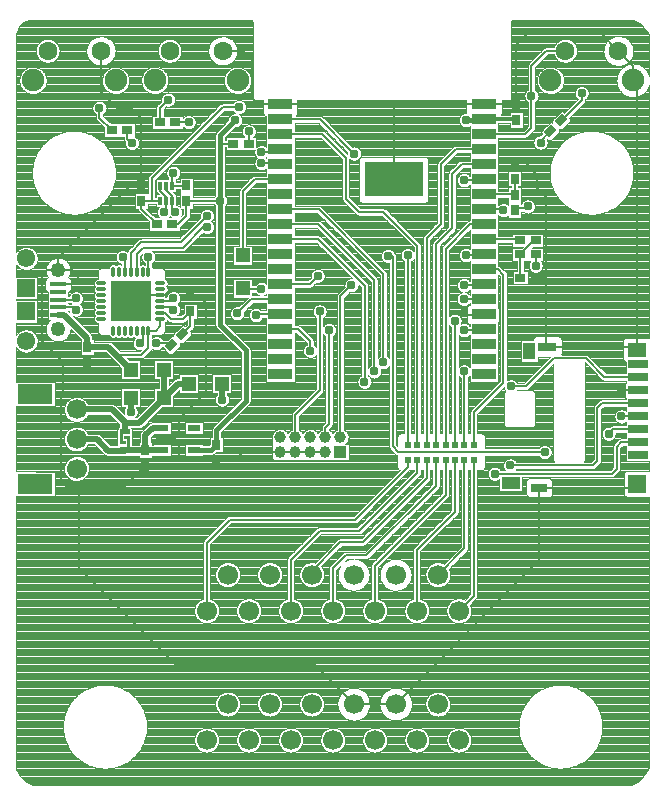
<source format=gbr>
G04 DipTrace 3.3.1.3*
G04 Bottom.gbr*
%MOMM*%
G04 #@! TF.FileFunction,Copper,L2,Bot*
G04 #@! TF.Part,Single*
%AMOUTLINE0*
4,1,4,
-0.0707,-0.5657,
-0.5657,-0.0707,
0.0707,0.5657,
0.5657,0.0707,
-0.0707,-0.5657,
0*%
%AMOUTLINE2*
4,1,11,
0.0,0.5842,
-0.0508,0.635,
-0.4064,0.635,
-0.4064,-0.635,
0.0508,-0.635,
0.0508,-0.381,
-0.2032,-0.381,
-0.2032,0.2286,
0.4064,0.2286,
0.4064,0.635,
0.0508,0.635,
0.0,0.5842,
0*%
%AMOUTLINE5*
4,1,11,
0.0,-0.5842,
0.0508,-0.635,
0.4064,-0.635,
0.4064,0.635,
-0.0508,0.635,
-0.0508,0.381,
0.2032,0.381,
0.2032,-0.2286,
-0.4064,-0.2286,
-0.4064,-0.635,
-0.0508,-0.635,
0.0,-0.5842,
0*%
G04 #@! TA.AperFunction,Conductor*
%ADD13C,0.4*%
%ADD14C,0.2*%
%ADD15C,0.3*%
%ADD16C,0.5*%
G04 #@! TA.AperFunction,CopperBalancing*
%ADD17C,0.1*%
%ADD18R,0.7X0.9*%
%ADD19R,0.9X0.7*%
%ADD21R,1.2X1.2*%
G04 #@! TA.AperFunction,ComponentPad*
%ADD23C,1.7*%
%ADD24R,1.75X0.7*%
%ADD25R,1.5X1.3*%
%ADD26R,1.5X1.5*%
%ADD27R,1.55X1.0*%
%ADD28R,1.4X0.8*%
%ADD29R,1.5X0.8*%
%ADD30R,1.0X1.45*%
G04 #@! TA.AperFunction,ComponentPad*
%ADD31R,1.0X1.0*%
%ADD32C,1.0*%
%ADD35R,1.35X0.4*%
G04 #@! TA.AperFunction,ComponentPad*
%ADD36C,1.25*%
%ADD37C,1.55*%
%ADD39R,0.3X0.67*%
%ADD40R,0.55X0.5*%
G04 #@! TA.AperFunction,ComponentPad*
%ADD41C,1.6*%
%ADD42C,1.9*%
%ADD43R,3.0X1.7*%
%ADD45R,2.0X0.9*%
%ADD46R,5.0X3.0*%
%ADD49O,0.85X0.3*%
%ADD50O,0.3X0.85*%
%ADD51R,3.5X3.5*%
%ADD54R,1.1X0.6*%
G04 #@! TA.AperFunction,ViaPad*
%ADD59C,0.7874*%
%ADD122OUTLINE0*%
%ADD124OUTLINE2*%
%ADD127OUTLINE5*%
%FSLAX35Y35*%
G04*
G71*
G90*
G75*
G01*
G04 Bottom*
%LPD*%
X2555880Y3889257D2*
D13*
X2698633D1*
X2746257Y3936880D1*
Y4056750D1*
X2994777Y4305270D1*
Y4733413D1*
X2778007Y4950183D1*
Y6000633D1*
Y6485123D1*
Y6556257D1*
X2905007Y6683257D1*
X4857630D2*
X5009923D1*
Y6692107D1*
X2778007Y6000633D2*
D3*
X2368547Y5804617D2*
D14*
X2423240D1*
X2492257Y5873633D1*
Y6000633D1*
X2778007D1*
X5009923Y6692107D2*
D15*
X5277407D1*
X5286257Y6683257D1*
X6175257Y4175007D2*
D14*
X6313733D1*
X6318167Y4179440D1*
X2888703Y6485123D2*
X2778007D1*
X2120003Y4902130D2*
Y4818757D1*
X2095380Y4794133D1*
X2238257D2*
X2349380D1*
X2365257Y4778257D1*
X2320007Y6127633D2*
Y6091057D1*
X2370007Y6041057D1*
Y6002633D1*
Y5932383D1*
X2397007Y5905383D1*
X2170003Y5402130D2*
Y5523877D1*
X2169497Y5524383D1*
X2111260Y6000633D2*
X2196263D1*
X2268007D1*
X2270007Y6002633D1*
X2111260Y6000633D2*
Y5931903D1*
X2238547Y5804617D1*
X5009923Y6565107D2*
X5358607D1*
X5413257Y6619757D1*
Y6889633D1*
Y7143630D1*
X5540283Y7270657D1*
X5699007D1*
X5413257Y6889633D2*
D3*
X2196263Y6000633D2*
Y6190767D1*
X2799877Y6794380D1*
X2936757D1*
X5008923Y6819107D2*
X5280407D1*
X5286257Y6813257D1*
X2270003Y5202130D2*
X2070003D1*
X2020003Y5152130D1*
X2270003Y5202130D2*
X2312880D1*
X2365257Y5254507D1*
X2463503D1*
X2524003Y5194007D1*
X2285880Y3984257D2*
X2397257D1*
X2428757Y3952757D1*
Y3825757D1*
X2447633Y3806880D1*
X2746257D1*
Y3809880D1*
X2905007D1*
X2968483Y3873357D1*
X3286007D1*
X3413007D1*
X3540007D1*
X3667007D1*
X1404713Y5413883D2*
X1313553D1*
X1269033Y5369363D1*
Y4811990D1*
X1448643Y4632380D1*
X1650880D1*
X1920757Y5254507D2*
X1929810D1*
X2127130D1*
X1920757D2*
Y5032257D1*
X2127130D2*
X1920757D1*
X2127130D2*
Y5045003D1*
X2020003Y5152130D1*
X4246923Y6188907D2*
Y6183673D1*
X4238507Y6175257D1*
X5270380Y6318130D2*
X5365633D1*
X5460883Y6222880D1*
Y6111757D1*
X5540377Y6032263D1*
Y5271083D1*
Y5353793D1*
X5449543D1*
Y5350567D1*
X1448643Y4632380D2*
Y4385520D1*
X1428630Y4365507D1*
Y3635260D1*
X1476257Y3587633D1*
X1585037D1*
X1971383D1*
X2143007Y3759257D1*
X1585037Y3587633D2*
Y2889700D1*
X2396960Y2077777D1*
X3570610D1*
X3908507Y1739880D1*
X2285880Y3984257D2*
X2383510D1*
X2425450Y4026197D1*
Y4154393D1*
X2655627Y4384570D1*
Y5132943D1*
X2594563Y5194007D1*
X2524003D1*
X1404713Y5413883D2*
X1526583D1*
X1569953Y5370513D1*
Y5320963D1*
X1542873Y5293883D1*
X1404713D1*
Y5413883D2*
Y5516337D1*
X2019010Y6130633D1*
X2111260D1*
Y6698230D1*
X2030803Y6778687D1*
X1914373D1*
X1767507Y6925553D1*
Y7270657D1*
X3287723Y6819207D2*
X4246923Y6819107D1*
X5008923D1*
X4246923Y6188907D2*
Y6819107D1*
X5545733Y4764407D2*
X5540377D1*
Y5271083D1*
X5545733Y4764407D2*
X6281133D1*
X6306133Y4739407D1*
X5480667Y3569473D2*
X6271200D1*
X6306133Y3604407D1*
X5480667Y3569473D2*
Y2956040D1*
X4264507Y1739880D1*
X6175257Y4397257D2*
X6315883D1*
X6318133Y4399507D1*
X5286257Y6813257D2*
Y7318257D1*
X5413257Y7445257D1*
X5974407D1*
X6149007Y7270657D1*
X2799380Y7270630D2*
X2968507D1*
X3047880Y7191257D1*
Y6873760D1*
X3102433Y6819207D1*
X3287723D1*
X4841757Y5048130D2*
Y5036323D1*
X5004267D1*
X5009913Y5041970D1*
X3908507Y1739880D2*
X4264507D1*
X6274007Y7020657D2*
Y7145657D1*
X6149007Y7270657D1*
X6306133Y4739407D2*
Y6988530D1*
X6274007Y7020657D1*
X2370007Y6127633D2*
X2489257D1*
X2492257Y6130633D1*
X2920880Y5048130D2*
X3041823Y5169073D1*
X3287717D1*
X2370007Y6127633D2*
Y6227633D1*
X2381130Y6238757D1*
X5009923Y6057107D2*
X5264530D1*
X5270380Y6051257D1*
Y6188130D1*
X3619380Y5064007D2*
Y4397253D1*
X3413007Y4190880D1*
Y4000357D1*
X4840063Y5169410D2*
X5008620D1*
X5009923Y5168107D1*
X4841757Y4905257D2*
X5000200D1*
X5009913Y4914970D1*
X3698757Y4905257D2*
Y4111507D1*
X3667007Y4079757D1*
Y4000357D1*
X2397243Y6665247D2*
Y6665987D1*
X2510463D1*
X3889257Y5286257D2*
X3794007Y5191007D1*
Y4000357D1*
X4841757Y5286257D2*
X5001073D1*
X5009923Y5295107D1*
X3287717Y4915073D2*
X3434940D1*
X3540007Y4810007D1*
Y4730633D1*
X4081017Y4555660D2*
Y5330177D1*
X3607987Y5803207D1*
X3287723D1*
X5232757Y3759817D2*
X5931487D1*
X5971487Y3799817D1*
Y4249437D1*
X6011490Y4289440D1*
X6318167D1*
X3287723Y5930207D2*
X3610433D1*
X4159133Y5381507D1*
Y4635383D1*
X5238633Y4429007D2*
X5365630D1*
X5603757Y4667133D1*
X5873630D1*
X6031357Y4509407D1*
X6318133D1*
X3287717Y5042073D2*
X3079630D1*
Y5032257D1*
X1991803Y6599717D2*
Y6527927D1*
X2029660Y6490070D1*
X2968507Y5540257D2*
Y6081697D1*
X3071017Y6184207D1*
X3287723D1*
X4445507Y3936880D2*
Y5619007D1*
X4159130Y5905383D1*
X3952757D1*
X3841633Y6016507D1*
Y6365757D1*
X3642183Y6565207D1*
X3287723D1*
X6065917Y4028817D2*
X6106573Y4069473D1*
X6318167D1*
X4199137Y5532637D2*
X4238507D1*
Y3921003D1*
X4286130Y3873380D1*
X5524383D1*
X3911007Y6400997D2*
X3619797Y6692207D1*
X3287723D1*
X4365507Y5540257D2*
Y3936880D1*
X4857630Y5540257D2*
X5001073D1*
X5009923Y5549107D1*
X4925507Y3936880D2*
Y4211130D1*
X5175797Y4461420D1*
Y5374603D1*
X5128293Y5422107D1*
X5009923D1*
Y5930107D2*
X5175130D1*
Y5921257D1*
X4845507Y3936880D2*
Y4552257D1*
X4841757Y4556007D1*
X4685507Y3936880D2*
Y5596117D1*
X4892497Y5803107D1*
X5009923D1*
X4525507Y3936880D2*
Y5685167D1*
X4644850Y5804510D1*
Y6308993D1*
X4773963Y6438107D1*
X5009923D1*
X4605507Y3936880D2*
Y5632337D1*
X4740437Y5767267D1*
Y6229340D1*
X4822203Y6311107D1*
X5009923D1*
X3287717Y5296073D2*
X3533950D1*
X3603507Y5365630D1*
X5489657Y6494157D2*
Y6508000D1*
X5570473Y6588817D1*
X5573560D1*
X3999127Y4468690D2*
X4000380D1*
Y5281850D1*
X3605157Y5677073D1*
X3287717D1*
X5100787Y3690447D2*
X6095287D1*
X6135287Y3730447D1*
Y3919440D1*
X6175287Y3959440D1*
X6318167D1*
X2267243Y6665247D2*
Y6787297D1*
X2337830Y6857883D1*
X1755710Y6786330D2*
Y6705810D1*
X1861803Y6599717D1*
X5665487Y6680743D2*
X5668553D1*
X5838830Y6851020D1*
Y6911610D1*
X5009923Y5676107D2*
X5309157D1*
X5318007Y5667257D1*
X4841757Y6175257D2*
X5001073D1*
X5009923Y6184107D1*
X3018703Y6485123D2*
Y6587690D1*
X3018980Y6587967D1*
X2793297Y4317457D2*
D16*
Y4452220D1*
X2791853Y4453663D1*
X5319543Y5350567D2*
D14*
Y5547710D1*
X5318087Y5549167D1*
X5448007Y5667257D2*
X5436177D1*
X5318087Y5549167D1*
X4765507Y3936880D2*
Y4981507D1*
X4762383Y4984630D1*
X3127257Y5254507D2*
X2974257D1*
X2968507Y5260257D1*
X1561253Y3984213D2*
D16*
X1730547D1*
X1828680Y3886080D1*
X1968383D1*
X2285880Y4079257D2*
X2206007D1*
X2143007Y4016257D1*
Y3889257D1*
X2285880D2*
X2143007D1*
X1971560D1*
X1968383Y3886080D1*
X2270007Y6127633D2*
D14*
Y6086927D1*
X2320007Y6036927D1*
Y6002633D1*
Y5923633D1*
X2301757Y5905383D1*
X1970003Y5402130D2*
Y5506887D1*
X1952507Y5524383D1*
X5381507Y5953007D2*
Y5937130D1*
X5270380D1*
Y5921257D1*
X2019850Y4213110D2*
D16*
Y4331850D1*
X2021757Y4333757D1*
X5448010Y5451880D2*
D14*
Y5549167D1*
X5448087D1*
X4925507Y3806880D2*
Y2657257D1*
X4798507Y2530257D1*
X4845507Y3806880D2*
Y3060257D1*
X4620507Y2835257D1*
X4605507Y3806880D2*
Y3589507D1*
X4016257Y3000257D1*
X3841633D1*
X3730507Y2889130D1*
Y2530257D1*
X4765507Y3806880D2*
Y3368507D1*
X4442507Y3045507D1*
Y2530257D1*
X4685507Y3806880D2*
Y3510757D1*
X4086507Y2911757D1*
Y2530257D1*
X4365507Y3806880D2*
Y3746380D1*
X3921007Y3301880D1*
X2857380D1*
X2662507Y3107007D1*
Y2530257D1*
X4525507Y3806880D2*
Y3652377D1*
X3984510Y3111380D1*
X3794007D1*
X3552507Y2869880D1*
Y2835257D1*
X4445507Y3806880D2*
Y3699377D1*
X3952760Y3206630D1*
X3619380D1*
X3374507Y2961757D1*
Y2530257D1*
X1404713Y5033883D2*
D16*
X1458757D1*
X1650880Y4841760D1*
Y4762380D1*
X1831257D1*
X2021757Y4571880D1*
X2170003Y4902130D2*
D14*
X2235130D1*
X2270003Y4937003D1*
Y5002130D1*
X1831257Y4762380D2*
Y4772507D1*
X1904880Y4698883D1*
X2111260D1*
X2170003Y4757627D1*
Y4902130D1*
X2270003Y5152130D2*
X2358130D1*
X2381130Y5175130D1*
X1404713Y5163883D2*
X1544383D1*
X1555630Y5175130D1*
X2270003Y5102130D2*
X2358883D1*
X2381130Y5079883D1*
X1404713Y5098883D2*
X1536630D1*
X1555630Y5079883D1*
X2020003Y5402130D2*
Y5560127D1*
X2111257Y5651380D1*
X2444630D1*
X2666880Y5873630D1*
X3127257Y6413380D2*
X3262897D1*
X3287723Y6438207D1*
X2070003Y5402130D2*
Y5546630D1*
X2127130Y5603757D1*
X2460507D1*
X2635133Y5778383D1*
X2666880D1*
X3127257Y6318133D2*
X3280797D1*
X3287723Y6311207D1*
X2301757Y4571880D2*
D16*
Y4333757D1*
X1561253Y4234213D2*
X1861550D1*
X1968380Y4127383D1*
X1974457Y4121307D1*
X2089307D1*
X2301757Y4333757D1*
X2511853Y4453663D2*
X2421663D1*
X2301757Y4333757D1*
X1968383Y4058800D2*
X1968380Y4127383D1*
X2524003Y5064007D2*
D14*
Y4937003D1*
X2457183Y4870183D1*
X2270003Y5052130D2*
X2313633D1*
X2365257Y5000507D1*
X2460503D1*
X2524003Y5064007D1*
D59*
X2510463Y6665987D3*
X5489657Y6494157D3*
X2337830Y6857883D3*
X5838830Y6911610D3*
X2019850Y4213110D3*
X2793297Y4317457D3*
X1555630Y5175130D3*
Y5079883D3*
X2381130Y5175130D3*
Y5079883D3*
X2778007Y6000633D3*
X2301757Y5905383D3*
X2397007D3*
X1952507Y5524383D3*
X2169497D3*
X2936757Y6794380D3*
X5413257Y6889633D3*
X2381130Y6238757D3*
X2920880Y5048130D3*
X4841757Y6175257D3*
X2095380Y4794133D3*
X2238257D3*
X2905007Y6683257D3*
X4857630D3*
X1920757Y5254507D3*
X2127130D3*
X1920757Y5032257D3*
X2127130D3*
X4238507Y6175257D3*
X4063883Y6286380D3*
X4429007D3*
X4063883Y6080007D3*
X4429007D3*
X5381507Y5953007D3*
X5448010Y5451880D3*
X3127257Y6413380D3*
Y6318133D3*
X2666880Y5873630D3*
Y5778383D3*
X4841757Y4556007D3*
X5175130Y5921257D3*
X4365507Y5540257D3*
X4857630D3*
X4762383Y4984630D3*
X3127257Y5254507D3*
X4841757Y4905257D3*
X4840063Y5169410D3*
X4841757Y5286257D3*
X3698757Y4905257D3*
X3889257Y5286257D3*
X3619380Y5064007D3*
X3079630Y5032257D3*
X3603507Y5365630D3*
X6175257Y4397257D3*
X4841757Y5048130D3*
X6175257Y4175007D3*
X4159133Y4635383D3*
X3540007Y4730633D3*
X4081017Y4555660D3*
X5232757Y3759817D3*
X5238633Y4429007D3*
X6065917Y4028817D3*
X5524383Y3873380D3*
X4199137Y5532637D3*
X3911007Y6400997D3*
X3999127Y4468690D3*
X5100787Y3690447D3*
X3018980Y6587967D3*
X1755710Y6786330D3*
X2029660Y6490070D3*
X1147433Y7525840D2*
D17*
X3048617D1*
X5247900D2*
X6287660D1*
X1124327Y7516173D2*
X3053460D1*
X5244640D2*
X6306993D1*
X1109833Y7506507D2*
X3057757D1*
X5244640D2*
X6326330D1*
X1095323Y7496840D2*
X3057757D1*
X5244640D2*
X6337853D1*
X1083117Y7487173D2*
X3057757D1*
X5244640D2*
X6347523D1*
X1078290Y7477507D2*
X3057757D1*
X5244640D2*
X6357190D1*
X1073447Y7467840D2*
X3057757D1*
X5244640D2*
X6366857D1*
X1068800Y7458173D2*
X3057757D1*
X5244640D2*
X6376527D1*
X1065577Y7448507D2*
X3057757D1*
X5244640D2*
X6383030D1*
X1062353Y7438840D2*
X3057757D1*
X5244640D2*
X6389477D1*
X1059130Y7429173D2*
X3057757D1*
X5244640D2*
X6395920D1*
X1055910Y7419507D2*
X3057757D1*
X5244640D2*
X6402367D1*
X1053643Y7409840D2*
X3057757D1*
X5244640D2*
X6407387D1*
X1053643Y7400173D2*
X3057757D1*
X5244640D2*
X6407387D1*
X1053643Y7390507D2*
X1736427D1*
X1797823D2*
X2768010D1*
X2829267D2*
X3057757D1*
X5244640D2*
X6108070D1*
X6190030D2*
X6407387D1*
X1053643Y7380840D2*
X1711097D1*
X1823173D2*
X2742620D1*
X2854660D2*
X3057757D1*
X5244640D2*
X6088363D1*
X6209737D2*
X6407387D1*
X1053643Y7371173D2*
X1312403D1*
X1322607D2*
X1692813D1*
X1841457D2*
X2345003D1*
X2353760D2*
X2724320D1*
X2872940D2*
X3057757D1*
X5244640D2*
X5693910D1*
X5704093D2*
X6071173D1*
X6226943D2*
X6407387D1*
X1053643Y7361507D2*
X1273303D1*
X1361710D2*
X1682483D1*
X1851767D2*
X2305237D1*
X2393527D2*
X2713987D1*
X2883273D2*
X3057757D1*
X5244640D2*
X5654807D1*
X5743213D2*
X6061310D1*
X6236787D2*
X6407387D1*
X1053643Y7351840D2*
X1257093D1*
X1377920D2*
X1672677D1*
X1861593D2*
X2289007D1*
X2409757D2*
X2704183D1*
X2893077D2*
X3057757D1*
X5244640D2*
X5638597D1*
X5759423D2*
X6051643D1*
X6246457D2*
X6407387D1*
X1053643Y7342173D2*
X1245763D1*
X1389250D2*
X1664063D1*
X1870207D2*
X2277660D1*
X2421103D2*
X2695570D1*
X2901690D2*
X3057757D1*
X5244640D2*
X5627250D1*
X5770753D2*
X6043187D1*
X6254913D2*
X6407387D1*
X1053643Y7332507D2*
X1237170D1*
X1397843D2*
X1658927D1*
X1875343D2*
X2269063D1*
X2429697D2*
X2690433D1*
X2906847D2*
X3057757D1*
X5244640D2*
X5618673D1*
X5779347D2*
X6038147D1*
X6259953D2*
X6407387D1*
X1053643Y7322840D2*
X1230490D1*
X1404523D2*
X1653927D1*
X1880343D2*
X2262387D1*
X2436377D2*
X2685433D1*
X2911827D2*
X3057757D1*
X5244640D2*
X5611993D1*
X5786007D2*
X6033227D1*
X6264893D2*
X6407387D1*
X1053643Y7313173D2*
X1225333D1*
X1409677D2*
X1648947D1*
X1885303D2*
X2257210D1*
X2441533D2*
X2680470D1*
X2916807D2*
X3057757D1*
X5244640D2*
X5606840D1*
X5791183D2*
X6028283D1*
X6269813D2*
X6407387D1*
X1053643Y7303507D2*
X1221427D1*
X1413583D2*
X1646137D1*
X1888117D2*
X2253303D1*
X2445460D2*
X2677640D1*
X2919620D2*
X3057757D1*
X5244640D2*
X5602913D1*
X5795090D2*
X6025160D1*
X6272940D2*
X6407387D1*
X1053643Y7293840D2*
X1218617D1*
X1416397D2*
X1644593D1*
X1889677D2*
X2250490D1*
X2448273D2*
X2676097D1*
X2921183D2*
X3057757D1*
X5244640D2*
X5519320D1*
X5797900D2*
X6023637D1*
X6274463D2*
X6407387D1*
X1053643Y7284173D2*
X1216820D1*
X1418193D2*
X1643030D1*
X1891220D2*
X2248693D1*
X2450070D2*
X2674533D1*
X2922727D2*
X3057757D1*
X5244640D2*
X5509533D1*
X5799697D2*
X6022093D1*
X6276007D2*
X6407387D1*
X1053643Y7274507D2*
X1215980D1*
X1419033D2*
X1641547D1*
X1892707D2*
X2247853D1*
X2450910D2*
X2673050D1*
X2924230D2*
X3057757D1*
X5244640D2*
X5499867D1*
X5800537D2*
X6020570D1*
X6277530D2*
X6407387D1*
X1053643Y7264840D2*
X1216077D1*
X1418937D2*
X1642013D1*
X1892257D2*
X2247953D1*
X2450810D2*
X2673517D1*
X2923760D2*
X3057757D1*
X5244640D2*
X5490197D1*
X5800440D2*
X6020353D1*
X6277743D2*
X6407387D1*
X1053643Y7255173D2*
X1217113D1*
X1417900D2*
X1643557D1*
X1890693D2*
X2248967D1*
X2449777D2*
X2675060D1*
X2922197D2*
X3057757D1*
X5244640D2*
X5480530D1*
X5799403D2*
X6021877D1*
X6276220D2*
X6407387D1*
X1053643Y7245507D2*
X1219103D1*
X1415910D2*
X1645120D1*
X1889150D2*
X2250960D1*
X2447783D2*
X2676623D1*
X2920653D2*
X3057757D1*
X5244640D2*
X5470863D1*
X5797413D2*
X6023400D1*
X6274697D2*
X6407387D1*
X1053643Y7235840D2*
X1222130D1*
X1412880D2*
X1646740D1*
X1887510D2*
X2253987D1*
X2444777D2*
X2678243D1*
X2919013D2*
X3057757D1*
X5244640D2*
X5461193D1*
X5549737D2*
X5603617D1*
X5794387D2*
X6024943D1*
X6273153D2*
X6407387D1*
X1053643Y7226173D2*
X1226273D1*
X1408740D2*
X1650627D1*
X1883643D2*
X2258127D1*
X2440617D2*
X2682113D1*
X2915147D2*
X3057757D1*
X5244640D2*
X5451527D1*
X5540070D2*
X5607777D1*
X5790243D2*
X6027620D1*
X6270480D2*
X6407387D1*
X1053643Y7216507D2*
X1231720D1*
X1403290D2*
X1655607D1*
X1878643D2*
X2263577D1*
X2435187D2*
X2687113D1*
X2910147D2*
X3057757D1*
X5244640D2*
X5441857D1*
X5530400D2*
X5613227D1*
X5784797D2*
X6032483D1*
X6265617D2*
X6407387D1*
X1053643Y7206840D2*
X1238733D1*
X1396280D2*
X1660607D1*
X1873643D2*
X2270590D1*
X2428173D2*
X2692113D1*
X2905167D2*
X3057757D1*
X5244640D2*
X5432190D1*
X5520733D2*
X5620237D1*
X5777783D2*
X6037423D1*
X6260673D2*
X6407387D1*
X1053643Y7197173D2*
X1247797D1*
X1387217D2*
X1666427D1*
X1867823D2*
X2279650D1*
X2419113D2*
X2697933D1*
X2899327D2*
X3057757D1*
X5244640D2*
X5422523D1*
X5511083D2*
X5629300D1*
X5768720D2*
X6042367D1*
X6255733D2*
X6407387D1*
X1053643Y7187507D2*
X1259887D1*
X1375127D2*
X1676000D1*
X1858273D2*
X2291720D1*
X2407040D2*
X2707483D1*
X2889777D2*
X3057757D1*
X5244640D2*
X5412853D1*
X5501417D2*
X5641390D1*
X5756630D2*
X6050217D1*
X6247880D2*
X6407387D1*
X1053643Y7177840D2*
X1277697D1*
X1357313D2*
X1685803D1*
X1848447D2*
X2309513D1*
X2389250D2*
X2717287D1*
X2879970D2*
X3057757D1*
X5244640D2*
X5403187D1*
X5491750D2*
X5659203D1*
X5738800D2*
X6059887D1*
X6238213D2*
X6407387D1*
X1053643Y7168173D2*
X1698363D1*
X1835890D2*
X2729847D1*
X2867413D2*
X3057757D1*
X5244640D2*
X5393517D1*
X5482080D2*
X6069573D1*
X6228527D2*
X6407387D1*
X1053643Y7158507D2*
X1717600D1*
X1816650D2*
X2749083D1*
X2848173D2*
X3057757D1*
X5244640D2*
X5385510D1*
X5472413D2*
X6085590D1*
X6212510D2*
X6239240D1*
X6307313D2*
X6407387D1*
X1053643Y7148840D2*
X1757403D1*
X1776867D2*
X2788830D1*
X2808427D2*
X3057757D1*
X5244640D2*
X5382113D1*
X5462743D2*
X6104573D1*
X6193527D2*
X6213127D1*
X6333427D2*
X6407387D1*
X1053643Y7139173D2*
X3057757D1*
X5244640D2*
X5381663D1*
X5453077D2*
X6194493D1*
X6352060D2*
X6407387D1*
X1053643Y7129507D2*
X1152580D1*
X1232433D2*
X1852580D1*
X1932433D2*
X2184533D1*
X2264230D2*
X2884533D1*
X2964230D2*
X3057757D1*
X5244640D2*
X5381663D1*
X5444853D2*
X5534083D1*
X5613937D2*
X6182267D1*
X6364287D2*
X6407387D1*
X1053643Y7119840D2*
X1132130D1*
X1252880D2*
X1832130D1*
X1952880D2*
X2164047D1*
X2284717D2*
X2864047D1*
X2984717D2*
X3057757D1*
X5244640D2*
X5381663D1*
X5444853D2*
X5513637D1*
X5634387D2*
X6172757D1*
X6373800D2*
X6407387D1*
X1053643Y7110173D2*
X1118363D1*
X1266650D2*
X1818363D1*
X1966650D2*
X2150277D1*
X2298487D2*
X2850277D1*
X2998487D2*
X3057757D1*
X5244640D2*
X5381663D1*
X5444853D2*
X5499867D1*
X5648153D2*
X6163263D1*
X6383290D2*
X6407387D1*
X1053643Y7100507D2*
X1107913D1*
X1277100D2*
X1807913D1*
X1977100D2*
X2139807D1*
X2308937D2*
X2839807D1*
X3008937D2*
X3057757D1*
X5244640D2*
X5381663D1*
X5444853D2*
X5489417D1*
X5658603D2*
X6155707D1*
X6390850D2*
X6407387D1*
X1053643Y7090840D2*
X1099650D1*
X1285363D2*
X1799650D1*
X1985363D2*
X2131547D1*
X2317217D2*
X2831547D1*
X3017217D2*
X3057757D1*
X5244640D2*
X5381663D1*
X5444853D2*
X5481153D1*
X5666867D2*
X6150843D1*
X6395713D2*
X6407387D1*
X1053643Y7081173D2*
X1093010D1*
X1292003D2*
X1793010D1*
X1992003D2*
X2124903D1*
X2323857D2*
X2824903D1*
X3023857D2*
X3057757D1*
X5244640D2*
X5381663D1*
X5444853D2*
X5474513D1*
X5673507D2*
X6146017D1*
X6400537D2*
X6407387D1*
X1053643Y7071507D2*
X1087697D1*
X1297313D2*
X1787697D1*
X1997313D2*
X2119573D1*
X2329190D2*
X2819573D1*
X3029190D2*
X3057757D1*
X5244640D2*
X5381663D1*
X5444853D2*
X5469183D1*
X5678820D2*
X6141173D1*
X1053643Y7061840D2*
X1083500D1*
X1301513D2*
X1783500D1*
X2001513D2*
X2115373D1*
X2333390D2*
X2815373D1*
X3033390D2*
X3057757D1*
X5244640D2*
X5381663D1*
X5444853D2*
X5464983D1*
X5683017D2*
X6137367D1*
X1053643Y7052173D2*
X1080297D1*
X1304737D2*
X1780297D1*
X2004737D2*
X2112170D1*
X2336593D2*
X2812170D1*
X3036593D2*
X3057757D1*
X5244640D2*
X5381663D1*
X5444853D2*
X5461780D1*
X5686220D2*
X6135763D1*
X1053643Y7042507D2*
X1077990D1*
X1307023D2*
X1777990D1*
X2007023D2*
X2109867D1*
X2338897D2*
X2809867D1*
X3038897D2*
X3057757D1*
X5244640D2*
X5381663D1*
X5444853D2*
X5459493D1*
X5688527D2*
X6134260D1*
X1053643Y7032840D2*
X1076547D1*
X1308467D2*
X1776547D1*
X2008467D2*
X2108420D1*
X2340343D2*
X2808420D1*
X3040343D2*
X3057757D1*
X5244640D2*
X5381663D1*
X5444853D2*
X5458050D1*
X5689970D2*
X6132757D1*
X1053643Y7023173D2*
X1075940D1*
X1309073D2*
X1775940D1*
X2009073D2*
X2107813D1*
X2340947D2*
X2807813D1*
X3040947D2*
X3057757D1*
X5244640D2*
X5381663D1*
X5444853D2*
X5457423D1*
X5690577D2*
X6131350D1*
X1053643Y7013507D2*
X1076137D1*
X1308877D2*
X1776137D1*
X2008877D2*
X2107990D1*
X2340753D2*
X2807990D1*
X3040753D2*
X3057757D1*
X5244640D2*
X5381663D1*
X5444853D2*
X5457620D1*
X5690380D2*
X6131917D1*
X1053643Y7003840D2*
X1077130D1*
X1307880D2*
X1777130D1*
X2007880D2*
X2109007D1*
X2339757D2*
X2809007D1*
X3039757D2*
X3057757D1*
X5244640D2*
X5381663D1*
X5444853D2*
X5458637D1*
X5689387D2*
X6133420D1*
X1053643Y6994173D2*
X1078987D1*
X1306027D2*
X1778987D1*
X2006027D2*
X2110843D1*
X2337920D2*
X2810843D1*
X3037920D2*
X3057757D1*
X5244640D2*
X5381663D1*
X5444853D2*
X5460490D1*
X5687530D2*
X6134923D1*
X1053643Y6984507D2*
X1081703D1*
X1303310D2*
X1781703D1*
X2003310D2*
X2113577D1*
X2335187D2*
X2813577D1*
X3035187D2*
X3057757D1*
X5244640D2*
X5381663D1*
X5444853D2*
X5463207D1*
X5684813D2*
X6136427D1*
X1053643Y6974840D2*
X1085373D1*
X1299640D2*
X1785373D1*
X1999640D2*
X2117230D1*
X2331533D2*
X2817230D1*
X3031533D2*
X3057757D1*
X5244640D2*
X5381663D1*
X5444853D2*
X5466877D1*
X5681143D2*
X6138617D1*
X1053643Y6965173D2*
X1090100D1*
X1294913D2*
X1790100D1*
X1994913D2*
X2121957D1*
X2326807D2*
X2821957D1*
X3026807D2*
X3057757D1*
X5244640D2*
X5381663D1*
X5444853D2*
X5471583D1*
X5676417D2*
X5810863D1*
X5866807D2*
X6143263D1*
X6403290D2*
X6407387D1*
X1053643Y6955507D2*
X1096017D1*
X1288993D2*
X1796017D1*
X1988993D2*
X2127873D1*
X2320890D2*
X2827873D1*
X3020890D2*
X3057757D1*
X5244640D2*
X5381663D1*
X5444853D2*
X5477523D1*
X5670500D2*
X5796977D1*
X5880693D2*
X6148090D1*
X6398467D2*
X6407387D1*
X1053643Y6945840D2*
X1103380D1*
X1281630D2*
X1803380D1*
X1981630D2*
X2135237D1*
X2313527D2*
X2835237D1*
X3013527D2*
X3057757D1*
X5244640D2*
X5381663D1*
X5444853D2*
X5484887D1*
X5663137D2*
X5788597D1*
X5889073D2*
X6152933D1*
X6393623D2*
X6407387D1*
X1053643Y6936173D2*
X1112600D1*
X1272413D2*
X1812600D1*
X1972413D2*
X2144457D1*
X2304307D2*
X2844457D1*
X3004307D2*
X3057757D1*
X5244640D2*
X5374437D1*
X5452080D2*
X5494103D1*
X5653917D2*
X5783127D1*
X5894540D2*
X6158303D1*
X6388253D2*
X6407387D1*
X1053643Y6926507D2*
X1124437D1*
X1260577D2*
X1824437D1*
X1960577D2*
X2156273D1*
X2292490D2*
X2856273D1*
X2992490D2*
X3057757D1*
X5244640D2*
X5364963D1*
X5461553D2*
X5505940D1*
X5642080D2*
X5779750D1*
X5897920D2*
X6167347D1*
X6379210D2*
X6407387D1*
X1053643Y6916840D2*
X1140667D1*
X1244347D2*
X1840667D1*
X1944347D2*
X2172483D1*
X2276280D2*
X2325863D1*
X2349813D2*
X2872483D1*
X2976280D2*
X3057757D1*
X5244640D2*
X5358810D1*
X5467707D2*
X5522150D1*
X5625850D2*
X5778090D1*
X5899580D2*
X6176857D1*
X6369697D2*
X6407387D1*
X1053643Y6907173D2*
X1169493D1*
X1215517D2*
X1869493D1*
X1915517D2*
X2201213D1*
X2247530D2*
X2302677D1*
X2373000D2*
X2901213D1*
X2947530D2*
X3057757D1*
X5244640D2*
X5354903D1*
X5471613D2*
X5550980D1*
X5597023D2*
X5778030D1*
X5899640D2*
X6186410D1*
X6360147D2*
X6407387D1*
X1053643Y6897507D2*
X2291820D1*
X2383840D2*
X3057757D1*
X5244640D2*
X5352813D1*
X5473703D2*
X5779533D1*
X5898117D2*
X6202523D1*
X6344033D2*
X6407387D1*
X1053643Y6887840D2*
X2284887D1*
X2390790D2*
X3057757D1*
X5244640D2*
X5352307D1*
X5474210D2*
X5782777D1*
X5894893D2*
X6221153D1*
X6325400D2*
X6407387D1*
X1053643Y6878173D2*
X2280393D1*
X2395263D2*
X3057757D1*
X5244640D2*
X5353400D1*
X5473117D2*
X5788050D1*
X5889620D2*
X6265040D1*
X6281513D2*
X6407387D1*
X1053643Y6868507D2*
X2277813D1*
X2397843D2*
X3057757D1*
X5244640D2*
X5356137D1*
X5470380D2*
X5796137D1*
X5881533D2*
X6407387D1*
X1053643Y6858840D2*
X2276857D1*
X2398800D2*
X3057757D1*
X5244640D2*
X5360803D1*
X5465713D2*
X5802367D1*
X5870440D2*
X6407387D1*
X1053643Y6849173D2*
X2277503D1*
X2398153D2*
X2911390D1*
X2962140D2*
X3141173D1*
X3430830D2*
X4855687D1*
X5161203D2*
X5367990D1*
X5458527D2*
X5792717D1*
X5870380D2*
X6407387D1*
X1053643Y6839507D2*
X1726993D1*
X1784443D2*
X2275177D1*
X2395910D2*
X2896253D1*
X2977257D2*
X3141173D1*
X3430830D2*
X4855687D1*
X5161203D2*
X5379340D1*
X5447177D2*
X5783050D1*
X5868173D2*
X6407387D1*
X1053643Y6829840D2*
X1713440D1*
X1797980D2*
X2265510D1*
X2391847D2*
X2887387D1*
X2986123D2*
X3141173D1*
X3430830D2*
X4855687D1*
X5161203D2*
X5381663D1*
X5444853D2*
X5773380D1*
X5861923D2*
X6407387D1*
X1053643Y6820173D2*
X1705197D1*
X1806220D2*
X2255843D1*
X2385460D2*
X2782403D1*
X2991903D2*
X3141173D1*
X3430830D2*
X4855687D1*
X5161203D2*
X5381663D1*
X5444853D2*
X5763713D1*
X5852257D2*
X6407387D1*
X1053643Y6810507D2*
X1699827D1*
X1811593D2*
X2246173D1*
X2375597D2*
X2771720D1*
X2995517D2*
X3141173D1*
X3430830D2*
X4855687D1*
X5161203D2*
X5381663D1*
X5444853D2*
X5754047D1*
X5842590D2*
X6407387D1*
X1053643Y6800840D2*
X1696527D1*
X1814893D2*
X2238810D1*
X2357333D2*
X2762053D1*
X2997373D2*
X3141173D1*
X3430830D2*
X4855687D1*
X5161203D2*
X5381663D1*
X5444853D2*
X5744377D1*
X5832920D2*
X6407387D1*
X1053643Y6791173D2*
X1694943D1*
X1816477D2*
X2235880D1*
X2315400D2*
X2752387D1*
X2997647D2*
X3141173D1*
X3430830D2*
X4855687D1*
X5161203D2*
X5381663D1*
X5444853D2*
X5734710D1*
X5823253D2*
X6407387D1*
X1053643Y6781507D2*
X1694943D1*
X1816493D2*
X2235647D1*
X2305733D2*
X2742737D1*
X2996340D2*
X3141173D1*
X3430830D2*
X4855687D1*
X5161203D2*
X5381663D1*
X5444853D2*
X5725040D1*
X5813583D2*
X6407387D1*
X1053643Y6771840D2*
X1696527D1*
X1814913D2*
X2235647D1*
X2298840D2*
X2733070D1*
X2993330D2*
X3141173D1*
X3430830D2*
X4855687D1*
X5161203D2*
X5381663D1*
X5444853D2*
X5715373D1*
X5803917D2*
X6407387D1*
X1053643Y6762173D2*
X1699827D1*
X1811593D2*
X2235647D1*
X2298840D2*
X2723400D1*
X2811943D2*
X2885177D1*
X2988350D2*
X3141173D1*
X3430830D2*
X4855687D1*
X5161203D2*
X5381663D1*
X5444853D2*
X5705707D1*
X5794267D2*
X6407387D1*
X1053643Y6752507D2*
X1705197D1*
X1806240D2*
X2235647D1*
X2298840D2*
X2713733D1*
X2802277D2*
X2892833D1*
X2980693D2*
X3141173D1*
X3430830D2*
X4855687D1*
X5161203D2*
X5381663D1*
X5444853D2*
X5657640D1*
X5687470D2*
X5696037D1*
X5784600D2*
X6407387D1*
X1053643Y6742840D2*
X1713420D1*
X1798000D2*
X2235647D1*
X2298840D2*
X2704063D1*
X2792607D2*
X2897210D1*
X2968410D2*
X3141427D1*
X3430597D2*
X4849827D1*
X5160967D2*
X5229650D1*
X5342863D2*
X5381663D1*
X5444853D2*
X5647953D1*
X5774933D2*
X6407387D1*
X1053643Y6733173D2*
X1724103D1*
X1787313D2*
X2235647D1*
X2298840D2*
X2694397D1*
X2782940D2*
X2870763D1*
X2939250D2*
X3144143D1*
X3427880D2*
X4823400D1*
X5158253D2*
X5229650D1*
X5342863D2*
X5381663D1*
X5444853D2*
X5638283D1*
X5765263D2*
X6407387D1*
X1053643Y6723507D2*
X1724103D1*
X1787313D2*
X2235647D1*
X2298840D2*
X2492503D1*
X2528427D2*
X2684730D1*
X2773273D2*
X2859553D1*
X2950460D2*
X3150880D1*
X3421123D2*
X4812170D1*
X5342863D2*
X5381663D1*
X5444853D2*
X5628617D1*
X5755597D2*
X6407387D1*
X1053643Y6713840D2*
X1724103D1*
X1791963D2*
X2200647D1*
X2463840D2*
X2473323D1*
X2547607D2*
X2675060D1*
X2763603D2*
X2852423D1*
X2957590D2*
X3166117D1*
X3642433D2*
X4805040D1*
X5342863D2*
X5381663D1*
X5444853D2*
X5618947D1*
X5745927D2*
X6407387D1*
X1053643Y6704173D2*
X1724163D1*
X1801630D2*
X2200647D1*
X2557707D2*
X2665393D1*
X2753937D2*
X2847797D1*
X2962217D2*
X3166117D1*
X3652100D2*
X4800433D1*
X5342863D2*
X5381663D1*
X5444853D2*
X5609280D1*
X5736260D2*
X6407387D1*
X1053643Y6694507D2*
X1726273D1*
X1811280D2*
X2200647D1*
X2564210D2*
X2655727D1*
X2744287D2*
X2845100D1*
X2964913D2*
X3166117D1*
X3661767D2*
X4797717D1*
X5342863D2*
X5381663D1*
X5444853D2*
X5599613D1*
X5742530D2*
X6407387D1*
X1053643Y6684840D2*
X1732423D1*
X1820947D2*
X2200647D1*
X2568390D2*
X2646057D1*
X2734620D2*
X2844063D1*
X2965947D2*
X3166117D1*
X3671437D2*
X4796683D1*
X5342863D2*
X5381663D1*
X5444853D2*
X5590607D1*
X5743447D2*
X6407387D1*
X1053643Y6675173D2*
X1742073D1*
X1830617D2*
X2200647D1*
X2570713D2*
X2636390D1*
X2724953D2*
X2838500D1*
X2965420D2*
X3166117D1*
X3681103D2*
X4797210D1*
X5342863D2*
X5381663D1*
X5444853D2*
X5587367D1*
X5739327D2*
X6407387D1*
X1053643Y6665507D2*
X1751740D1*
X1840283D2*
X2200647D1*
X2571437D2*
X2626720D1*
X2715283D2*
X2828830D1*
X2963290D2*
X3166117D1*
X3690773D2*
X4799340D1*
X5342863D2*
X5381663D1*
X5444853D2*
X5575217D1*
X5729873D2*
X6407387D1*
X1053643Y6655840D2*
X1761410D1*
X1849953D2*
X2200647D1*
X2570557D2*
X2617053D1*
X2705617D2*
X2819183D1*
X2959347D2*
X3166117D1*
X3409327D2*
X3611897D1*
X3700440D2*
X4803303D1*
X5131513D2*
X5229650D1*
X5342863D2*
X5381663D1*
X5444853D2*
X5560960D1*
X5720227D2*
X6407387D1*
X1053643Y6646173D2*
X1771077D1*
X2058410D2*
X2200647D1*
X2568057D2*
X2607387D1*
X2695947D2*
X2809513D1*
X2953137D2*
X3003537D1*
X3034423D2*
X3166117D1*
X3409327D2*
X3621547D1*
X3710107D2*
X4809493D1*
X5131513D2*
X5229650D1*
X5342863D2*
X5381663D1*
X5444853D2*
X5551290D1*
X5710557D2*
X6407387D1*
X1053643Y6636507D2*
X1780743D1*
X2058410D2*
X2200647D1*
X2563683D2*
X2597737D1*
X2686280D2*
X2799847D1*
X2943563D2*
X2982757D1*
X3055207D2*
X3166117D1*
X3409327D2*
X3631213D1*
X3719777D2*
X4819063D1*
X5131513D2*
X5229650D1*
X5342863D2*
X5381663D1*
X5444853D2*
X5541623D1*
X5700890D2*
X6407387D1*
X1053643Y6626840D2*
X1790413D1*
X2058410D2*
X2200647D1*
X2556887D2*
X2588070D1*
X2676613D2*
X2790177D1*
X2926340D2*
X2972307D1*
X3065637D2*
X3166117D1*
X3409327D2*
X3640880D1*
X3729443D2*
X4836290D1*
X4878977D2*
X4888323D1*
X5131513D2*
X5229650D1*
X5342863D2*
X5376057D1*
X5444853D2*
X5531957D1*
X5691220D2*
X6407387D1*
X1053643Y6617173D2*
X1795197D1*
X2058410D2*
X2200647D1*
X2463840D2*
X2474630D1*
X2546300D2*
X2578400D1*
X2666943D2*
X2780510D1*
X2897333D2*
X2965607D1*
X3072353D2*
X3166117D1*
X3409327D2*
X3650550D1*
X3739113D2*
X4888323D1*
X5131513D2*
X5366390D1*
X5444757D2*
X5522287D1*
X5681553D2*
X6407387D1*
X1053643Y6607507D2*
X1795197D1*
X2058410D2*
X2496173D1*
X2524737D2*
X2568733D1*
X2657277D2*
X2770843D1*
X2887667D2*
X2961290D1*
X3076670D2*
X3166117D1*
X3409327D2*
X3660217D1*
X3748780D2*
X4888323D1*
X5131513D2*
X5356740D1*
X5442297D2*
X5512620D1*
X5671513D2*
X6407387D1*
X1053643Y6597840D2*
X1795197D1*
X2058410D2*
X2559063D1*
X2647607D2*
X2761173D1*
X2878000D2*
X2958830D1*
X3079130D2*
X3166117D1*
X3409327D2*
X3669887D1*
X3758447D2*
X4888323D1*
X5131513D2*
X5347073D1*
X5435617D2*
X5502953D1*
X5651630D2*
X6407387D1*
X1053643Y6588173D2*
X1474183D1*
X1605323D2*
X1795197D1*
X2058410D2*
X2549397D1*
X2637940D2*
X2751507D1*
X2868350D2*
X2958010D1*
X3079953D2*
X3166117D1*
X3663410D2*
X3679553D1*
X3768097D2*
X4888323D1*
X5425947D2*
X5496410D1*
X5650227D2*
X5855687D1*
X5986827D2*
X6407387D1*
X1053643Y6578507D2*
X1434690D1*
X1644833D2*
X1795197D1*
X2058410D2*
X2539730D1*
X2628273D2*
X2743050D1*
X2858683D2*
X2958753D1*
X3079190D2*
X3166117D1*
X3673153D2*
X3689220D1*
X3777763D2*
X4888323D1*
X5416280D2*
X5495647D1*
X5642880D2*
X5816173D1*
X6026340D2*
X6407387D1*
X1053643Y6568840D2*
X1407210D1*
X1672313D2*
X1795197D1*
X2058410D2*
X2530060D1*
X2618603D2*
X2738400D1*
X2849013D2*
X2961137D1*
X3076827D2*
X3166117D1*
X3682823D2*
X3698890D1*
X3787433D2*
X4888323D1*
X5406613D2*
X5499943D1*
X5633213D2*
X5788693D1*
X6053820D2*
X6407387D1*
X1053643Y6559173D2*
X1385160D1*
X1694367D2*
X1795197D1*
X2058410D2*
X2520393D1*
X2608937D2*
X2736507D1*
X2839347D2*
X2965373D1*
X3072590D2*
X3166117D1*
X3692490D2*
X3708557D1*
X3797100D2*
X4888323D1*
X5396943D2*
X5496547D1*
X5623547D2*
X5766643D1*
X6075870D2*
X6407387D1*
X1053643Y6549507D2*
X1366427D1*
X1713077D2*
X1795197D1*
X2058410D2*
X2510727D1*
X2599287D2*
X2736410D1*
X2829677D2*
X2971977D1*
X3065987D2*
X3166117D1*
X3702160D2*
X3718227D1*
X3806767D2*
X4888323D1*
X5387277D2*
X5465570D1*
X5613877D2*
X5747933D1*
X6094580D2*
X6407387D1*
X1053643Y6539840D2*
X1350040D1*
X1729463D2*
X1960197D1*
X2064113D2*
X2501057D1*
X2589620D2*
X2736410D1*
X3085303D2*
X3166117D1*
X3711827D2*
X3727893D1*
X3816437D2*
X4888323D1*
X5376867D2*
X5449807D1*
X5604210D2*
X5731547D1*
X6110967D2*
X6407387D1*
X1053643Y6530173D2*
X1335433D1*
X1744073D2*
X1960197D1*
X2075243D2*
X2491390D1*
X2579953D2*
X2736410D1*
X3085303D2*
X3166117D1*
X3409327D2*
X3632933D1*
X3721493D2*
X3737560D1*
X3826103D2*
X4888323D1*
X5131513D2*
X5440707D1*
X5594540D2*
X5716937D1*
X6125577D2*
X6407387D1*
X1053643Y6520507D2*
X1322250D1*
X1757277D2*
X1961117D1*
X2082333D2*
X2481720D1*
X2570283D2*
X2736410D1*
X3085303D2*
X3166117D1*
X3409327D2*
X3642600D1*
X3731163D2*
X3747230D1*
X3835773D2*
X4888323D1*
X5131513D2*
X5434787D1*
X5584873D2*
X5703733D1*
X6138780D2*
X6407387D1*
X1053643Y6510840D2*
X1310217D1*
X1769307D2*
X1965413D1*
X2086923D2*
X2472053D1*
X2560617D2*
X2736410D1*
X3085303D2*
X3166117D1*
X3409327D2*
X3652267D1*
X3740830D2*
X3756897D1*
X3845440D2*
X4888323D1*
X5131513D2*
X5431057D1*
X5548253D2*
X5691720D1*
X6150790D2*
X6407387D1*
X1053643Y6501173D2*
X1299183D1*
X1780343D2*
X1969730D1*
X2089600D2*
X2462387D1*
X2550947D2*
X2736410D1*
X3085303D2*
X3166117D1*
X3409327D2*
X3661937D1*
X3750500D2*
X3766547D1*
X3855107D2*
X4888323D1*
X5131513D2*
X5429103D1*
X5550207D2*
X5680667D1*
X6161847D2*
X6407387D1*
X1053643Y6491507D2*
X1289007D1*
X1790517D2*
X1968713D1*
X2090617D2*
X2452737D1*
X2541280D2*
X2736410D1*
X3085303D2*
X3166117D1*
X3409327D2*
X3671603D1*
X3760167D2*
X3776213D1*
X3864777D2*
X4888323D1*
X5131513D2*
X5428753D1*
X5550577D2*
X5670490D1*
X6172023D2*
X6407387D1*
X1053643Y6481840D2*
X1279573D1*
X1799933D2*
X1969260D1*
X2090070D2*
X2443070D1*
X2531613D2*
X2736410D1*
X3085303D2*
X3166117D1*
X3409327D2*
X3681273D1*
X3769833D2*
X3785880D1*
X3874443D2*
X4888323D1*
X5131513D2*
X5429963D1*
X5549347D2*
X5661077D1*
X6181437D2*
X6407387D1*
X1053643Y6472173D2*
X1270843D1*
X1808663D2*
X1971427D1*
X2087900D2*
X2433400D1*
X2521943D2*
X2736410D1*
X3085303D2*
X3114437D1*
X3140070D2*
X3166117D1*
X3409327D2*
X3690940D1*
X3779483D2*
X3795550D1*
X3884113D2*
X4888323D1*
X5131513D2*
X5432853D1*
X5546457D2*
X5652347D1*
X6190167D2*
X6407387D1*
X1053643Y6462507D2*
X1262717D1*
X1816787D2*
X1975393D1*
X2083917D2*
X2423733D1*
X2512277D2*
X2736410D1*
X3085303D2*
X3091857D1*
X3162647D2*
X3166130D1*
X3409327D2*
X3700607D1*
X3789150D2*
X3805217D1*
X3893780D2*
X4754493D1*
X5131513D2*
X5437717D1*
X5541593D2*
X5644220D1*
X6198290D2*
X6407387D1*
X1053643Y6452840D2*
X1255160D1*
X1824367D2*
X1981643D1*
X2077667D2*
X2414063D1*
X2502607D2*
X2736410D1*
X3409327D2*
X3710277D1*
X3798820D2*
X3814887D1*
X3942160D2*
X4744417D1*
X5131513D2*
X5445197D1*
X5534130D2*
X5636663D1*
X6205850D2*
X6407387D1*
X1053643Y6443173D2*
X1248107D1*
X1831397D2*
X1991290D1*
X2068037D2*
X2404397D1*
X2492940D2*
X2736410D1*
X3409327D2*
X3719943D1*
X3808487D2*
X3824553D1*
X3954640D2*
X4734750D1*
X5131513D2*
X5457073D1*
X5522237D2*
X5629613D1*
X6212900D2*
X6407387D1*
X1053643Y6433507D2*
X1241547D1*
X1837960D2*
X2008733D1*
X2050577D2*
X2394730D1*
X2483273D2*
X2736410D1*
X3409327D2*
X3729613D1*
X3818153D2*
X3834220D1*
X3962393D2*
X4725080D1*
X5131513D2*
X5623050D1*
X6219463D2*
X6407387D1*
X1053643Y6423840D2*
X1235433D1*
X1844073D2*
X2385060D1*
X2473603D2*
X2736410D1*
X2819600D2*
X3067210D1*
X3409327D2*
X3739280D1*
X3827823D2*
X3843890D1*
X3967453D2*
X4715413D1*
X5131513D2*
X5616937D1*
X6225577D2*
X6407387D1*
X1053643Y6414173D2*
X1229750D1*
X1849777D2*
X2375393D1*
X2463937D2*
X2736410D1*
X2819600D2*
X3066290D1*
X3409327D2*
X3748947D1*
X3837490D2*
X3851507D1*
X3970517D2*
X4705763D1*
X5131513D2*
X5611233D1*
X6231280D2*
X6407387D1*
X1053643Y6404507D2*
X1224457D1*
X1855070D2*
X2365727D1*
X2454287D2*
X2736410D1*
X2819600D2*
X3066957D1*
X3409327D2*
X3758617D1*
X3971867D2*
X4696097D1*
X4784640D2*
X4888323D1*
X5131513D2*
X5605960D1*
X6236573D2*
X6407387D1*
X1053643Y6394840D2*
X1219533D1*
X1859970D2*
X2356057D1*
X2444620D2*
X2736410D1*
X2819600D2*
X3069220D1*
X3409327D2*
X3768283D1*
X3971650D2*
X4686427D1*
X4774970D2*
X4888323D1*
X5131513D2*
X5601037D1*
X6241477D2*
X6407387D1*
X1053643Y6385173D2*
X1214983D1*
X1864523D2*
X2346390D1*
X2434953D2*
X2736410D1*
X2819600D2*
X3073343D1*
X3409327D2*
X3777933D1*
X3969853D2*
X4676760D1*
X4765303D2*
X4888323D1*
X5131513D2*
X5596487D1*
X6246027D2*
X6407387D1*
X1053643Y6375507D2*
X1210783D1*
X1868720D2*
X2336720D1*
X2425283D2*
X2736410D1*
X2819600D2*
X3079767D1*
X3409327D2*
X3787600D1*
X3966300D2*
X4667093D1*
X4755637D2*
X4888323D1*
X5131513D2*
X5592287D1*
X6250227D2*
X6407387D1*
X1053643Y6365840D2*
X1206917D1*
X1872590D2*
X2327053D1*
X2415617D2*
X2736410D1*
X2819600D2*
X3089710D1*
X3409327D2*
X3797267D1*
X4530440D2*
X4657423D1*
X4745967D2*
X4888323D1*
X5131513D2*
X5588420D1*
X6254093D2*
X6407387D1*
X1053643Y6356173D2*
X1203380D1*
X1876123D2*
X2317387D1*
X2405947D2*
X2736410D1*
X2819600D2*
X3079903D1*
X3409327D2*
X3806937D1*
X4537490D2*
X4647757D1*
X4736300D2*
X4888323D1*
X5131513D2*
X5584887D1*
X6257627D2*
X6407387D1*
X1053643Y6346507D2*
X1200160D1*
X1879367D2*
X2307737D1*
X2396280D2*
X2736410D1*
X2819600D2*
X3073420D1*
X3409327D2*
X3810040D1*
X3873233D2*
X3884963D1*
X3937060D2*
X3949710D1*
X4540380D2*
X4638090D1*
X4726630D2*
X4888323D1*
X5131513D2*
X5581663D1*
X6260850D2*
X6407387D1*
X1053643Y6336840D2*
X1197230D1*
X1882277D2*
X2298070D1*
X2386613D2*
X2736410D1*
X2819600D2*
X3069280D1*
X3409327D2*
X3810040D1*
X3873233D2*
X3949397D1*
X4540673D2*
X4628420D1*
X4716963D2*
X4804650D1*
X5131513D2*
X5578733D1*
X6263780D2*
X6407387D1*
X1053643Y6327173D2*
X1194593D1*
X1884913D2*
X2288400D1*
X2376943D2*
X2736410D1*
X2819600D2*
X3066977D1*
X3409327D2*
X3810040D1*
X3873233D2*
X3949397D1*
X4540673D2*
X4619240D1*
X4707313D2*
X4793987D1*
X5131513D2*
X5576097D1*
X6266417D2*
X6407387D1*
X1053643Y6317507D2*
X1192267D1*
X1887257D2*
X2278733D1*
X2367277D2*
X2736410D1*
X2819600D2*
X3066290D1*
X3409327D2*
X3810040D1*
X3873233D2*
X3949397D1*
X4540673D2*
X4614457D1*
X4697647D2*
X4784320D1*
X5131513D2*
X5573753D1*
X6268760D2*
X6407387D1*
X1053643Y6307840D2*
X1190197D1*
X1889307D2*
X2269063D1*
X2357607D2*
X2736410D1*
X2819600D2*
X3067170D1*
X3409327D2*
X3810040D1*
X3873233D2*
X3949397D1*
X4540673D2*
X4613243D1*
X4687980D2*
X4774670D1*
X5131513D2*
X5571703D1*
X6270810D2*
X6407387D1*
X1053643Y6298173D2*
X1188420D1*
X1891083D2*
X2259397D1*
X2347940D2*
X2371993D1*
X2390263D2*
X2736410D1*
X2819600D2*
X3069710D1*
X3409327D2*
X3810040D1*
X3873233D2*
X3949397D1*
X4540673D2*
X4613243D1*
X4678310D2*
X4765003D1*
X5131513D2*
X5569923D1*
X6272590D2*
X6407387D1*
X1053643Y6288507D2*
X1186917D1*
X1892590D2*
X2249730D1*
X2338273D2*
X2346643D1*
X2415617D2*
X2736410D1*
X2819600D2*
X3074123D1*
X3409327D2*
X3810040D1*
X3873233D2*
X3949397D1*
X4540673D2*
X4613243D1*
X4676457D2*
X4755333D1*
X5131513D2*
X5568420D1*
X6274093D2*
X6407387D1*
X1053643Y6278840D2*
X1185687D1*
X1893820D2*
X2240060D1*
X2328603D2*
X2335530D1*
X2426730D2*
X2736410D1*
X2819600D2*
X3080960D1*
X3409327D2*
X3810040D1*
X3873233D2*
X3949397D1*
X4540673D2*
X4613243D1*
X4676457D2*
X4745667D1*
X4834210D2*
X4888323D1*
X5131513D2*
X5567190D1*
X6275323D2*
X6407387D1*
X1053643Y6269173D2*
X1184730D1*
X1894797D2*
X2230393D1*
X2318937D2*
X2328440D1*
X2433820D2*
X2736410D1*
X2819600D2*
X3091623D1*
X3162880D2*
X3166127D1*
X3409327D2*
X3810040D1*
X3873233D2*
X3949397D1*
X4540673D2*
X4613243D1*
X4676457D2*
X4736000D1*
X4824540D2*
X4888323D1*
X5131513D2*
X5566233D1*
X6276280D2*
X6407387D1*
X1053643Y6259507D2*
X1184027D1*
X1895480D2*
X2220727D1*
X2309287D2*
X2323870D1*
X2438390D2*
X2736410D1*
X2819600D2*
X3113637D1*
X3140870D2*
X3166117D1*
X3409327D2*
X3810040D1*
X3873233D2*
X3949397D1*
X4540673D2*
X4613243D1*
X4676457D2*
X4726330D1*
X4814873D2*
X4888323D1*
X5131513D2*
X5565530D1*
X6276983D2*
X6407387D1*
X1053643Y6249840D2*
X1183597D1*
X1895910D2*
X2211057D1*
X2299620D2*
X2321193D1*
X2441063D2*
X2736410D1*
X2819600D2*
X3166117D1*
X3409327D2*
X3810040D1*
X3873233D2*
X3949397D1*
X4540673D2*
X4613243D1*
X4676457D2*
X4716720D1*
X4805207D2*
X4888323D1*
X5131513D2*
X5213773D1*
X5326983D2*
X5565100D1*
X6277413D2*
X6407387D1*
X1053643Y6240173D2*
X1183420D1*
X1896083D2*
X2201390D1*
X2289953D2*
X2320177D1*
X2442080D2*
X2736410D1*
X2819600D2*
X3166117D1*
X3409327D2*
X3810040D1*
X3873233D2*
X3949397D1*
X4540673D2*
X4613243D1*
X4676457D2*
X4710823D1*
X4795537D2*
X4888323D1*
X5131513D2*
X5213773D1*
X5326983D2*
X5564923D1*
X6277590D2*
X6407387D1*
X1053643Y6230507D2*
X1183517D1*
X1895987D2*
X2191720D1*
X2280283D2*
X2320727D1*
X2441533D2*
X2736410D1*
X2819600D2*
X3166117D1*
X3409327D2*
X3810040D1*
X3873233D2*
X3949397D1*
X4540673D2*
X4613243D1*
X4676457D2*
X4708850D1*
X4785870D2*
X4817443D1*
X4866083D2*
X4888323D1*
X5131513D2*
X5213773D1*
X5326983D2*
X5565023D1*
X6277490D2*
X6407387D1*
X1053643Y6220840D2*
X1183870D1*
X1895637D2*
X2182053D1*
X2270617D2*
X2322893D1*
X2439367D2*
X2736410D1*
X2819600D2*
X3166117D1*
X3409327D2*
X3810040D1*
X3873233D2*
X3949397D1*
X4540673D2*
X4613243D1*
X4676457D2*
X4708830D1*
X4776220D2*
X4801780D1*
X4881730D2*
X4888323D1*
X5131513D2*
X5213773D1*
X5326983D2*
X5565373D1*
X6277140D2*
X6407387D1*
X1053643Y6211173D2*
X1184493D1*
X1895010D2*
X2172463D1*
X2260947D2*
X2326877D1*
X2435380D2*
X2736410D1*
X2819600D2*
X3055550D1*
X3409327D2*
X3810040D1*
X3873233D2*
X3949397D1*
X4540673D2*
X4613243D1*
X4676457D2*
X4708830D1*
X4772040D2*
X4792737D1*
X5131513D2*
X5213773D1*
X5326983D2*
X5566000D1*
X6276513D2*
X6407387D1*
X1053643Y6201507D2*
X1185373D1*
X1894130D2*
X2166603D1*
X2251280D2*
X2333127D1*
X2429130D2*
X2736410D1*
X2819600D2*
X3044047D1*
X3409327D2*
X3810040D1*
X3873233D2*
X3949397D1*
X4540673D2*
X4613243D1*
X4676457D2*
X4708830D1*
X4772040D2*
X4786840D1*
X5131513D2*
X5213773D1*
X5326983D2*
X5566877D1*
X6275637D2*
X6407387D1*
X1053643Y6191840D2*
X1186527D1*
X1892980D2*
X2164690D1*
X2241613D2*
X2338400D1*
X2419483D2*
X2435667D1*
X2548857D2*
X2736410D1*
X2819600D2*
X3034377D1*
X3409327D2*
X3810040D1*
X3873233D2*
X3949397D1*
X4540673D2*
X4613243D1*
X4676457D2*
X4708830D1*
X4772040D2*
X4783127D1*
X5131513D2*
X5213773D1*
X5326983D2*
X5568030D1*
X6274483D2*
X6407387D1*
X1053643Y6182173D2*
X1187953D1*
X1891553D2*
X2164670D1*
X2231943D2*
X2338400D1*
X2402003D2*
X2435667D1*
X2548857D2*
X2736410D1*
X2819600D2*
X3024710D1*
X3409327D2*
X3810040D1*
X3873233D2*
X3949397D1*
X4540673D2*
X4613243D1*
X4676457D2*
X4708830D1*
X4772040D2*
X4781193D1*
X5131513D2*
X5213773D1*
X5326983D2*
X5569457D1*
X6273057D2*
X6407387D1*
X1053643Y6172507D2*
X1189650D1*
X1889853D2*
X2164670D1*
X2227863D2*
X2233400D1*
X2406613D2*
X2435667D1*
X2548857D2*
X2736410D1*
X2819600D2*
X3015040D1*
X3409327D2*
X3810040D1*
X3873233D2*
X3949397D1*
X4540673D2*
X4613243D1*
X4676457D2*
X4708830D1*
X4772040D2*
X4780843D1*
X5131513D2*
X5213773D1*
X5326983D2*
X5571153D1*
X6271357D2*
X6407387D1*
X1053643Y6162840D2*
X1191623D1*
X1887880D2*
X2164670D1*
X2227863D2*
X2233400D1*
X2406613D2*
X2435667D1*
X2548857D2*
X2736410D1*
X2819600D2*
X3005373D1*
X3409327D2*
X3810040D1*
X3873233D2*
X3949397D1*
X4540673D2*
X4613243D1*
X4676457D2*
X4708830D1*
X4772040D2*
X4782093D1*
X5131513D2*
X5213773D1*
X5326983D2*
X5573127D1*
X6269387D2*
X6407387D1*
X1053643Y6153173D2*
X1193890D1*
X1885637D2*
X2164670D1*
X2227863D2*
X2233400D1*
X2548857D2*
X2736410D1*
X2819600D2*
X2995707D1*
X3084267D2*
X3166117D1*
X3409327D2*
X3810040D1*
X3873233D2*
X3949397D1*
X4540673D2*
X4613243D1*
X4676457D2*
X4708830D1*
X4772040D2*
X4785003D1*
X5131513D2*
X5213773D1*
X5326983D2*
X5575393D1*
X6267140D2*
X6407387D1*
X1053643Y6143507D2*
X1196427D1*
X1883077D2*
X2164670D1*
X2227863D2*
X2233400D1*
X2548857D2*
X2736410D1*
X2819600D2*
X2986037D1*
X3074600D2*
X3166117D1*
X3409327D2*
X3810040D1*
X3873233D2*
X3949397D1*
X4540673D2*
X4613243D1*
X4676457D2*
X4708830D1*
X4772040D2*
X4789887D1*
X5131513D2*
X5213773D1*
X5326983D2*
X5577933D1*
X6264580D2*
X6407387D1*
X1053643Y6133840D2*
X1199260D1*
X1880243D2*
X2164670D1*
X2227863D2*
X2233400D1*
X2548857D2*
X2736410D1*
X2819600D2*
X2976370D1*
X3064933D2*
X3166117D1*
X3409327D2*
X3810040D1*
X3873233D2*
X3949397D1*
X4540673D2*
X4613243D1*
X4676457D2*
X4708830D1*
X4772040D2*
X4797387D1*
X5131513D2*
X5213773D1*
X5326983D2*
X5580763D1*
X6261750D2*
X6407387D1*
X1053643Y6124173D2*
X1202403D1*
X1877100D2*
X2164670D1*
X2227863D2*
X2233400D1*
X2548857D2*
X2736410D1*
X2819600D2*
X2966703D1*
X3055263D2*
X3166117D1*
X3409327D2*
X3810040D1*
X3873233D2*
X3949397D1*
X4540673D2*
X4613243D1*
X4676457D2*
X4708830D1*
X4772040D2*
X4809340D1*
X4874170D2*
X4888323D1*
X5131513D2*
X5213773D1*
X5326983D2*
X5583910D1*
X6258603D2*
X6407387D1*
X1053643Y6114507D2*
X1205863D1*
X1873663D2*
X2164670D1*
X2227863D2*
X2233400D1*
X2548857D2*
X2736410D1*
X2819600D2*
X2957033D1*
X3045597D2*
X3166117D1*
X3409327D2*
X3810040D1*
X3873233D2*
X3949397D1*
X4540673D2*
X4613243D1*
X4676457D2*
X4708830D1*
X4772040D2*
X4888323D1*
X5131513D2*
X5213773D1*
X5326983D2*
X5587347D1*
X6255167D2*
X6407387D1*
X1053643Y6104840D2*
X1209630D1*
X1869893D2*
X2164670D1*
X2227863D2*
X2233400D1*
X2548857D2*
X2736410D1*
X2819600D2*
X2947367D1*
X3035927D2*
X3166117D1*
X3409327D2*
X3810040D1*
X3873233D2*
X3949397D1*
X4540673D2*
X4613243D1*
X4676457D2*
X4708830D1*
X4772040D2*
X4888323D1*
X5131513D2*
X5213773D1*
X5326983D2*
X5591117D1*
X6251397D2*
X6407387D1*
X1053643Y6095173D2*
X1213733D1*
X1865790D2*
X2164670D1*
X2227863D2*
X2233400D1*
X2406613D2*
X2435667D1*
X2548857D2*
X2736410D1*
X2819600D2*
X2940040D1*
X3026260D2*
X3166117D1*
X3409327D2*
X3810040D1*
X3873233D2*
X3949397D1*
X4540673D2*
X4613243D1*
X4676457D2*
X4708830D1*
X4772040D2*
X4888323D1*
X5131513D2*
X5213773D1*
X5326983D2*
X5595217D1*
X6247297D2*
X6407387D1*
X1053643Y6085507D2*
X1218167D1*
X1861340D2*
X2164670D1*
X2227863D2*
X2233400D1*
X2406613D2*
X2435667D1*
X2548857D2*
X2736410D1*
X2819600D2*
X2937150D1*
X3016593D2*
X3166117D1*
X3409327D2*
X3810040D1*
X3873233D2*
X3949397D1*
X4540673D2*
X4613243D1*
X4676457D2*
X4708830D1*
X4772040D2*
X4888323D1*
X5326983D2*
X5599670D1*
X6242843D2*
X6407387D1*
X1053643Y6075840D2*
X1222970D1*
X1856533D2*
X2164670D1*
X2227863D2*
X2233400D1*
X2406613D2*
X2435667D1*
X2548857D2*
X2736410D1*
X2819600D2*
X2936897D1*
X3006923D2*
X3166117D1*
X3409327D2*
X3810040D1*
X3873233D2*
X3949397D1*
X4540673D2*
X4613243D1*
X4676457D2*
X4708830D1*
X4772040D2*
X4888323D1*
X5326983D2*
X5604477D1*
X6238037D2*
X6407387D1*
X1053643Y6066173D2*
X1228147D1*
X1851357D2*
X2054650D1*
X2227863D2*
X2246527D1*
X2389170D2*
X2435667D1*
X2548857D2*
X2736410D1*
X2819600D2*
X2936897D1*
X3000107D2*
X3166117D1*
X3409327D2*
X3810040D1*
X3873233D2*
X3949397D1*
X4540673D2*
X4613243D1*
X4676457D2*
X4708830D1*
X4772040D2*
X4888323D1*
X5326983D2*
X5609650D1*
X6232863D2*
X6407387D1*
X1053643Y6056507D2*
X1233713D1*
X1845790D2*
X2054650D1*
X2227863D2*
X2233400D1*
X2406613D2*
X2435667D1*
X2548857D2*
X2736410D1*
X2819600D2*
X2936897D1*
X3000107D2*
X3166117D1*
X3409327D2*
X3810040D1*
X3873233D2*
X3949397D1*
X4540673D2*
X4613243D1*
X4676457D2*
X4708830D1*
X4772040D2*
X4888323D1*
X5326983D2*
X5615217D1*
X6227297D2*
X6407387D1*
X1053643Y6046840D2*
X1239710D1*
X1839797D2*
X2054650D1*
X2227863D2*
X2233400D1*
X2406613D2*
X2435667D1*
X2548857D2*
X2736410D1*
X2819600D2*
X2936897D1*
X3000107D2*
X3166117D1*
X3409327D2*
X3810040D1*
X3873233D2*
X3949397D1*
X4540673D2*
X4613243D1*
X4676457D2*
X4708830D1*
X4772040D2*
X4888323D1*
X5326983D2*
X5621213D1*
X6221300D2*
X6407387D1*
X1053643Y6037173D2*
X1246137D1*
X1833370D2*
X2054650D1*
X2227863D2*
X2233400D1*
X2406613D2*
X2435667D1*
X2548857D2*
X2729457D1*
X2826553D2*
X2936897D1*
X3000107D2*
X3166117D1*
X3409327D2*
X3810040D1*
X3873233D2*
X3949397D1*
X4540673D2*
X4613243D1*
X4676457D2*
X4708830D1*
X4772040D2*
X4888323D1*
X5326983D2*
X5627640D1*
X6214873D2*
X6407387D1*
X1053643Y6027507D2*
X1253030D1*
X1826477D2*
X2054650D1*
X2406613D2*
X2435667D1*
X2832627D2*
X2936897D1*
X3000107D2*
X3166117D1*
X3409327D2*
X3810040D1*
X3874913D2*
X3949397D1*
X4540673D2*
X4613243D1*
X4676457D2*
X4708830D1*
X4772040D2*
X4888323D1*
X5326983D2*
X5634533D1*
X6207980D2*
X6407387D1*
X1053643Y6017840D2*
X1260453D1*
X1819073D2*
X2054650D1*
X2406613D2*
X2435667D1*
X2836457D2*
X2936897D1*
X3000107D2*
X3166117D1*
X3409327D2*
X3810040D1*
X3884580D2*
X3949397D1*
X4540673D2*
X4613243D1*
X4676457D2*
X4708830D1*
X4772040D2*
X4888323D1*
X5131513D2*
X5213773D1*
X5326983D2*
X5641937D1*
X6200577D2*
X6407387D1*
X1053643Y6008173D2*
X1268400D1*
X1811123D2*
X2054650D1*
X2406613D2*
X2435667D1*
X2838507D2*
X2936897D1*
X3000107D2*
X3166117D1*
X3409327D2*
X3811193D1*
X3894250D2*
X3950160D1*
X4539933D2*
X4613243D1*
X4676457D2*
X4708830D1*
X4772040D2*
X4888323D1*
X5131513D2*
X5213773D1*
X5326983D2*
X5356993D1*
X5406027D2*
X5649903D1*
X6192607D2*
X6407387D1*
X1053643Y5998507D2*
X1276957D1*
X1802570D2*
X2054650D1*
X2406613D2*
X2435667D1*
X2838937D2*
X2936897D1*
X3000107D2*
X3166117D1*
X3409327D2*
X3815880D1*
X3903917D2*
X3953927D1*
X4536163D2*
X4613243D1*
X4676457D2*
X4708830D1*
X4772040D2*
X4888323D1*
X5131513D2*
X5213773D1*
X5326983D2*
X5341447D1*
X5421573D2*
X5658460D1*
X6184053D2*
X6407387D1*
X1053643Y5988840D2*
X1286153D1*
X1793350D2*
X2054650D1*
X2406613D2*
X2435667D1*
X2837803D2*
X2936897D1*
X3000107D2*
X3166117D1*
X3409327D2*
X3825023D1*
X3913583D2*
X3962620D1*
X4527453D2*
X4613243D1*
X4676457D2*
X4708830D1*
X4772040D2*
X4888323D1*
X5131513D2*
X5213773D1*
X5326983D2*
X5332423D1*
X5430597D2*
X5667660D1*
X6174853D2*
X6407387D1*
X1053643Y5979173D2*
X1296117D1*
X1783410D2*
X2054650D1*
X2406613D2*
X2435667D1*
X2835010D2*
X2936897D1*
X3000107D2*
X3166117D1*
X3409327D2*
X3834690D1*
X3923233D2*
X4613243D1*
X4676457D2*
X4708830D1*
X4772040D2*
X4888323D1*
X5131513D2*
X5158577D1*
X5191690D2*
X5213773D1*
X5436477D2*
X5677600D1*
X6164913D2*
X6407387D1*
X1053643Y5969507D2*
X1306877D1*
X1772627D2*
X2054650D1*
X2167863D2*
X2233400D1*
X2406613D2*
X2435667D1*
X2548857D2*
X2725743D1*
X2830263D2*
X2936897D1*
X3000107D2*
X3166117D1*
X3409327D2*
X3844357D1*
X3932900D2*
X4613243D1*
X4676457D2*
X4708830D1*
X4772040D2*
X4888323D1*
X5131513D2*
X5138517D1*
X5440167D2*
X5688380D1*
X6154130D2*
X6407387D1*
X1053643Y5959840D2*
X1318597D1*
X1760910D2*
X2054650D1*
X2167863D2*
X2233400D1*
X2423117D2*
X2435667D1*
X2548857D2*
X2733050D1*
X2822960D2*
X2936897D1*
X3000107D2*
X3166117D1*
X3619073D2*
X3854027D1*
X3942570D2*
X4613243D1*
X4676457D2*
X4708830D1*
X4772040D2*
X4888323D1*
X5442080D2*
X5700100D1*
X6142413D2*
X6407387D1*
X1053643Y5950173D2*
X1331427D1*
X1748077D2*
X2054650D1*
X2167863D2*
X2233400D1*
X2548857D2*
X2736410D1*
X2819600D2*
X2936897D1*
X3000107D2*
X3166117D1*
X3634737D2*
X3863693D1*
X3952237D2*
X4613243D1*
X4676457D2*
X4708830D1*
X4772040D2*
X4888323D1*
X5442413D2*
X5712933D1*
X6129580D2*
X6407387D1*
X1053643Y5940507D2*
X1345607D1*
X1733917D2*
X2054650D1*
X2167863D2*
X2252150D1*
X2548857D2*
X2736410D1*
X2819600D2*
X2936897D1*
X3000107D2*
X3166117D1*
X3644403D2*
X3873363D1*
X3961903D2*
X4613243D1*
X4676457D2*
X4708830D1*
X4772040D2*
X4888323D1*
X5441163D2*
X5727093D1*
X6115420D2*
X6407387D1*
X1053643Y5930840D2*
X1361410D1*
X1718097D2*
X2079670D1*
X2156593D2*
X2246467D1*
X2452313D2*
X2460647D1*
X2523857D2*
X2647893D1*
X2685870D2*
X2736410D1*
X2819600D2*
X2936897D1*
X3000107D2*
X3166117D1*
X3654073D2*
X3883030D1*
X4177120D2*
X4613243D1*
X4676457D2*
X4708830D1*
X4772040D2*
X4888323D1*
X5438233D2*
X5742913D1*
X6099600D2*
X6407387D1*
X1053643Y5921173D2*
X1379377D1*
X1700147D2*
X2081603D1*
X2166260D2*
X2242893D1*
X2455870D2*
X2460647D1*
X2523857D2*
X2629320D1*
X2704423D2*
X2736410D1*
X2819600D2*
X2936897D1*
X3000107D2*
X3166117D1*
X3663740D2*
X3892697D1*
X4187607D2*
X4613243D1*
X4676457D2*
X4708830D1*
X4772040D2*
X4888323D1*
X5433330D2*
X5760880D1*
X6081630D2*
X6407387D1*
X1053643Y5911507D2*
X1400297D1*
X1679210D2*
X2087443D1*
X2175927D2*
X2241097D1*
X2523857D2*
X2619377D1*
X2714367D2*
X2736410D1*
X2819600D2*
X2936897D1*
X3000107D2*
X3166117D1*
X3673410D2*
X3902367D1*
X4197277D2*
X4613243D1*
X4676457D2*
X4708830D1*
X4772040D2*
X4888323D1*
X5425790D2*
X5781800D1*
X6060713D2*
X6407387D1*
X1053643Y5901840D2*
X1425843D1*
X1653663D2*
X2097053D1*
X2185597D2*
X2240900D1*
X2523857D2*
X2612953D1*
X2720790D2*
X2736410D1*
X2819600D2*
X2936897D1*
X3000107D2*
X3166117D1*
X3683077D2*
X3912033D1*
X4206943D2*
X4613243D1*
X4676457D2*
X4708830D1*
X4772040D2*
X4888323D1*
X5326983D2*
X5349220D1*
X5413780D2*
X5807347D1*
X6035167D2*
X6407387D1*
X1053643Y5892173D2*
X1460393D1*
X1619130D2*
X2106720D1*
X2195263D2*
X2242267D1*
X2456493D2*
X2460643D1*
X2523857D2*
X2608850D1*
X2724913D2*
X2736410D1*
X2819600D2*
X2936897D1*
X3000107D2*
X3166117D1*
X3409327D2*
X3604183D1*
X3692743D2*
X3921683D1*
X4216613D2*
X4613243D1*
X4676457D2*
X4708830D1*
X4772040D2*
X4888323D1*
X5326983D2*
X5841877D1*
X6000637D2*
X6407387D1*
X1053643Y5882507D2*
X2116390D1*
X2204933D2*
X2245313D1*
X2453447D2*
X2456857D1*
X2523857D2*
X2606563D1*
X2727197D2*
X2736410D1*
X2819600D2*
X2936897D1*
X3000107D2*
X3166117D1*
X3409327D2*
X3613850D1*
X3702413D2*
X3931427D1*
X4226280D2*
X4613243D1*
X4676457D2*
X4708830D1*
X4772040D2*
X4888323D1*
X5326983D2*
X6407387D1*
X1053643Y5872840D2*
X2126057D1*
X2214600D2*
X2250393D1*
X2523840D2*
X2605920D1*
X2727843D2*
X2736410D1*
X2819600D2*
X2936897D1*
X3000107D2*
X3166117D1*
X3409327D2*
X3623517D1*
X3712080D2*
X4147403D1*
X4235947D2*
X4613243D1*
X4676457D2*
X4708830D1*
X4772040D2*
X4888323D1*
X5131513D2*
X5138753D1*
X5326983D2*
X6407387D1*
X1053643Y5863173D2*
X2135707D1*
X2224267D2*
X2258167D1*
X2345363D2*
X2353400D1*
X2522023D2*
X2606840D1*
X2726923D2*
X2736410D1*
X2819600D2*
X2936897D1*
X3000107D2*
X3166117D1*
X3409327D2*
X3633187D1*
X3721750D2*
X4157073D1*
X4245617D2*
X4613243D1*
X4676457D2*
X4708830D1*
X4772040D2*
X4888323D1*
X5131513D2*
X5159203D1*
X5191047D2*
X5213773D1*
X5326983D2*
X6407387D1*
X1053643Y5853507D2*
X2145373D1*
X2516300D2*
X2602483D1*
X2724367D2*
X2736410D1*
X2819600D2*
X2936897D1*
X3000107D2*
X3166117D1*
X3409327D2*
X3642853D1*
X3731417D2*
X4166740D1*
X4255283D2*
X4613243D1*
X4676457D2*
X4708830D1*
X4772040D2*
X4888323D1*
X5131513D2*
X6407387D1*
X1053643Y5843840D2*
X2155040D1*
X2506730D2*
X2592813D1*
X2719933D2*
X2736410D1*
X2819600D2*
X2936897D1*
X3000107D2*
X3166117D1*
X3409327D2*
X3652523D1*
X3741083D2*
X4176390D1*
X4264953D2*
X4613243D1*
X4676457D2*
X4708830D1*
X4772040D2*
X4888323D1*
X5131513D2*
X6407387D1*
X1053643Y5834173D2*
X2164710D1*
X2497080D2*
X2583147D1*
X2713037D2*
X2736410D1*
X2819600D2*
X2936897D1*
X3000107D2*
X3166117D1*
X3409327D2*
X3662190D1*
X3750733D2*
X4186057D1*
X4274620D2*
X4613243D1*
X4676457D2*
X4708830D1*
X4772040D2*
X4888323D1*
X5131513D2*
X6407387D1*
X1053643Y5824507D2*
X2171957D1*
X2487413D2*
X2573480D1*
X2706203D2*
X2736410D1*
X2819600D2*
X2936897D1*
X3000107D2*
X3166117D1*
X3630967D2*
X3671857D1*
X3760400D2*
X4195727D1*
X4284287D2*
X4613243D1*
X4676457D2*
X4708830D1*
X4772040D2*
X4869613D1*
X5131513D2*
X6407387D1*
X1053643Y5814840D2*
X2171957D1*
X2477743D2*
X2563810D1*
X2715500D2*
X2736410D1*
X2819600D2*
X2936897D1*
X3000107D2*
X3166117D1*
X3640637D2*
X3681527D1*
X3770070D2*
X4205393D1*
X4293957D2*
X4610900D1*
X4676457D2*
X4708830D1*
X4772040D2*
X4859963D1*
X5131513D2*
X6407387D1*
X1053643Y5805173D2*
X2171957D1*
X2468077D2*
X2554143D1*
X2721533D2*
X2736410D1*
X2819600D2*
X2936897D1*
X3000107D2*
X3166117D1*
X3650303D2*
X3691193D1*
X3779737D2*
X4215060D1*
X4303623D2*
X4601233D1*
X4676457D2*
X4708830D1*
X4772040D2*
X4850297D1*
X5131513D2*
X6407387D1*
X1053643Y5795507D2*
X2171957D1*
X2458410D2*
X2544477D1*
X2725363D2*
X2736410D1*
X2819600D2*
X2936897D1*
X3000107D2*
X3166117D1*
X3659970D2*
X3700863D1*
X3789403D2*
X4224730D1*
X4313290D2*
X4591563D1*
X4675090D2*
X4708830D1*
X4772040D2*
X4840627D1*
X5131513D2*
X6407387D1*
X1053643Y5785840D2*
X2171957D1*
X2448740D2*
X2534807D1*
X2727393D2*
X2736410D1*
X2819600D2*
X2936897D1*
X3000107D2*
X3166117D1*
X3669620D2*
X3710530D1*
X3799073D2*
X4234397D1*
X4322940D2*
X4581897D1*
X4670090D2*
X4708830D1*
X4772040D2*
X4830960D1*
X5131513D2*
X6407387D1*
X1053643Y5776173D2*
X2171957D1*
X2435517D2*
X2525140D1*
X2727803D2*
X2736410D1*
X2819600D2*
X2936897D1*
X3000107D2*
X3166117D1*
X3679287D2*
X3720197D1*
X3808740D2*
X4244063D1*
X4332607D2*
X4572230D1*
X4660790D2*
X4705060D1*
X4772040D2*
X4821290D1*
X5131513D2*
X6407387D1*
X1053643Y5766507D2*
X2171957D1*
X2435147D2*
X2515490D1*
X2726670D2*
X2736410D1*
X2819600D2*
X2936897D1*
X3000107D2*
X3166117D1*
X3409327D2*
X3600413D1*
X3688957D2*
X3729867D1*
X3818410D2*
X4253733D1*
X4342277D2*
X4562580D1*
X4651123D2*
X4695393D1*
X4772023D2*
X4811623D1*
X5131513D2*
X6407387D1*
X1053643Y5756840D2*
X2171957D1*
X2435147D2*
X2505823D1*
X2723840D2*
X2736410D1*
X2819600D2*
X2936897D1*
X3000107D2*
X3166117D1*
X3409327D2*
X3610080D1*
X3698623D2*
X3739533D1*
X3828077D2*
X4263400D1*
X4351943D2*
X4552913D1*
X4641457D2*
X4685727D1*
X4770207D2*
X4801957D1*
X5131513D2*
X6407387D1*
X1053643Y5747173D2*
X2496153D1*
X2719093D2*
X2736410D1*
X2819600D2*
X2936897D1*
X3000107D2*
X3166117D1*
X3409327D2*
X3619750D1*
X3708290D2*
X3749183D1*
X3837743D2*
X4273070D1*
X4361613D2*
X4543243D1*
X4631787D2*
X4676077D1*
X4764523D2*
X4792287D1*
X4880830D2*
X4888323D1*
X5131513D2*
X6407387D1*
X1053643Y5737507D2*
X2486487D1*
X2711767D2*
X2736410D1*
X2819600D2*
X2936897D1*
X3000107D2*
X3166117D1*
X3409307D2*
X3629417D1*
X3717960D2*
X3758850D1*
X3847413D2*
X4282737D1*
X4371280D2*
X4533577D1*
X4622120D2*
X4666410D1*
X4754953D2*
X4782620D1*
X4871163D2*
X4888323D1*
X5131513D2*
X6407387D1*
X1053643Y5727840D2*
X2476820D1*
X2628857D2*
X2633597D1*
X2700147D2*
X2736410D1*
X2819600D2*
X2936897D1*
X3000107D2*
X3166117D1*
X3409307D2*
X3639083D1*
X3727627D2*
X3768517D1*
X3857080D2*
X4292403D1*
X4380947D2*
X4523910D1*
X4612453D2*
X4656740D1*
X4745283D2*
X4772953D1*
X4861513D2*
X4888323D1*
X5131513D2*
X6407387D1*
X1053643Y5718173D2*
X2467150D1*
X2619190D2*
X2736410D1*
X2819600D2*
X2936897D1*
X3000107D2*
X3166117D1*
X3409307D2*
X3648753D1*
X3737297D2*
X3778187D1*
X3866750D2*
X4302073D1*
X4390617D2*
X4514240D1*
X4602783D2*
X4647073D1*
X4735617D2*
X4763283D1*
X4851847D2*
X4888323D1*
X5131513D2*
X5251410D1*
X5514600D2*
X6407387D1*
X1053643Y5708507D2*
X2457483D1*
X2609540D2*
X2736410D1*
X2819600D2*
X2936897D1*
X3000107D2*
X3166117D1*
X3409307D2*
X3658420D1*
X3746963D2*
X3787853D1*
X3876417D2*
X4311740D1*
X4400283D2*
X4504573D1*
X4593117D2*
X4637403D1*
X4725947D2*
X4753617D1*
X4842177D2*
X4888323D1*
X5131513D2*
X5251410D1*
X5514600D2*
X6407387D1*
X1053643Y5698840D2*
X2447813D1*
X2599873D2*
X2736410D1*
X2819600D2*
X2936897D1*
X3000107D2*
X3166117D1*
X3627667D2*
X3668070D1*
X3756630D2*
X3797523D1*
X3886083D2*
X4321390D1*
X4409953D2*
X4497130D1*
X4583447D2*
X4627737D1*
X4716280D2*
X4743947D1*
X4832510D2*
X4888323D1*
X5514600D2*
X6407387D1*
X1053643Y5689173D2*
X2438147D1*
X2590207D2*
X2736410D1*
X2819600D2*
X2936897D1*
X3000107D2*
X3166117D1*
X3637333D2*
X3677737D1*
X3766300D2*
X3807190D1*
X3895733D2*
X4331057D1*
X4419620D2*
X4494163D1*
X4573780D2*
X4618070D1*
X4706613D2*
X4734280D1*
X4822843D2*
X4888323D1*
X5514600D2*
X6407387D1*
X1053643Y5679507D2*
X2098207D1*
X2580537D2*
X2736410D1*
X2819600D2*
X2936897D1*
X3000107D2*
X3166117D1*
X3647003D2*
X3687403D1*
X3775967D2*
X3816857D1*
X3905400D2*
X4340727D1*
X4429287D2*
X4493910D1*
X4564130D2*
X4608400D1*
X4696943D2*
X4724613D1*
X4813173D2*
X4888323D1*
X5514600D2*
X6407387D1*
X1053643Y5669840D2*
X2085433D1*
X2570870D2*
X2736410D1*
X2819600D2*
X2936897D1*
X3000107D2*
X3166117D1*
X3656670D2*
X3697073D1*
X3785637D2*
X3826527D1*
X3915070D2*
X4350393D1*
X4438957D2*
X4493910D1*
X4557100D2*
X4598733D1*
X4687277D2*
X4714963D1*
X4803507D2*
X4888323D1*
X5514600D2*
X6407387D1*
X1053643Y5660173D2*
X2075783D1*
X2561203D2*
X2736410D1*
X2819600D2*
X2936897D1*
X3000107D2*
X3166117D1*
X3666340D2*
X3706740D1*
X3795303D2*
X3836193D1*
X3924737D2*
X4360060D1*
X4448623D2*
X4493910D1*
X4557100D2*
X4589063D1*
X4677627D2*
X4705297D1*
X4793840D2*
X4888323D1*
X5514600D2*
X6407387D1*
X1053643Y5650507D2*
X2066117D1*
X2551533D2*
X2736410D1*
X2819600D2*
X2936897D1*
X3000107D2*
X3166117D1*
X3676007D2*
X3716410D1*
X3804970D2*
X3845863D1*
X3934403D2*
X4369730D1*
X4458290D2*
X4493910D1*
X4557100D2*
X4579887D1*
X4667960D2*
X4695627D1*
X4784170D2*
X4888323D1*
X5514600D2*
X6407387D1*
X1053643Y5640840D2*
X2056447D1*
X2541867D2*
X2736410D1*
X2819600D2*
X2936897D1*
X3000107D2*
X3166117D1*
X3409307D2*
X3597113D1*
X3685673D2*
X3726077D1*
X3814620D2*
X3855530D1*
X3944073D2*
X4379397D1*
X4467940D2*
X4493910D1*
X4557100D2*
X4575120D1*
X4658290D2*
X4685960D1*
X4774503D2*
X4888323D1*
X5131513D2*
X5251410D1*
X5514600D2*
X6407387D1*
X1053643Y5631173D2*
X2046780D1*
X2532197D2*
X2736410D1*
X2819600D2*
X2936897D1*
X3000107D2*
X3166117D1*
X3409307D2*
X3606780D1*
X3695323D2*
X3735743D1*
X3824287D2*
X3865197D1*
X3953740D2*
X4389063D1*
X4474580D2*
X4493910D1*
X4557100D2*
X4573910D1*
X4648623D2*
X4676290D1*
X4764833D2*
X4888323D1*
X5131513D2*
X5251410D1*
X5514600D2*
X6407387D1*
X1053643Y5621507D2*
X2037113D1*
X2522530D2*
X2736410D1*
X2819600D2*
X2936897D1*
X3000107D2*
X3166117D1*
X3409307D2*
X3616447D1*
X3704990D2*
X3745413D1*
X3833957D2*
X3874867D1*
X3963410D2*
X4398733D1*
X4477003D2*
X4493910D1*
X4557100D2*
X4573910D1*
X4638957D2*
X4666623D1*
X4755167D2*
X4888323D1*
X5131513D2*
X5251410D1*
X5514600D2*
X6407387D1*
X1053643Y5611840D2*
X1128420D1*
X1141007D2*
X2027443D1*
X2512863D2*
X2736410D1*
X2819600D2*
X2886917D1*
X3050107D2*
X3166117D1*
X3409307D2*
X3626117D1*
X3714660D2*
X3755080D1*
X3843623D2*
X3884533D1*
X3973077D2*
X4408400D1*
X4477100D2*
X4493910D1*
X4557100D2*
X4573910D1*
X4637100D2*
X4658263D1*
X4745500D2*
X4888323D1*
X5131513D2*
X5251410D1*
X5514600D2*
X6407387D1*
X1053643Y5602173D2*
X1090960D1*
X1178467D2*
X2017777D1*
X2503193D2*
X2736410D1*
X2819600D2*
X2886917D1*
X3050107D2*
X3166117D1*
X3409307D2*
X3635783D1*
X3724327D2*
X3764750D1*
X3853290D2*
X3894183D1*
X3982743D2*
X4413910D1*
X4477100D2*
X4493910D1*
X4557100D2*
X4573910D1*
X4637100D2*
X4654513D1*
X4735830D2*
X4888323D1*
X5131513D2*
X5251487D1*
X5514677D2*
X6407387D1*
X1053643Y5592507D2*
X1075040D1*
X1194387D2*
X2008107D1*
X2493527D2*
X2736410D1*
X2819600D2*
X2886917D1*
X3050107D2*
X3166117D1*
X3409307D2*
X3645453D1*
X3733993D2*
X3774417D1*
X3862960D2*
X3903850D1*
X3992413D2*
X4194670D1*
X4203593D2*
X4335080D1*
X4395947D2*
X4413910D1*
X4477100D2*
X4493910D1*
X4557100D2*
X4573910D1*
X4637100D2*
X4653910D1*
X4726163D2*
X4827190D1*
X5131513D2*
X5251487D1*
X5514677D2*
X6407387D1*
X1053643Y5582840D2*
X1063947D1*
X1205480D2*
X1938127D1*
X1966887D2*
X1998440D1*
X2483857D2*
X2736410D1*
X2819600D2*
X2886917D1*
X3050107D2*
X3166117D1*
X3409307D2*
X3655120D1*
X3743663D2*
X3784083D1*
X3872627D2*
X3913517D1*
X4002080D2*
X4165333D1*
X4232940D2*
X4322287D1*
X4408740D2*
X4413910D1*
X4477100D2*
X4493910D1*
X4557100D2*
X4573910D1*
X4637100D2*
X4653910D1*
X4717100D2*
X4814397D1*
X5131513D2*
X5251487D1*
X5514677D2*
X6407387D1*
X1213877Y5573173D2*
X1916643D1*
X2462530D2*
X2736410D1*
X2819600D2*
X2886917D1*
X3050107D2*
X3166117D1*
X3409307D2*
X3664787D1*
X3753330D2*
X3793753D1*
X3882297D2*
X3923187D1*
X4011750D2*
X4153947D1*
X4244327D2*
X4314377D1*
X4477100D2*
X4493910D1*
X4557100D2*
X4573910D1*
X4637100D2*
X4653910D1*
X4717100D2*
X4806507D1*
X5131513D2*
X5251487D1*
X5514677D2*
X6407387D1*
X1220343Y5563507D2*
X1906057D1*
X2215947D2*
X2736410D1*
X2819600D2*
X2886917D1*
X3050107D2*
X3166117D1*
X3409307D2*
X3674457D1*
X3763000D2*
X3803420D1*
X3891963D2*
X3932853D1*
X4021417D2*
X4146720D1*
X4251553D2*
X4309220D1*
X4477100D2*
X4493910D1*
X4557100D2*
X4573910D1*
X4637100D2*
X4653910D1*
X4717100D2*
X4801350D1*
X5131513D2*
X5251487D1*
X5514677D2*
X6407387D1*
X1225303Y5553840D2*
X1899260D1*
X2222727D2*
X2736410D1*
X2819600D2*
X2886917D1*
X3050107D2*
X3166117D1*
X3409307D2*
X3684123D1*
X3772667D2*
X3813070D1*
X3901630D2*
X3942523D1*
X4031083D2*
X4142033D1*
X4261573D2*
X4306097D1*
X4477100D2*
X4493910D1*
X4557100D2*
X4573910D1*
X4637100D2*
X4653910D1*
X4717100D2*
X4798227D1*
X5131513D2*
X5251487D1*
X5514677D2*
X6407387D1*
X1229013Y5544173D2*
X1894903D1*
X2227100D2*
X2736410D1*
X2819600D2*
X2886917D1*
X3050107D2*
X3166117D1*
X3409307D2*
X3693773D1*
X3782333D2*
X3822737D1*
X3911300D2*
X3952190D1*
X4040733D2*
X4139280D1*
X4267843D2*
X4304670D1*
X4477100D2*
X4493910D1*
X4557100D2*
X4573910D1*
X4637100D2*
X4653910D1*
X4717100D2*
X4796780D1*
X5131513D2*
X5251487D1*
X5514677D2*
X6407387D1*
X1231613Y5534507D2*
X1892403D1*
X2102160D2*
X2109397D1*
X2229600D2*
X2736410D1*
X2819600D2*
X2886917D1*
X3050107D2*
X3166117D1*
X3409307D2*
X3703440D1*
X3792003D2*
X3832403D1*
X3920967D2*
X3961857D1*
X4050400D2*
X4138187D1*
X4270050D2*
X4304807D1*
X4477100D2*
X4493910D1*
X4557100D2*
X4573910D1*
X4637100D2*
X4653910D1*
X4717100D2*
X4796937D1*
X5131513D2*
X5251487D1*
X5514677D2*
X6407387D1*
X1233193Y5524840D2*
X1891547D1*
X2101613D2*
X2108537D1*
X2230460D2*
X2736410D1*
X2819600D2*
X2886917D1*
X3050107D2*
X3166117D1*
X3409307D2*
X3713107D1*
X3801670D2*
X3842073D1*
X3930637D2*
X3971527D1*
X4060070D2*
X4138673D1*
X4270107D2*
X4306547D1*
X4477100D2*
X4493910D1*
X4557100D2*
X4573910D1*
X4637100D2*
X4653910D1*
X4717100D2*
X4798673D1*
X5131513D2*
X5251487D1*
X5514677D2*
X6407387D1*
X1233800Y5515173D2*
X1382423D1*
X1428563D2*
X1892250D1*
X2101613D2*
X2109240D1*
X2229757D2*
X2736410D1*
X2819600D2*
X2886917D1*
X3050107D2*
X3166117D1*
X3409307D2*
X3722777D1*
X3811340D2*
X3851740D1*
X3940303D2*
X3981193D1*
X4069737D2*
X4140763D1*
X4270107D2*
X4310040D1*
X4477100D2*
X4493910D1*
X4557100D2*
X4573910D1*
X4637100D2*
X4653910D1*
X4717100D2*
X4802150D1*
X5131513D2*
X5251487D1*
X5514677D2*
X6407387D1*
X1233447Y5505507D2*
X1355647D1*
X1455343D2*
X1894593D1*
X2101613D2*
X2111583D1*
X2227413D2*
X2736410D1*
X2819600D2*
X2886917D1*
X3050107D2*
X3166117D1*
X3409307D2*
X3732443D1*
X3821007D2*
X3861410D1*
X3949970D2*
X3990863D1*
X4079403D2*
X4144650D1*
X4270107D2*
X4315627D1*
X4477100D2*
X4493910D1*
X4557100D2*
X4573910D1*
X4637100D2*
X4653910D1*
X4717100D2*
X4807757D1*
X5131513D2*
X5251487D1*
X5514677D2*
X6407387D1*
X1232140Y5495840D2*
X1339183D1*
X1471807D2*
X1898773D1*
X2101613D2*
X2115763D1*
X2223233D2*
X2736410D1*
X2819600D2*
X2886917D1*
X3050107D2*
X3166117D1*
X3409307D2*
X3742113D1*
X3830673D2*
X3871077D1*
X3959620D2*
X4000530D1*
X4089073D2*
X4150783D1*
X4270107D2*
X4324220D1*
X4406807D2*
X4413910D1*
X4477100D2*
X4493910D1*
X4557100D2*
X4573910D1*
X4637100D2*
X4653910D1*
X4717100D2*
X4816330D1*
X5131513D2*
X5251487D1*
X5514677D2*
X6407387D1*
X1229813Y5486173D2*
X1329220D1*
X1481767D2*
X1905277D1*
X2101613D2*
X2122267D1*
X2216710D2*
X2736410D1*
X2819600D2*
X2886917D1*
X3050107D2*
X3166117D1*
X3409327D2*
X3751780D1*
X3840323D2*
X3880743D1*
X3969287D2*
X4010197D1*
X4098740D2*
X4160217D1*
X4270107D2*
X4333910D1*
X4397100D2*
X4413910D1*
X4477100D2*
X4493910D1*
X4557100D2*
X4573910D1*
X4637100D2*
X4653910D1*
X4717100D2*
X4830727D1*
X4884540D2*
X4888313D1*
X5131513D2*
X5287953D1*
X5351143D2*
X5397813D1*
X5498213D2*
X6407387D1*
X1226417Y5476507D2*
X1319650D1*
X1491340D2*
X1915393D1*
X2101613D2*
X2132387D1*
X2206613D2*
X2736410D1*
X2819600D2*
X2886917D1*
X3050107D2*
X3166117D1*
X3409327D2*
X3761447D1*
X3849990D2*
X3890413D1*
X3978957D2*
X4019867D1*
X4108410D2*
X4177013D1*
X4270107D2*
X4333910D1*
X4397100D2*
X4413910D1*
X4477100D2*
X4493910D1*
X4557100D2*
X4573910D1*
X4637100D2*
X4653910D1*
X4717100D2*
X4888323D1*
X5131513D2*
X5287953D1*
X5351143D2*
X5392327D1*
X5503683D2*
X6407387D1*
X1221807Y5466840D2*
X1313910D1*
X1497080D2*
X1934613D1*
X2101613D2*
X2138400D1*
X2201613D2*
X2736410D1*
X2819600D2*
X2886917D1*
X3050107D2*
X3166117D1*
X3409327D2*
X3771117D1*
X3859660D2*
X3900080D1*
X3988623D2*
X4029533D1*
X4118077D2*
X4206897D1*
X4270107D2*
X4333910D1*
X4397100D2*
X4413910D1*
X4477100D2*
X4493910D1*
X4557100D2*
X4573910D1*
X4637100D2*
X4653910D1*
X4717100D2*
X4888323D1*
X5131513D2*
X5287953D1*
X5351143D2*
X5388927D1*
X5507080D2*
X6407387D1*
X1215753Y5457173D2*
X1308850D1*
X1502140D2*
X1846447D1*
X2201613D2*
X2736410D1*
X2819600D2*
X3166117D1*
X3409327D2*
X3780783D1*
X3869327D2*
X3909750D1*
X3998290D2*
X4039183D1*
X4127743D2*
X4206897D1*
X4270107D2*
X4333910D1*
X4397100D2*
X4413910D1*
X4477100D2*
X4493910D1*
X4557100D2*
X4573910D1*
X4637100D2*
X4653910D1*
X4717100D2*
X4888323D1*
X5131513D2*
X5287953D1*
X5351143D2*
X5387267D1*
X5508740D2*
X6407387D1*
X1053643Y5447507D2*
X1061497D1*
X1207940D2*
X1304103D1*
X1506887D2*
X1838227D1*
X2201787D2*
X2736410D1*
X2819600D2*
X3166117D1*
X3409327D2*
X3790453D1*
X3878993D2*
X3919417D1*
X4007960D2*
X4048850D1*
X4137413D2*
X4206897D1*
X4270107D2*
X4333910D1*
X4397100D2*
X4413910D1*
X4477100D2*
X4493910D1*
X4557100D2*
X4573910D1*
X4637100D2*
X4653910D1*
X4717100D2*
X4888323D1*
X5146357D2*
X5287953D1*
X5351143D2*
X5387190D1*
X5508820D2*
X6407387D1*
X1053643Y5437840D2*
X1071740D1*
X1197687D2*
X1301937D1*
X1509053D2*
X1834357D1*
X2205637D2*
X2736410D1*
X2819600D2*
X3166117D1*
X3409327D2*
X3800120D1*
X3888663D2*
X3929083D1*
X4017627D2*
X4058517D1*
X4147080D2*
X4206897D1*
X4270107D2*
X4333910D1*
X4397100D2*
X4413910D1*
X4477100D2*
X4493910D1*
X4557100D2*
X4573910D1*
X4637100D2*
X4653910D1*
X4717100D2*
X4888323D1*
X5156827D2*
X5287953D1*
X5351143D2*
X5388713D1*
X5507313D2*
X6407387D1*
X1053643Y5428173D2*
X1086000D1*
X1183427D2*
X1300353D1*
X1510637D2*
X1758597D1*
X2289540D2*
X2736410D1*
X2819600D2*
X3166117D1*
X3409327D2*
X3809787D1*
X3898330D2*
X3938753D1*
X4027297D2*
X4068187D1*
X4156750D2*
X4206897D1*
X4270107D2*
X4333910D1*
X4397100D2*
X4413910D1*
X4477100D2*
X4493910D1*
X4557100D2*
X4573910D1*
X4637100D2*
X4653910D1*
X4717100D2*
X4888323D1*
X5166493D2*
X5287953D1*
X5351143D2*
X5391917D1*
X5504093D2*
X6407387D1*
X1053643Y5418507D2*
X1110763D1*
X1158663D2*
X1298790D1*
X1512197D2*
X1746290D1*
X2301847D2*
X2736410D1*
X2819600D2*
X3166117D1*
X3409327D2*
X3574220D1*
X3632803D2*
X3819457D1*
X3908000D2*
X3948420D1*
X4036963D2*
X4077853D1*
X4166417D2*
X4206897D1*
X4270107D2*
X4333910D1*
X4397100D2*
X4413910D1*
X4477100D2*
X4493910D1*
X4557100D2*
X4573910D1*
X4637100D2*
X4653910D1*
X4717100D2*
X4888323D1*
X5176163D2*
X5287953D1*
X5351143D2*
X5397190D1*
X5498840D2*
X6407387D1*
X1053643Y5408840D2*
X1298947D1*
X1512040D2*
X1741077D1*
X2307060D2*
X2736410D1*
X2819600D2*
X3166117D1*
X3409327D2*
X3560920D1*
X3646083D2*
X3829123D1*
X3917667D2*
X3958070D1*
X4046630D2*
X4087523D1*
X4176083D2*
X4206897D1*
X4270107D2*
X4333910D1*
X4397100D2*
X4413910D1*
X4477100D2*
X4493910D1*
X4557100D2*
X4573910D1*
X4637100D2*
X4653910D1*
X4717100D2*
X4888323D1*
X5185830D2*
X5287953D1*
X5351143D2*
X5405257D1*
X5490773D2*
X6407387D1*
X1053643Y5399173D2*
X1300530D1*
X1510460D2*
X1739357D1*
X2308780D2*
X2736410D1*
X2819600D2*
X3166117D1*
X3409327D2*
X3552797D1*
X3654210D2*
X3838773D1*
X3927333D2*
X3967737D1*
X4056300D2*
X4097190D1*
X4185127D2*
X4206897D1*
X4270107D2*
X4333910D1*
X4397100D2*
X4413910D1*
X4477100D2*
X4493910D1*
X4557100D2*
X4573910D1*
X4637100D2*
X4653910D1*
X4717100D2*
X4888323D1*
X5195500D2*
X5252953D1*
X5386143D2*
X5418400D1*
X5477627D2*
X6407387D1*
X1053643Y5389507D2*
X1302093D1*
X1508897D2*
X1739357D1*
X2308780D2*
X2736410D1*
X2819600D2*
X3166117D1*
X3409327D2*
X3547503D1*
X3659523D2*
X3848440D1*
X3937003D2*
X3977403D1*
X4065967D2*
X4106857D1*
X4189677D2*
X4206897D1*
X4270107D2*
X4333910D1*
X4397100D2*
X4413910D1*
X4477100D2*
X4493910D1*
X4557100D2*
X4573910D1*
X4637100D2*
X4653910D1*
X4717100D2*
X4888323D1*
X5203527D2*
X5252953D1*
X5386143D2*
X6407387D1*
X1053643Y5379840D2*
X1304513D1*
X1506477D2*
X1739357D1*
X2308780D2*
X2736410D1*
X2819600D2*
X3166117D1*
X3409327D2*
X3544240D1*
X3662763D2*
X3858107D1*
X3946670D2*
X3987073D1*
X4075637D2*
X4116527D1*
X4190733D2*
X4206897D1*
X4270107D2*
X4333910D1*
X4397100D2*
X4413910D1*
X4477100D2*
X4493910D1*
X4557100D2*
X4573910D1*
X4637100D2*
X4653910D1*
X4717100D2*
X4888323D1*
X5206943D2*
X5252953D1*
X5386143D2*
X6407387D1*
X1053643Y5370173D2*
X1309417D1*
X1501593D2*
X1739357D1*
X2308780D2*
X2736410D1*
X2819600D2*
X3166117D1*
X3409327D2*
X3542717D1*
X3664307D2*
X3867777D1*
X3956340D2*
X3996740D1*
X4085303D2*
X4126193D1*
X4190733D2*
X4206897D1*
X4270107D2*
X4333910D1*
X4397100D2*
X4413910D1*
X4477100D2*
X4493910D1*
X4557100D2*
X4573910D1*
X4637100D2*
X4653910D1*
X4717100D2*
X4888323D1*
X5131513D2*
X5135953D1*
X5207393D2*
X5252953D1*
X5386143D2*
X6407387D1*
X1053643Y5360507D2*
X1314477D1*
X1496513D2*
X1739357D1*
X2308780D2*
X2736410D1*
X2819600D2*
X3166117D1*
X3409327D2*
X3542757D1*
X3664250D2*
X3877443D1*
X3966007D2*
X4006410D1*
X4094970D2*
X4127540D1*
X4190733D2*
X4206897D1*
X4270107D2*
X4333910D1*
X4397100D2*
X4413910D1*
X4477100D2*
X4493910D1*
X4557100D2*
X4573910D1*
X4637100D2*
X4653910D1*
X4717100D2*
X4888323D1*
X5131533D2*
X5144203D1*
X5207393D2*
X5252953D1*
X5386143D2*
X6407387D1*
X1231320Y5350840D2*
X1313070D1*
X1495987D2*
X1739357D1*
X2308780D2*
X2736410D1*
X2819600D2*
X3166117D1*
X3409327D2*
X3544397D1*
X3662627D2*
X3887113D1*
X3975673D2*
X4016077D1*
X4104580D2*
X4127540D1*
X4190733D2*
X4206897D1*
X4270107D2*
X4333910D1*
X4397100D2*
X4413910D1*
X4477100D2*
X4493910D1*
X4557100D2*
X4573910D1*
X4637100D2*
X4653910D1*
X4717100D2*
X4888323D1*
X5131533D2*
X5144203D1*
X5207393D2*
X5252953D1*
X5386143D2*
X6407387D1*
X1231320Y5341173D2*
X1301800D1*
X1507257D2*
X1739357D1*
X2308780D2*
X2736410D1*
X2819600D2*
X3166117D1*
X3409327D2*
X3534767D1*
X3659267D2*
X3864163D1*
X3985323D2*
X4025743D1*
X4110577D2*
X4127540D1*
X4190733D2*
X4206897D1*
X4270107D2*
X4333910D1*
X4397100D2*
X4413910D1*
X4477100D2*
X4493910D1*
X4557100D2*
X4573910D1*
X4637100D2*
X4653910D1*
X4717100D2*
X4816663D1*
X4866847D2*
X4888323D1*
X5131533D2*
X5144203D1*
X5207393D2*
X5252953D1*
X5386143D2*
X6407387D1*
X1231320Y5331507D2*
X1296937D1*
X1512120D2*
X1721390D1*
X2318603D2*
X2736410D1*
X2819600D2*
X2886917D1*
X3050107D2*
X3166117D1*
X3409327D2*
X3525100D1*
X3653820D2*
X3848910D1*
X3994990D2*
X4035413D1*
X4112590D2*
X4127540D1*
X4190733D2*
X4206897D1*
X4270107D2*
X4333910D1*
X4397100D2*
X4413910D1*
X4477100D2*
X4493910D1*
X4557100D2*
X4573910D1*
X4637100D2*
X4653910D1*
X4717100D2*
X4801410D1*
X4882120D2*
X4888323D1*
X5131533D2*
X5144203D1*
X5207393D2*
X5252953D1*
X5386143D2*
X6407387D1*
X1231320Y5321840D2*
X1295470D1*
X1513583D2*
X1711857D1*
X2328153D2*
X2736410D1*
X2819600D2*
X2886917D1*
X3050107D2*
X3166117D1*
X3645480D2*
X3839983D1*
X4004660D2*
X4045080D1*
X4112607D2*
X4127540D1*
X4190733D2*
X4206897D1*
X4270107D2*
X4333910D1*
X4397100D2*
X4413910D1*
X4477100D2*
X4493910D1*
X4557100D2*
X4573910D1*
X4637100D2*
X4653910D1*
X4717100D2*
X4792483D1*
X5131533D2*
X5144203D1*
X5207393D2*
X5252953D1*
X5386143D2*
X6407387D1*
X1231320Y5312173D2*
X1295470D1*
X1513583D2*
X1707347D1*
X2332667D2*
X2736410D1*
X2819600D2*
X2886917D1*
X3050107D2*
X3109787D1*
X3144717D2*
X3166117D1*
X3631690D2*
X3834183D1*
X4014327D2*
X4049417D1*
X4112607D2*
X4127540D1*
X4190733D2*
X4206897D1*
X4270107D2*
X4333910D1*
X4397100D2*
X4413910D1*
X4477100D2*
X4493910D1*
X4557100D2*
X4573910D1*
X4637100D2*
X4653910D1*
X4717100D2*
X4786683D1*
X5131533D2*
X5144203D1*
X5207393D2*
X5252953D1*
X5386143D2*
X6407387D1*
X1231320Y5302507D2*
X1295470D1*
X1513583D2*
X1705900D1*
X2334093D2*
X2736410D1*
X2819600D2*
X2886917D1*
X3050107D2*
X3090313D1*
X3584660D2*
X3830530D1*
X4023957D2*
X4049417D1*
X4112607D2*
X4127540D1*
X4190733D2*
X4206897D1*
X4270107D2*
X4333910D1*
X4397100D2*
X4413910D1*
X4477100D2*
X4493910D1*
X4557100D2*
X4573910D1*
X4637100D2*
X4653910D1*
X4717100D2*
X4783030D1*
X5131533D2*
X5144203D1*
X5207393D2*
X5252953D1*
X5386143D2*
X6407387D1*
X1231320Y5292840D2*
X1295470D1*
X1513583D2*
X1707130D1*
X2332863D2*
X2736410D1*
X2819600D2*
X2886917D1*
X3050107D2*
X3080140D1*
X3574990D2*
X3828653D1*
X4029933D2*
X4049417D1*
X4112607D2*
X4127540D1*
X4190733D2*
X4206897D1*
X4270107D2*
X4333910D1*
X4397100D2*
X4413910D1*
X4477100D2*
X4493910D1*
X4557100D2*
X4573910D1*
X4637100D2*
X4653910D1*
X4717100D2*
X4781153D1*
X5131533D2*
X5144203D1*
X5207393D2*
X6407387D1*
X1231320Y5283173D2*
X1295470D1*
X1513583D2*
X1711370D1*
X2328643D2*
X2736410D1*
X2819600D2*
X2886917D1*
X3565323D2*
X3828363D1*
X3950147D2*
X3954793D1*
X4031943D2*
X4049417D1*
X4112607D2*
X4127540D1*
X4190733D2*
X4206897D1*
X4270107D2*
X4333910D1*
X4397100D2*
X4413910D1*
X4477100D2*
X4493910D1*
X4557100D2*
X4573910D1*
X4637100D2*
X4653910D1*
X4717100D2*
X4780863D1*
X5131533D2*
X5144203D1*
X5207393D2*
X6407387D1*
X1231320Y5273507D2*
X1295470D1*
X1513583D2*
X1713030D1*
X2326963D2*
X2736410D1*
X2819600D2*
X2886917D1*
X3555617D2*
X3829650D1*
X3948857D2*
X3964457D1*
X4031983D2*
X4049417D1*
X4112607D2*
X4127540D1*
X4190733D2*
X4206897D1*
X4270107D2*
X4333910D1*
X4397100D2*
X4413910D1*
X4477100D2*
X4493910D1*
X4557100D2*
X4573910D1*
X4637100D2*
X4653910D1*
X4717100D2*
X4782150D1*
X5131533D2*
X5144203D1*
X5207393D2*
X6407387D1*
X1231320Y5263840D2*
X1295470D1*
X1513583D2*
X1707893D1*
X2332120D2*
X2736410D1*
X2819600D2*
X2886917D1*
X3409327D2*
X3822560D1*
X3945890D2*
X3968773D1*
X4031983D2*
X4049417D1*
X4112607D2*
X4127540D1*
X4190733D2*
X4206897D1*
X4270107D2*
X4333910D1*
X4397100D2*
X4413910D1*
X4477100D2*
X4493910D1*
X4557100D2*
X4573910D1*
X4637100D2*
X4653910D1*
X4717100D2*
X4785140D1*
X5131533D2*
X5144203D1*
X5207393D2*
X6407387D1*
X1231320Y5254173D2*
X1295900D1*
X1513153D2*
X1705960D1*
X2334053D2*
X2736410D1*
X2819600D2*
X2886917D1*
X3409327D2*
X3812893D1*
X3940927D2*
X3968773D1*
X4031983D2*
X4049417D1*
X4112607D2*
X4127540D1*
X4190733D2*
X4206897D1*
X4270107D2*
X4333910D1*
X4397100D2*
X4413910D1*
X4477100D2*
X4493910D1*
X4557100D2*
X4573910D1*
X4637100D2*
X4653910D1*
X4717100D2*
X4790100D1*
X5131533D2*
X5144203D1*
X5207393D2*
X6407387D1*
X1231320Y5244507D2*
X1299083D1*
X1509990D2*
X1706720D1*
X2333273D2*
X2736410D1*
X2819600D2*
X2886917D1*
X3409327D2*
X3803227D1*
X3933310D2*
X3968773D1*
X4031983D2*
X4049417D1*
X4112607D2*
X4127540D1*
X4190733D2*
X4206897D1*
X4270107D2*
X4333910D1*
X4397100D2*
X4413910D1*
X4477100D2*
X4493910D1*
X4557100D2*
X4573910D1*
X4637100D2*
X4653910D1*
X4717100D2*
X4797697D1*
X5131533D2*
X5144203D1*
X5207393D2*
X6407387D1*
X1231320Y5234840D2*
X1306603D1*
X1502453D2*
X1549047D1*
X1562217D2*
X1710393D1*
X2329620D2*
X2374553D1*
X2387707D2*
X2736410D1*
X2819600D2*
X2886917D1*
X3409327D2*
X3793557D1*
X3921123D2*
X3968773D1*
X4031983D2*
X4049417D1*
X4112607D2*
X4127540D1*
X4190733D2*
X4206897D1*
X4270107D2*
X4333910D1*
X4397100D2*
X4413910D1*
X4477100D2*
X4493910D1*
X4557100D2*
X4573910D1*
X4637100D2*
X4653910D1*
X4717100D2*
X4809887D1*
X4873623D2*
X4888323D1*
X5131533D2*
X5144203D1*
X5207393D2*
X6407387D1*
X1231320Y5225173D2*
X1315607D1*
X1493820D2*
X1521583D1*
X1589677D2*
X1714357D1*
X2321750D2*
X2347093D1*
X2415187D2*
X2736410D1*
X2819600D2*
X2886917D1*
X3409327D2*
X3783890D1*
X3872453D2*
X3968773D1*
X4031983D2*
X4049417D1*
X4112607D2*
X4127540D1*
X4190733D2*
X4206897D1*
X4270107D2*
X4333910D1*
X4397100D2*
X4413910D1*
X4477100D2*
X4493910D1*
X4557100D2*
X4573910D1*
X4637100D2*
X4653910D1*
X4717100D2*
X4816993D1*
X4863137D2*
X4888323D1*
X5131533D2*
X5144203D1*
X5207393D2*
X6407387D1*
X1231320Y5215507D2*
X1315607D1*
X1493820D2*
X1510297D1*
X1600967D2*
X1708517D1*
X2308780D2*
X2335783D1*
X2426477D2*
X2736410D1*
X2819600D2*
X2886917D1*
X3050107D2*
X3080707D1*
X3409327D2*
X3774240D1*
X3862783D2*
X3968773D1*
X4031983D2*
X4049417D1*
X4112607D2*
X4127540D1*
X4190733D2*
X4206897D1*
X4270107D2*
X4333910D1*
X4397100D2*
X4413910D1*
X4477100D2*
X4493910D1*
X4557100D2*
X4573910D1*
X4637100D2*
X4653910D1*
X4717100D2*
X4800707D1*
X4879423D2*
X4888323D1*
X5131533D2*
X5144203D1*
X5207393D2*
X6407387D1*
X1231320Y5205840D2*
X1315607D1*
X1493820D2*
X1503127D1*
X1608137D2*
X1706097D1*
X2308780D2*
X2328617D1*
X2433643D2*
X2736410D1*
X2819600D2*
X2886917D1*
X3050107D2*
X3091213D1*
X3409327D2*
X3766233D1*
X3853117D2*
X3968773D1*
X4031983D2*
X4049417D1*
X4112607D2*
X4127540D1*
X4190733D2*
X4206897D1*
X4270107D2*
X4333910D1*
X4397100D2*
X4413910D1*
X4477100D2*
X4493910D1*
X4557100D2*
X4573910D1*
X4637100D2*
X4653910D1*
X4717100D2*
X4791427D1*
X5131533D2*
X5144203D1*
X5207393D2*
X6407387D1*
X1231320Y5196173D2*
X1315607D1*
X1493820D2*
X1498470D1*
X1612783D2*
X1706410D1*
X2308780D2*
X2323967D1*
X2438290D2*
X2736410D1*
X2819600D2*
X2886917D1*
X3409327D2*
X3762853D1*
X3843447D2*
X3968773D1*
X4031983D2*
X4049417D1*
X4112607D2*
X4127540D1*
X4190733D2*
X4206897D1*
X4270107D2*
X4333910D1*
X4397100D2*
X4413910D1*
X4477100D2*
X4493910D1*
X4557100D2*
X4573910D1*
X4637100D2*
X4653910D1*
X4717100D2*
X4785393D1*
X5131533D2*
X5144203D1*
X5207393D2*
X6407387D1*
X1231320Y5186507D2*
X1315607D1*
X1615517D2*
X1709513D1*
X2308780D2*
X2321253D1*
X2441007D2*
X2736410D1*
X2819600D2*
X2886917D1*
X3409327D2*
X3762403D1*
X3833780D2*
X3968773D1*
X4031983D2*
X4049417D1*
X4112607D2*
X4127540D1*
X4190733D2*
X4206897D1*
X4270107D2*
X4333910D1*
X4397100D2*
X4413910D1*
X4477100D2*
X4493910D1*
X4557100D2*
X4573910D1*
X4637100D2*
X4653910D1*
X4717100D2*
X4781583D1*
X5131533D2*
X5144203D1*
X5207393D2*
X6407387D1*
X1231320Y5176840D2*
X1315607D1*
X1616573D2*
X1715880D1*
X2442080D2*
X2736410D1*
X2819600D2*
X3005313D1*
X3409327D2*
X3762403D1*
X3825617D2*
X3968773D1*
X4031983D2*
X4049417D1*
X4112607D2*
X4127540D1*
X4190733D2*
X4206897D1*
X4270107D2*
X4333910D1*
X4397100D2*
X4413910D1*
X4477100D2*
X4493910D1*
X4557100D2*
X4573910D1*
X4637100D2*
X4653910D1*
X4717100D2*
X4779553D1*
X5131533D2*
X5144203D1*
X5207393D2*
X6407387D1*
X1053643Y5167173D2*
X1315607D1*
X1616063D2*
X1709240D1*
X2441573D2*
X2736410D1*
X2819600D2*
X2995647D1*
X3409327D2*
X3762403D1*
X3825617D2*
X3968773D1*
X4031983D2*
X4049417D1*
X4112607D2*
X4127540D1*
X4190733D2*
X4206897D1*
X4270107D2*
X4333910D1*
X4397100D2*
X4413910D1*
X4477100D2*
X4493910D1*
X4557100D2*
X4573910D1*
X4637100D2*
X4653910D1*
X4717100D2*
X4779143D1*
X5131533D2*
X5144203D1*
X5207393D2*
X6407387D1*
X1231320Y5157507D2*
X1315607D1*
X1613957D2*
X1706310D1*
X2439443D2*
X2736410D1*
X2819600D2*
X2985980D1*
X3409327D2*
X3762403D1*
X3825617D2*
X3968773D1*
X4031983D2*
X4049417D1*
X4112607D2*
X4127540D1*
X4190733D2*
X4206897D1*
X4270107D2*
X4333910D1*
X4397100D2*
X4413910D1*
X4477100D2*
X4493910D1*
X4557100D2*
X4573910D1*
X4637100D2*
X4653910D1*
X4717100D2*
X4780297D1*
X5131533D2*
X5144203D1*
X5207393D2*
X6407387D1*
X1231320Y5147840D2*
X1315607D1*
X1610030D2*
X1706153D1*
X2435537D2*
X2736410D1*
X2819600D2*
X2976310D1*
X3409327D2*
X3762403D1*
X3825617D2*
X3968773D1*
X4031983D2*
X4049417D1*
X4112607D2*
X4127540D1*
X4190733D2*
X4206897D1*
X4270107D2*
X4333910D1*
X4397100D2*
X4413910D1*
X4477100D2*
X4493910D1*
X4557100D2*
X4573910D1*
X4637100D2*
X4653910D1*
X4717100D2*
X4783107D1*
X5131533D2*
X5144203D1*
X5207393D2*
X6407387D1*
X1231320Y5138173D2*
X1315607D1*
X1603857D2*
X1708753D1*
X2429367D2*
X2736410D1*
X2819600D2*
X2966643D1*
X3055207D2*
X3166117D1*
X3409327D2*
X3762403D1*
X3825617D2*
X3968773D1*
X4031983D2*
X4049417D1*
X4112607D2*
X4127540D1*
X4190733D2*
X4206897D1*
X4270107D2*
X4333910D1*
X4397100D2*
X4413910D1*
X4477100D2*
X4493910D1*
X4557100D2*
X4573910D1*
X4637100D2*
X4653910D1*
X4717100D2*
X4787873D1*
X5131533D2*
X5144203D1*
X5207393D2*
X6407387D1*
X1231320Y5128507D2*
X1315607D1*
X1594347D2*
X1714867D1*
X2419853D2*
X2467403D1*
X2580597D2*
X2736410D1*
X2819600D2*
X2956977D1*
X3045537D2*
X3166117D1*
X3409327D2*
X3762403D1*
X3825617D2*
X3968773D1*
X4031983D2*
X4049417D1*
X4112607D2*
X4127540D1*
X4190733D2*
X4206897D1*
X4270107D2*
X4333910D1*
X4397100D2*
X4413910D1*
X4477100D2*
X4493910D1*
X4557100D2*
X4573910D1*
X4637100D2*
X4653910D1*
X4717100D2*
X4795217D1*
X4884913D2*
X4888313D1*
X5131533D2*
X5144203D1*
X5207393D2*
X6407387D1*
X1231320Y5118840D2*
X1315607D1*
X1602217D2*
X1710060D1*
X2427727D2*
X2467403D1*
X2580597D2*
X2736410D1*
X2819600D2*
X2947307D1*
X3035870D2*
X3166117D1*
X3409327D2*
X3594103D1*
X3644660D2*
X3762403D1*
X3825617D2*
X3968773D1*
X4031983D2*
X4049417D1*
X4112607D2*
X4127540D1*
X4190733D2*
X4206897D1*
X4270107D2*
X4333910D1*
X4397100D2*
X4413910D1*
X4477100D2*
X4493910D1*
X4557100D2*
X4573910D1*
X4637100D2*
X4653910D1*
X4717100D2*
X4806820D1*
X4873290D2*
X4883790D1*
X5131533D2*
X5144203D1*
X5207393D2*
X6407387D1*
X1231320Y5109173D2*
X1315607D1*
X1608957D2*
X1706603D1*
X2434463D2*
X2467403D1*
X2580597D2*
X2736410D1*
X2819600D2*
X2937640D1*
X3026203D2*
X3166117D1*
X3409327D2*
X3578927D1*
X3659833D2*
X3762403D1*
X3825617D2*
X3968773D1*
X4031983D2*
X4049417D1*
X4112607D2*
X4127540D1*
X4190733D2*
X4206897D1*
X4270107D2*
X4333910D1*
X4397100D2*
X4413910D1*
X4477100D2*
X4493910D1*
X4557100D2*
X4573910D1*
X4637100D2*
X4653910D1*
X4717100D2*
X4871993D1*
X5131533D2*
X5144203D1*
X5207393D2*
X6407387D1*
X1231320Y5099507D2*
X1315607D1*
X1613290D2*
X1706000D1*
X2438800D2*
X2467403D1*
X2580597D2*
X2736410D1*
X2819600D2*
X2888947D1*
X3016533D2*
X3166117D1*
X3409307D2*
X3570040D1*
X3668720D2*
X3762403D1*
X3825617D2*
X3968773D1*
X4031983D2*
X4049417D1*
X4112607D2*
X4127540D1*
X4190733D2*
X4206897D1*
X4270107D2*
X4333910D1*
X4397100D2*
X4413910D1*
X4477100D2*
X4493910D1*
X4557100D2*
X4573910D1*
X4637100D2*
X4653910D1*
X4717100D2*
X4866937D1*
X5134267D2*
X5144203D1*
X5207393D2*
X6407387D1*
X1231320Y5089840D2*
X1315607D1*
X1615773D2*
X1708090D1*
X2441260D2*
X2467403D1*
X2580597D2*
X2736410D1*
X2819600D2*
X2876800D1*
X3006867D2*
X3061877D1*
X3097373D2*
X3166117D1*
X3409307D2*
X3564260D1*
X3674503D2*
X3762403D1*
X3825617D2*
X3968773D1*
X4031983D2*
X4049417D1*
X4112607D2*
X4127540D1*
X4190733D2*
X4206897D1*
X4270107D2*
X4333910D1*
X4397100D2*
X4413910D1*
X4477100D2*
X4493910D1*
X4557100D2*
X4573910D1*
X4637100D2*
X4653910D1*
X4717100D2*
X4865333D1*
X5135870D2*
X5144203D1*
X5207393D2*
X6407387D1*
X1231320Y5080173D2*
X1315607D1*
X1616593D2*
X1713480D1*
X2442100D2*
X2467403D1*
X2580597D2*
X2736410D1*
X2819600D2*
X2869183D1*
X2997197D2*
X3042560D1*
X3116690D2*
X3166117D1*
X3409307D2*
X3560627D1*
X3678137D2*
X3762403D1*
X3825617D2*
X3968773D1*
X4031983D2*
X4049417D1*
X4112607D2*
X4127540D1*
X4190733D2*
X4206897D1*
X4270107D2*
X4333910D1*
X4397100D2*
X4413910D1*
X4477100D2*
X4493910D1*
X4557100D2*
X4573910D1*
X4637100D2*
X4653910D1*
X4717100D2*
X4865333D1*
X5135870D2*
X5144203D1*
X5207393D2*
X6407387D1*
X1231320Y5070507D2*
X1315607D1*
X1615870D2*
X1711017D1*
X2441357D2*
X2467403D1*
X2580597D2*
X2736410D1*
X2819600D2*
X2864240D1*
X2987530D2*
X3032443D1*
X3409307D2*
X3558773D1*
X3679990D2*
X3762403D1*
X3825617D2*
X3968773D1*
X4031983D2*
X4049417D1*
X4112607D2*
X4127540D1*
X4190733D2*
X4206897D1*
X4270107D2*
X4333910D1*
X4397100D2*
X4413910D1*
X4477100D2*
X4493910D1*
X4557100D2*
X4573910D1*
X4637100D2*
X4653910D1*
X4717100D2*
X4865333D1*
X5135870D2*
X5144203D1*
X5207393D2*
X6407387D1*
X1231320Y5060840D2*
X1315607D1*
X1613487D2*
X1706993D1*
X2438993D2*
X2467403D1*
X2580597D2*
X2736410D1*
X2819600D2*
X2861273D1*
X2980480D2*
X3025900D1*
X3409307D2*
X3558500D1*
X3680263D2*
X3762403D1*
X3825617D2*
X3968773D1*
X4031983D2*
X4049417D1*
X4112607D2*
X4127540D1*
X4190733D2*
X4206897D1*
X4270107D2*
X4333910D1*
X4397100D2*
X4413910D1*
X4477100D2*
X4493910D1*
X4557100D2*
X4573910D1*
X4637100D2*
X4653910D1*
X4717100D2*
X4865333D1*
X5135870D2*
X5144203D1*
X5207393D2*
X6407387D1*
X1231320Y5051173D2*
X1315607D1*
X1609287D2*
X1705920D1*
X2434777D2*
X2466897D1*
X2580597D2*
X2736410D1*
X2819600D2*
X2859983D1*
X2981767D2*
X3021720D1*
X3409307D2*
X3559807D1*
X3678957D2*
X3762403D1*
X3825617D2*
X3968773D1*
X4031983D2*
X4049417D1*
X4112607D2*
X4127540D1*
X4190733D2*
X4206897D1*
X4270107D2*
X4333910D1*
X4397100D2*
X4413910D1*
X4477100D2*
X4493910D1*
X4557100D2*
X4573910D1*
X4637100D2*
X4653910D1*
X4717100D2*
X4865333D1*
X5135870D2*
X5144203D1*
X5207393D2*
X6407387D1*
X1231320Y5041507D2*
X1315607D1*
X1602707D2*
X1707523D1*
X2428213D2*
X2457230D1*
X2580597D2*
X2736410D1*
X2819600D2*
X2860277D1*
X2981477D2*
X3019377D1*
X3409307D2*
X3562797D1*
X3675967D2*
X3762403D1*
X3825617D2*
X3968773D1*
X4031983D2*
X4049417D1*
X4112607D2*
X4127540D1*
X4190733D2*
X4206897D1*
X4270107D2*
X4333910D1*
X4397100D2*
X4413910D1*
X4477100D2*
X4493910D1*
X4557100D2*
X4573910D1*
X4637100D2*
X4653910D1*
X4717100D2*
X4742367D1*
X4782393D2*
X4865333D1*
X5135870D2*
X5144203D1*
X5207393D2*
X6407387D1*
X1231320Y5031840D2*
X1315607D1*
X1592530D2*
X1712250D1*
X2418017D2*
X2447560D1*
X2580597D2*
X2736410D1*
X2819600D2*
X2862170D1*
X2979600D2*
X3018653D1*
X3409307D2*
X3567777D1*
X3670987D2*
X3762403D1*
X3825617D2*
X3968773D1*
X4031983D2*
X4049417D1*
X4112607D2*
X4127540D1*
X4190733D2*
X4206897D1*
X4270107D2*
X4333910D1*
X4397100D2*
X4413910D1*
X4477100D2*
X4493910D1*
X4557100D2*
X4573910D1*
X4637100D2*
X4653910D1*
X4717100D2*
X4724397D1*
X4800363D2*
X4865333D1*
X5135870D2*
X5144203D1*
X5207393D2*
X6407387D1*
X1231320Y5022173D2*
X1315607D1*
X1572940D2*
X1712073D1*
X2580597D2*
X2736410D1*
X2819600D2*
X2865823D1*
X2975947D2*
X3019513D1*
X3409307D2*
X3575413D1*
X3663350D2*
X3762403D1*
X3825617D2*
X3968773D1*
X4031983D2*
X4049417D1*
X4112607D2*
X4127540D1*
X4190733D2*
X4206897D1*
X4270107D2*
X4333910D1*
X4397100D2*
X4413910D1*
X4477100D2*
X4493910D1*
X4557100D2*
X4573910D1*
X4637100D2*
X4653910D1*
X4810147D2*
X4865333D1*
X5135870D2*
X5144203D1*
X5207393D2*
X6407387D1*
X1231320Y5012507D2*
X1315607D1*
X1545617D2*
X1707443D1*
X2580597D2*
X2736410D1*
X2819600D2*
X2871643D1*
X2970127D2*
X3022013D1*
X3409307D2*
X3587660D1*
X3651103D2*
X3762403D1*
X3825617D2*
X3968773D1*
X4031983D2*
X4049417D1*
X4112607D2*
X4127540D1*
X4190733D2*
X4206897D1*
X4270107D2*
X4333910D1*
X4397100D2*
X4413910D1*
X4477100D2*
X4493910D1*
X4557100D2*
X4573910D1*
X4637100D2*
X4653910D1*
X4816477D2*
X4865333D1*
X5135870D2*
X5144203D1*
X5207393D2*
X6407387D1*
X1231320Y5002840D2*
X1315607D1*
X1555283D2*
X1705900D1*
X2580597D2*
X2736410D1*
X2819600D2*
X2880570D1*
X2961183D2*
X3026370D1*
X3132880D2*
X3166117D1*
X3409307D2*
X3587777D1*
X3650987D2*
X3762403D1*
X3825617D2*
X3968773D1*
X4031983D2*
X4049417D1*
X4112607D2*
X4127540D1*
X4190733D2*
X4206897D1*
X4270107D2*
X4333910D1*
X4397100D2*
X4413910D1*
X4477100D2*
X4493910D1*
X4557100D2*
X4573910D1*
X4637100D2*
X4653910D1*
X4820517D2*
X4865333D1*
X5135870D2*
X5144203D1*
X5207393D2*
X6407387D1*
X1231320Y4993173D2*
X1335470D1*
X1564953D2*
X1707053D1*
X2555597D2*
X2736410D1*
X2819600D2*
X2895880D1*
X2945890D2*
X3033147D1*
X3126123D2*
X3166117D1*
X3409307D2*
X3587777D1*
X3650987D2*
X3762403D1*
X3825617D2*
X3968773D1*
X4031983D2*
X4049417D1*
X4112607D2*
X4127540D1*
X4190733D2*
X4206897D1*
X4270107D2*
X4333910D1*
X4397100D2*
X4413910D1*
X4477100D2*
X4493910D1*
X4557100D2*
X4573910D1*
X4637100D2*
X4653910D1*
X4822743D2*
X4865333D1*
X5135870D2*
X5144203D1*
X5207393D2*
X6407387D1*
X1231320Y4983507D2*
X1325530D1*
X1574620D2*
X1711153D1*
X2328840D2*
X2337990D1*
X2487783D2*
X2492403D1*
X2555597D2*
X2736410D1*
X2819600D2*
X3043713D1*
X3115557D2*
X3166117D1*
X3409307D2*
X3587777D1*
X3650987D2*
X3762403D1*
X3825617D2*
X3968773D1*
X4031983D2*
X4049417D1*
X4112607D2*
X4127540D1*
X4190733D2*
X4206897D1*
X4270107D2*
X4333910D1*
X4397100D2*
X4413910D1*
X4477100D2*
X4493910D1*
X4557100D2*
X4573910D1*
X4637100D2*
X4653910D1*
X4823350D2*
X4865373D1*
X5135830D2*
X5144203D1*
X5207393D2*
X6407387D1*
X1231320Y4973840D2*
X1317250D1*
X1584287D2*
X1719887D1*
X2320107D2*
X2349240D1*
X2476513D2*
X2492403D1*
X2555597D2*
X2736410D1*
X2819600D2*
X3065060D1*
X3094190D2*
X3166117D1*
X3409307D2*
X3587777D1*
X3650987D2*
X3762403D1*
X3825617D2*
X3968773D1*
X4031983D2*
X4049417D1*
X4112607D2*
X4127540D1*
X4190733D2*
X4206897D1*
X4270107D2*
X4333910D1*
X4397100D2*
X4413910D1*
X4477100D2*
X4493910D1*
X4557100D2*
X4573910D1*
X4637100D2*
X4653910D1*
X4822373D2*
X4867367D1*
X5133840D2*
X5144203D1*
X5207393D2*
X6407387D1*
X1053643Y4964173D2*
X1312150D1*
X1593957D2*
X1739357D1*
X2308780D2*
X2492403D1*
X2555597D2*
X2736410D1*
X2822433D2*
X3166117D1*
X3409307D2*
X3587777D1*
X3650987D2*
X3686563D1*
X3710947D2*
X3762403D1*
X3825617D2*
X3968773D1*
X4031983D2*
X4049417D1*
X4112607D2*
X4127540D1*
X4190733D2*
X4206897D1*
X4270107D2*
X4333910D1*
X4397100D2*
X4413910D1*
X4477100D2*
X4493910D1*
X4557100D2*
X4573910D1*
X4637100D2*
X4653910D1*
X4819757D2*
X4829573D1*
X4853957D2*
X4872970D1*
X5131513D2*
X5144203D1*
X5207393D2*
X6407387D1*
X1053643Y4954507D2*
X1307093D1*
X1603623D2*
X1739357D1*
X2308780D2*
X2492403D1*
X2555597D2*
X2736410D1*
X2832100D2*
X3166117D1*
X3409307D2*
X3587777D1*
X3650987D2*
X3663537D1*
X3733977D2*
X3762403D1*
X3825617D2*
X3968773D1*
X4031983D2*
X4049417D1*
X4112607D2*
X4127540D1*
X4190733D2*
X4206897D1*
X4270107D2*
X4333910D1*
X4397100D2*
X4413910D1*
X4477100D2*
X4493910D1*
X4557100D2*
X4573910D1*
X4637100D2*
X4653910D1*
X4876983D2*
X4886703D1*
X5131513D2*
X5144203D1*
X5207393D2*
X6407387D1*
X1053643Y4944840D2*
X1303187D1*
X1613290D2*
X1739357D1*
X2308780D2*
X2453400D1*
X2475107D2*
X2487560D1*
X2555597D2*
X2736760D1*
X2841767D2*
X3166117D1*
X3443037D2*
X3587777D1*
X3744813D2*
X3762403D1*
X3825617D2*
X3968773D1*
X4031983D2*
X4049417D1*
X4112607D2*
X4127540D1*
X4190733D2*
X4206897D1*
X4270107D2*
X4333910D1*
X4397100D2*
X4413910D1*
X4477100D2*
X4493910D1*
X4557100D2*
X4573910D1*
X4637100D2*
X4653910D1*
X5131513D2*
X5144203D1*
X5207393D2*
X6407387D1*
X1053643Y4935173D2*
X1301547D1*
X1622960D2*
X1739357D1*
X2308780D2*
X2442540D1*
X2555557D2*
X2739280D1*
X2851437D2*
X3166117D1*
X3459113D2*
X3587777D1*
X3751730D2*
X3762403D1*
X3825617D2*
X3968773D1*
X4031983D2*
X4049417D1*
X4112607D2*
X4127540D1*
X4190733D2*
X4206897D1*
X4270107D2*
X4333910D1*
X4397100D2*
X4413910D1*
X4477100D2*
X4493910D1*
X4557100D2*
X4573910D1*
X4637100D2*
X4653910D1*
X4717100D2*
X4727463D1*
X5131513D2*
X5144203D1*
X5207393D2*
X6407387D1*
X1053643Y4925507D2*
X1299963D1*
X1632627D2*
X1739357D1*
X2308780D2*
X2432873D1*
X2553370D2*
X2744767D1*
X2861103D2*
X3166117D1*
X3468780D2*
X3587777D1*
X3756203D2*
X3762403D1*
X3825617D2*
X3968773D1*
X4031983D2*
X4049417D1*
X4112607D2*
X4127540D1*
X4190733D2*
X4206897D1*
X4270107D2*
X4333910D1*
X4397100D2*
X4413910D1*
X4477100D2*
X4493910D1*
X4557100D2*
X4573910D1*
X4637100D2*
X4653910D1*
X4717100D2*
X4733910D1*
X5131513D2*
X5144203D1*
X5207393D2*
X6407387D1*
X1053643Y4915840D2*
X1298753D1*
X1642297D2*
X1739357D1*
X2308780D2*
X2423207D1*
X2547100D2*
X2753927D1*
X2870773D2*
X3166117D1*
X3478447D2*
X3587777D1*
X3758780D2*
X3762420D1*
X3825617D2*
X3968773D1*
X4031983D2*
X4049417D1*
X4112607D2*
X4127540D1*
X4190733D2*
X4206897D1*
X4270107D2*
X4333910D1*
X4397100D2*
X4413910D1*
X4477100D2*
X4493910D1*
X4557100D2*
X4573910D1*
X4637100D2*
X4653910D1*
X4717100D2*
X4733910D1*
X5131513D2*
X5144203D1*
X5207393D2*
X6407387D1*
X1053643Y4906173D2*
X1100453D1*
X1168977D2*
X1299807D1*
X1511650D2*
X1520980D1*
X1651963D2*
X1739357D1*
X2308780D2*
X2413537D1*
X2537453D2*
X2763597D1*
X2880440D2*
X3166117D1*
X3488117D2*
X3587777D1*
X3825617D2*
X3968773D1*
X4031983D2*
X4049417D1*
X4112607D2*
X4127540D1*
X4190733D2*
X4206897D1*
X4270107D2*
X4333910D1*
X4397100D2*
X4413910D1*
X4477100D2*
X4493910D1*
X4557100D2*
X4573910D1*
X4637100D2*
X4653910D1*
X4717100D2*
X4733910D1*
X5131513D2*
X5144203D1*
X5207393D2*
X6407387D1*
X1053643Y4896507D2*
X1080823D1*
X1188603D2*
X1301390D1*
X1510070D2*
X1530647D1*
X1661613D2*
X1739613D1*
X2308547D2*
X2403870D1*
X2527783D2*
X2773263D1*
X2890107D2*
X3166117D1*
X3497783D2*
X3587777D1*
X3759093D2*
X3762403D1*
X3825617D2*
X3968773D1*
X4031983D2*
X4049417D1*
X4112607D2*
X4127540D1*
X4190733D2*
X4206897D1*
X4270107D2*
X4333910D1*
X4397100D2*
X4413910D1*
X4477100D2*
X4493910D1*
X4557100D2*
X4573910D1*
X4637100D2*
X4653910D1*
X4717100D2*
X4733910D1*
X5131513D2*
X5144203D1*
X5207393D2*
X6407387D1*
X1053643Y4886840D2*
X1068127D1*
X1201300D2*
X1302990D1*
X1508467D2*
X1540313D1*
X1671280D2*
X1742367D1*
X2305773D2*
X2394203D1*
X2532980D2*
X2782933D1*
X2899777D2*
X3166117D1*
X3507453D2*
X3587777D1*
X3756827D2*
X3762403D1*
X3825617D2*
X3968773D1*
X4031983D2*
X4049417D1*
X4112607D2*
X4127540D1*
X4190733D2*
X4206897D1*
X4270107D2*
X4333910D1*
X4397100D2*
X4413910D1*
X4477100D2*
X4493910D1*
X4557100D2*
X4573910D1*
X4637100D2*
X4653910D1*
X4717100D2*
X4733910D1*
X5131513D2*
X5144203D1*
X5207393D2*
X6407387D1*
X1053643Y4877173D2*
X1058767D1*
X1210673D2*
X1306583D1*
X1504873D2*
X1549983D1*
X1680947D2*
X1749183D1*
X2298977D2*
X2384553D1*
X2535363D2*
X2792600D1*
X2909423D2*
X3166117D1*
X3409307D2*
X3428557D1*
X3517120D2*
X3587777D1*
X3752743D2*
X3762403D1*
X3825617D2*
X3968773D1*
X4031983D2*
X4049417D1*
X4112607D2*
X4127540D1*
X4190733D2*
X4206897D1*
X4270107D2*
X4333910D1*
X4397100D2*
X4413910D1*
X4477100D2*
X4493910D1*
X4557100D2*
X4573910D1*
X4637100D2*
X4653910D1*
X4717100D2*
X4733910D1*
X5131513D2*
X5144203D1*
X5207393D2*
X6407387D1*
X1217863Y4867507D2*
X1311643D1*
X1499813D2*
X1559650D1*
X1689523D2*
X1834123D1*
X2205890D2*
X2379493D1*
X2532900D2*
X2802267D1*
X2919093D2*
X3166117D1*
X3409307D2*
X3438227D1*
X3526787D2*
X3587777D1*
X3746357D2*
X3762403D1*
X3825617D2*
X3968773D1*
X4031983D2*
X4049417D1*
X4112607D2*
X4127540D1*
X4190733D2*
X4206897D1*
X4270107D2*
X4333910D1*
X4397100D2*
X4413910D1*
X4477100D2*
X4493910D1*
X4557100D2*
X4573910D1*
X4637100D2*
X4653910D1*
X4717100D2*
X4733910D1*
X5131513D2*
X5144203D1*
X5207393D2*
X6407387D1*
X1223410Y4857840D2*
X1316720D1*
X1494737D2*
X1569320D1*
X1694540D2*
X1837620D1*
X2202393D2*
X2379690D1*
X2524483D2*
X2811937D1*
X2928760D2*
X3166117D1*
X3409307D2*
X3447893D1*
X3536457D2*
X3587777D1*
X3650987D2*
X3661037D1*
X3736477D2*
X3762403D1*
X3825617D2*
X3968773D1*
X4031983D2*
X4049417D1*
X4112607D2*
X4127540D1*
X4190733D2*
X4206897D1*
X4270107D2*
X4333910D1*
X4397100D2*
X4413910D1*
X4477100D2*
X4493910D1*
X4557100D2*
X4573910D1*
X4637100D2*
X4653910D1*
X4717100D2*
X4733910D1*
X4797100D2*
X4804047D1*
X4879463D2*
X4888323D1*
X5131513D2*
X5144203D1*
X5207393D2*
X6407387D1*
X1227627Y4848173D2*
X1324533D1*
X1486923D2*
X1578987D1*
X1697023D2*
X1845177D1*
X2201613D2*
X2211253D1*
X2265263D2*
X2355550D1*
X2514813D2*
X2821603D1*
X2938427D2*
X3166117D1*
X3409307D2*
X3457560D1*
X3546123D2*
X3587777D1*
X3650987D2*
X3667150D1*
X3730363D2*
X3762403D1*
X3825617D2*
X3968773D1*
X4031983D2*
X4049417D1*
X4112607D2*
X4127540D1*
X4190733D2*
X4206897D1*
X4270107D2*
X4333910D1*
X4397100D2*
X4413910D1*
X4477100D2*
X4493910D1*
X4557100D2*
X4573910D1*
X4637100D2*
X4653910D1*
X4717100D2*
X4733910D1*
X4797100D2*
X4822367D1*
X4861143D2*
X4888323D1*
X5131513D2*
X5144203D1*
X5207393D2*
X5438753D1*
X5653877D2*
X6407387D1*
X1230673Y4838507D2*
X1334477D1*
X1476983D2*
X1588653D1*
X1697470D2*
X2054047D1*
X2279600D2*
X2345880D1*
X2505147D2*
X2831273D1*
X2948097D2*
X3166117D1*
X3409307D2*
X3467230D1*
X3555790D2*
X3587777D1*
X3650987D2*
X3667150D1*
X3730363D2*
X3762403D1*
X3825617D2*
X3968773D1*
X4031983D2*
X4049417D1*
X4112607D2*
X4127540D1*
X4190733D2*
X4206897D1*
X4270107D2*
X4333910D1*
X4397100D2*
X4413910D1*
X4477100D2*
X4493910D1*
X4557100D2*
X4573910D1*
X4637100D2*
X4653910D1*
X4717100D2*
X4733910D1*
X4797100D2*
X4888323D1*
X5131513D2*
X5144203D1*
X5207393D2*
X5428947D1*
X5663683D2*
X6201507D1*
X1232667Y4828840D2*
X1346253D1*
X1465207D2*
X1598303D1*
X1697470D2*
X2045470D1*
X2288153D2*
X2336213D1*
X2495480D2*
X2840940D1*
X2957763D2*
X3166117D1*
X3409307D2*
X3476897D1*
X3565127D2*
X3587777D1*
X3650987D2*
X3667150D1*
X3730363D2*
X3762403D1*
X3825617D2*
X3968773D1*
X4031983D2*
X4049417D1*
X4112607D2*
X4127540D1*
X4190733D2*
X4206897D1*
X4270107D2*
X4333910D1*
X4397100D2*
X4413910D1*
X4477100D2*
X4493910D1*
X4557100D2*
X4573910D1*
X4637100D2*
X4653910D1*
X4717100D2*
X4733910D1*
X4797100D2*
X4888323D1*
X5131513D2*
X5144203D1*
X5207393D2*
X5424650D1*
X5667960D2*
X6190607D1*
X1233663Y4819173D2*
X1365727D1*
X1445733D2*
X1594280D1*
X1707470D2*
X2039887D1*
X2485810D2*
X2850607D1*
X2967433D2*
X3166117D1*
X3409307D2*
X3486563D1*
X3570207D2*
X3587777D1*
X3650987D2*
X3667150D1*
X3730363D2*
X3762403D1*
X3825617D2*
X3968773D1*
X4031983D2*
X4049417D1*
X4112607D2*
X4127540D1*
X4190733D2*
X4206897D1*
X4270107D2*
X4333910D1*
X4397100D2*
X4413910D1*
X4477100D2*
X4493910D1*
X4557100D2*
X4573910D1*
X4637100D2*
X4653910D1*
X4717100D2*
X4733910D1*
X4797100D2*
X4888323D1*
X5131513D2*
X5144203D1*
X5207393D2*
X5324143D1*
X5669033D2*
X6185863D1*
X1233720Y4809507D2*
X1594280D1*
X1707470D2*
X2036410D1*
X2476143D2*
X2860257D1*
X2977100D2*
X3166117D1*
X3409307D2*
X3496233D1*
X3571613D2*
X3587777D1*
X3650987D2*
X3667150D1*
X3730363D2*
X3762403D1*
X3825617D2*
X3968773D1*
X4031983D2*
X4049417D1*
X4112607D2*
X4127540D1*
X4190733D2*
X4206897D1*
X4270107D2*
X4333910D1*
X4397100D2*
X4413910D1*
X4477100D2*
X4493910D1*
X4557100D2*
X4573910D1*
X4637100D2*
X4653910D1*
X4717100D2*
X4733910D1*
X4797100D2*
X4888323D1*
X5131513D2*
X5144203D1*
X5207393D2*
X5324143D1*
X5669033D2*
X6184493D1*
X1232803Y4799840D2*
X1594280D1*
X1858253D2*
X2034690D1*
X2466477D2*
X2869923D1*
X2986767D2*
X3166117D1*
X3409307D2*
X3505900D1*
X3571613D2*
X3587777D1*
X3650987D2*
X3667150D1*
X3730363D2*
X3762403D1*
X3825617D2*
X3968773D1*
X4031983D2*
X4049417D1*
X4112607D2*
X4127540D1*
X4190733D2*
X4206897D1*
X4270107D2*
X4333910D1*
X4397100D2*
X4413910D1*
X4477100D2*
X4493910D1*
X4557100D2*
X4573910D1*
X4637100D2*
X4653910D1*
X4717100D2*
X4733910D1*
X4797100D2*
X4888323D1*
X5131513D2*
X5144203D1*
X5207393D2*
X5324143D1*
X5669033D2*
X6184493D1*
X1230910Y4790173D2*
X1594280D1*
X1868957D2*
X2034533D1*
X2442843D2*
X2879593D1*
X2996437D2*
X3166117D1*
X3409307D2*
X3508400D1*
X3571613D2*
X3587777D1*
X3650987D2*
X3667150D1*
X3730363D2*
X3762403D1*
X3825617D2*
X3968773D1*
X4031983D2*
X4049417D1*
X4112607D2*
X4127540D1*
X4190733D2*
X4206897D1*
X4270107D2*
X4333910D1*
X4397100D2*
X4413910D1*
X4477100D2*
X4493910D1*
X4557100D2*
X4573910D1*
X4637100D2*
X4653910D1*
X4717100D2*
X4733910D1*
X4797100D2*
X4888323D1*
X5131513D2*
X5144203D1*
X5207393D2*
X5324143D1*
X5669033D2*
X6184493D1*
X1227960Y4780507D2*
X1594280D1*
X1878623D2*
X2035980D1*
X2442863D2*
X2889260D1*
X3006103D2*
X3166117D1*
X3409307D2*
X3505707D1*
X3574307D2*
X3587777D1*
X3650987D2*
X3667150D1*
X3730363D2*
X3762403D1*
X3825617D2*
X3968773D1*
X4031983D2*
X4049417D1*
X4112607D2*
X4127540D1*
X4190733D2*
X4206897D1*
X4270107D2*
X4333910D1*
X4397100D2*
X4413910D1*
X4477100D2*
X4493910D1*
X4557100D2*
X4573910D1*
X4637100D2*
X4653910D1*
X4717100D2*
X4733910D1*
X4797100D2*
X4888323D1*
X5131513D2*
X5144203D1*
X5207393D2*
X5324143D1*
X5669033D2*
X6184493D1*
X1223857Y4770840D2*
X1594280D1*
X1888290D2*
X2039123D1*
X2437470D2*
X2898927D1*
X3015773D2*
X3166117D1*
X3409307D2*
X3494513D1*
X3650987D2*
X3667150D1*
X3730363D2*
X3762403D1*
X3825617D2*
X3968773D1*
X4031983D2*
X4049417D1*
X4112607D2*
X4127540D1*
X4190733D2*
X4206897D1*
X4270107D2*
X4333910D1*
X4397100D2*
X4413910D1*
X4477100D2*
X4493910D1*
X4557100D2*
X4573910D1*
X4637100D2*
X4653910D1*
X4717100D2*
X4733910D1*
X4797100D2*
X4888323D1*
X5131513D2*
X5144203D1*
X5207393D2*
X5324143D1*
X5669033D2*
X6184493D1*
X1218447Y4761173D2*
X1594280D1*
X1897960D2*
X2044280D1*
X2427803D2*
X2908597D1*
X3025400D2*
X3166117D1*
X3409307D2*
X3487403D1*
X3650987D2*
X3667150D1*
X3730363D2*
X3762403D1*
X3825617D2*
X3968773D1*
X4031983D2*
X4049417D1*
X4112607D2*
X4127540D1*
X4190733D2*
X4206897D1*
X4270107D2*
X4333910D1*
X4397100D2*
X4413910D1*
X4477100D2*
X4493910D1*
X4557100D2*
X4573910D1*
X4637100D2*
X4653910D1*
X4717100D2*
X4733910D1*
X4797100D2*
X4888323D1*
X5131513D2*
X5144203D1*
X5207393D2*
X5324143D1*
X5669033D2*
X6184493D1*
X1053643Y4751507D2*
X1057983D1*
X1211437D2*
X1594280D1*
X1907627D2*
X2052190D1*
X2281437D2*
X2298227D1*
X2418137D2*
X2918263D1*
X3032120D2*
X3166117D1*
X3409307D2*
X3482797D1*
X3650987D2*
X3667150D1*
X3730363D2*
X3762403D1*
X3825617D2*
X3968773D1*
X4031983D2*
X4049417D1*
X4112607D2*
X4127540D1*
X4190733D2*
X4206897D1*
X4270107D2*
X4333910D1*
X4397100D2*
X4413910D1*
X4477100D2*
X4493910D1*
X4557100D2*
X4573910D1*
X4637100D2*
X4653910D1*
X4717100D2*
X4733910D1*
X4797100D2*
X4888323D1*
X5131513D2*
X5144203D1*
X5207393D2*
X5324143D1*
X5669033D2*
X6184493D1*
X1053643Y4741840D2*
X1067130D1*
X1202297D2*
X1594280D1*
X1917277D2*
X2065023D1*
X2197217D2*
X2207893D1*
X2268603D2*
X2307893D1*
X2408467D2*
X2927933D1*
X3035500D2*
X3166117D1*
X3409307D2*
X3480100D1*
X3650987D2*
X3667150D1*
X3730363D2*
X3762403D1*
X3825617D2*
X3968773D1*
X4031983D2*
X4049417D1*
X4112607D2*
X4127540D1*
X4190733D2*
X4206897D1*
X4270107D2*
X4333910D1*
X4397100D2*
X4413910D1*
X4477100D2*
X4493910D1*
X4557100D2*
X4573910D1*
X4637100D2*
X4653910D1*
X4717100D2*
X4733910D1*
X4797100D2*
X4888323D1*
X5131513D2*
X5144203D1*
X5207393D2*
X5324143D1*
X5669033D2*
X6184493D1*
X1053643Y4732173D2*
X1079417D1*
X1189990D2*
X1594280D1*
X1926943D2*
X2100277D1*
X2188820D2*
X2317560D1*
X2398800D2*
X2937600D1*
X3036377D2*
X3166117D1*
X3409307D2*
X3479063D1*
X3650987D2*
X3667150D1*
X3730363D2*
X3762403D1*
X3825617D2*
X3968773D1*
X4031983D2*
X4049417D1*
X4112607D2*
X4127540D1*
X4190733D2*
X4206897D1*
X4270107D2*
X4333910D1*
X4397100D2*
X4413910D1*
X4477100D2*
X4493910D1*
X4557100D2*
X4573910D1*
X4637100D2*
X4653910D1*
X4717100D2*
X4733910D1*
X4797100D2*
X4888323D1*
X5131513D2*
X5144203D1*
X5207393D2*
X5324143D1*
X5669033D2*
X6184493D1*
X1053643Y4722507D2*
X1098030D1*
X1171397D2*
X1594280D1*
X2179150D2*
X2327230D1*
X2389130D2*
X2947267D1*
X3036377D2*
X3166117D1*
X3409307D2*
X3479593D1*
X3650987D2*
X3667150D1*
X3730363D2*
X3762403D1*
X3825617D2*
X3968773D1*
X4031983D2*
X4049417D1*
X4112607D2*
X4127540D1*
X4190733D2*
X4206897D1*
X4270107D2*
X4333910D1*
X4397100D2*
X4413910D1*
X4477100D2*
X4493910D1*
X4557100D2*
X4573910D1*
X4637100D2*
X4653910D1*
X4717100D2*
X4733910D1*
X4797100D2*
X4888323D1*
X5131513D2*
X5144203D1*
X5207393D2*
X5324143D1*
X5669033D2*
X6184493D1*
X1053643Y4712840D2*
X1594280D1*
X1707470D2*
X1815313D1*
X2169483D2*
X2336897D1*
X2379463D2*
X2953187D1*
X3036377D2*
X3166117D1*
X3409307D2*
X3481740D1*
X3650987D2*
X3667150D1*
X3730363D2*
X3762403D1*
X3825617D2*
X3968773D1*
X4031983D2*
X4049417D1*
X4112607D2*
X4127540D1*
X4190733D2*
X4206897D1*
X4270107D2*
X4333910D1*
X4397100D2*
X4413910D1*
X4477100D2*
X4493910D1*
X4557100D2*
X4573910D1*
X4637100D2*
X4653910D1*
X4717100D2*
X4733910D1*
X4797100D2*
X4888323D1*
X5131513D2*
X5144203D1*
X5207393D2*
X5324143D1*
X5669033D2*
X6184493D1*
X1053643Y4703173D2*
X1594280D1*
X1707470D2*
X1824983D1*
X2159833D2*
X2348147D1*
X2368213D2*
X2953187D1*
X3036377D2*
X3166117D1*
X3409307D2*
X3485687D1*
X3650987D2*
X3667150D1*
X3730363D2*
X3762403D1*
X3825617D2*
X3968773D1*
X4031983D2*
X4049417D1*
X4112607D2*
X4127540D1*
X4190733D2*
X4206897D1*
X4270107D2*
X4333910D1*
X4397100D2*
X4413910D1*
X4477100D2*
X4493910D1*
X4557100D2*
X4573910D1*
X4637100D2*
X4653910D1*
X4717100D2*
X4733910D1*
X4797100D2*
X4888323D1*
X5131513D2*
X5144203D1*
X5207393D2*
X5324143D1*
X5668740D2*
X6184493D1*
X1053643Y4693507D2*
X1834650D1*
X2150167D2*
X2953187D1*
X3036377D2*
X3166117D1*
X3409307D2*
X3491917D1*
X3650987D2*
X3667150D1*
X3730363D2*
X3762403D1*
X3825617D2*
X3968773D1*
X4031983D2*
X4049417D1*
X4112607D2*
X4127540D1*
X4190733D2*
X4206897D1*
X4270107D2*
X4333910D1*
X4397100D2*
X4413910D1*
X4477100D2*
X4493910D1*
X4557100D2*
X4573910D1*
X4637100D2*
X4653910D1*
X4717100D2*
X4733910D1*
X4797100D2*
X4888323D1*
X5131513D2*
X5144203D1*
X5207393D2*
X5324143D1*
X5890147D2*
X6184493D1*
X1053643Y4683840D2*
X1844300D1*
X2140500D2*
X2953187D1*
X3036377D2*
X3166117D1*
X3409307D2*
X3501507D1*
X3578507D2*
X3587777D1*
X3650987D2*
X3667150D1*
X3730363D2*
X3762403D1*
X3825617D2*
X3968773D1*
X4031983D2*
X4049417D1*
X4112607D2*
X4122797D1*
X4195460D2*
X4206897D1*
X4270107D2*
X4333910D1*
X4397100D2*
X4413910D1*
X4477100D2*
X4493910D1*
X4557100D2*
X4573910D1*
X4637100D2*
X4653910D1*
X4717100D2*
X4733910D1*
X4797100D2*
X4888323D1*
X5131513D2*
X5144203D1*
X5207393D2*
X5324143D1*
X5901203D2*
X6184493D1*
X1053643Y4674173D2*
X1853967D1*
X2130303D2*
X2953187D1*
X3036377D2*
X3166117D1*
X3409307D2*
X3518790D1*
X3561220D2*
X3587777D1*
X3650987D2*
X3667150D1*
X3730363D2*
X3762403D1*
X3825617D2*
X3968773D1*
X4031983D2*
X4049417D1*
X4270107D2*
X4333910D1*
X4397100D2*
X4413910D1*
X4477100D2*
X4493910D1*
X4557100D2*
X4573910D1*
X4637100D2*
X4653910D1*
X4717100D2*
X4733910D1*
X4797100D2*
X4888323D1*
X5131513D2*
X5144203D1*
X5207393D2*
X5324143D1*
X5467333D2*
X5566527D1*
X5910870D2*
X6184493D1*
X1053643Y4664507D2*
X1863637D1*
X1994620D2*
X2953187D1*
X3036377D2*
X3166117D1*
X3409307D2*
X3587777D1*
X3650987D2*
X3667150D1*
X3730363D2*
X3762403D1*
X3825617D2*
X3968773D1*
X4031983D2*
X4049417D1*
X4270107D2*
X4333910D1*
X4397100D2*
X4413910D1*
X4477100D2*
X4493910D1*
X4557100D2*
X4573910D1*
X4637100D2*
X4653910D1*
X4717100D2*
X4733910D1*
X4797100D2*
X4888323D1*
X5131513D2*
X5144203D1*
X5207393D2*
X5324143D1*
X5467333D2*
X5556857D1*
X5920537D2*
X6185160D1*
X1053643Y4654840D2*
X1873303D1*
X2004287D2*
X2953187D1*
X3036377D2*
X3166117D1*
X3409307D2*
X3587777D1*
X3650987D2*
X3667150D1*
X3730363D2*
X3762403D1*
X3825617D2*
X3968773D1*
X4031983D2*
X4049417D1*
X4270107D2*
X4333910D1*
X4397100D2*
X4413910D1*
X4477100D2*
X4493910D1*
X4557100D2*
X4573910D1*
X4637100D2*
X4653910D1*
X4717100D2*
X4733910D1*
X4797100D2*
X4888323D1*
X5131513D2*
X5144203D1*
X5207393D2*
X5324143D1*
X5467333D2*
X5547190D1*
X5930207D2*
X6188830D1*
X1053643Y4645173D2*
X1882970D1*
X2103350D2*
X2220160D1*
X2383350D2*
X2953187D1*
X3036377D2*
X3166117D1*
X3409307D2*
X3587777D1*
X3650987D2*
X3667150D1*
X3730363D2*
X3762403D1*
X3825617D2*
X3968773D1*
X4031983D2*
X4049417D1*
X4270107D2*
X4333910D1*
X4397100D2*
X4413910D1*
X4477100D2*
X4493910D1*
X4557100D2*
X4573910D1*
X4637100D2*
X4653910D1*
X4717100D2*
X4733910D1*
X4797100D2*
X4888323D1*
X5131513D2*
X5144203D1*
X5207393D2*
X5324143D1*
X5467333D2*
X5537523D1*
X5939873D2*
X6197287D1*
X1053643Y4635507D2*
X1892640D1*
X2103350D2*
X2220160D1*
X2383350D2*
X2953187D1*
X3036377D2*
X3166117D1*
X3409307D2*
X3587777D1*
X3650987D2*
X3667150D1*
X3730363D2*
X3762403D1*
X3825617D2*
X3968773D1*
X4031983D2*
X4049417D1*
X4270107D2*
X4333910D1*
X4397100D2*
X4413910D1*
X4477100D2*
X4493910D1*
X4557100D2*
X4573910D1*
X4637100D2*
X4653910D1*
X4717100D2*
X4733910D1*
X4797100D2*
X4888323D1*
X5131513D2*
X5144203D1*
X5207393D2*
X5527853D1*
X5949540D2*
X6209027D1*
X1053643Y4625840D2*
X1902307D1*
X2103350D2*
X2220160D1*
X2383350D2*
X2953187D1*
X3036377D2*
X3166117D1*
X3409307D2*
X3587777D1*
X3650987D2*
X3667150D1*
X3730363D2*
X3762403D1*
X3825617D2*
X3968773D1*
X4031983D2*
X4049417D1*
X4270107D2*
X4333910D1*
X4397100D2*
X4413910D1*
X4477100D2*
X4493910D1*
X4557100D2*
X4573910D1*
X4637100D2*
X4653910D1*
X4717100D2*
X4733910D1*
X4797100D2*
X4888323D1*
X5131513D2*
X5144203D1*
X5207393D2*
X5518187D1*
X5863937D2*
X5870630D1*
X5959190D2*
X6209027D1*
X1053643Y4616173D2*
X1911977D1*
X2103350D2*
X2220160D1*
X2383350D2*
X2953187D1*
X3036377D2*
X3166117D1*
X3409307D2*
X3587777D1*
X3650987D2*
X3667150D1*
X3730363D2*
X3762403D1*
X3825617D2*
X3968773D1*
X4031983D2*
X4049417D1*
X4270107D2*
X4333910D1*
X4397100D2*
X4413910D1*
X4477100D2*
X4493910D1*
X4557100D2*
X4573910D1*
X4637100D2*
X4653910D1*
X4717100D2*
X4733910D1*
X4797100D2*
X4888323D1*
X5131513D2*
X5144203D1*
X5207393D2*
X5508517D1*
X5863937D2*
X5880313D1*
X5968857D2*
X6209027D1*
X1053643Y4606507D2*
X1921643D1*
X2103350D2*
X2220160D1*
X2383350D2*
X2953187D1*
X3036377D2*
X3166117D1*
X3409307D2*
X3587777D1*
X3650987D2*
X3667150D1*
X3730363D2*
X3762403D1*
X3825617D2*
X3968773D1*
X4031983D2*
X4048227D1*
X4270107D2*
X4333910D1*
X4397100D2*
X4413910D1*
X4477100D2*
X4493910D1*
X4557100D2*
X4573910D1*
X4637100D2*
X4653910D1*
X4717100D2*
X4733910D1*
X4797100D2*
X4808420D1*
X4875107D2*
X4888323D1*
X5131513D2*
X5144203D1*
X5207393D2*
X5498850D1*
X5587413D2*
X5597267D1*
X5863937D2*
X5889983D1*
X5978527D2*
X6209027D1*
X1053643Y4596840D2*
X1931310D1*
X2103350D2*
X2220160D1*
X2383350D2*
X2953187D1*
X3036377D2*
X3166117D1*
X3409307D2*
X3587777D1*
X3650987D2*
X3667150D1*
X3730363D2*
X3762403D1*
X3825617D2*
X3968773D1*
X4031983D2*
X4036413D1*
X4270107D2*
X4333910D1*
X4397100D2*
X4413910D1*
X4477100D2*
X4493910D1*
X4557100D2*
X4573910D1*
X4637100D2*
X4653910D1*
X4717100D2*
X4733910D1*
X5131513D2*
X5144203D1*
X5207393D2*
X5489183D1*
X5577743D2*
X5597267D1*
X5863937D2*
X5899650D1*
X5988193D2*
X6209027D1*
X1053643Y4587173D2*
X1940160D1*
X2103350D2*
X2220160D1*
X2383350D2*
X2953187D1*
X3036377D2*
X3166117D1*
X3409307D2*
X3587777D1*
X3650987D2*
X3667150D1*
X3730363D2*
X3762403D1*
X3825617D2*
X3968773D1*
X4195790D2*
X4206897D1*
X4270107D2*
X4333910D1*
X4397100D2*
X4413910D1*
X4477100D2*
X4493910D1*
X4557100D2*
X4573910D1*
X4637100D2*
X4653910D1*
X4717100D2*
X4733910D1*
X5131513D2*
X5144203D1*
X5207393D2*
X5479513D1*
X5568077D2*
X5597267D1*
X5863937D2*
X5909320D1*
X5997863D2*
X6209027D1*
X1053643Y4577507D2*
X1940160D1*
X2103350D2*
X2220160D1*
X2383350D2*
X2953187D1*
X3036377D2*
X3166117D1*
X3409307D2*
X3587777D1*
X3650987D2*
X3667150D1*
X3730363D2*
X3762403D1*
X3825617D2*
X3968773D1*
X4137863D2*
X4142423D1*
X4175830D2*
X4206897D1*
X4270107D2*
X4333910D1*
X4397100D2*
X4413910D1*
X4477100D2*
X4493910D1*
X4557100D2*
X4573910D1*
X4637100D2*
X4653910D1*
X4717100D2*
X4733910D1*
X5131513D2*
X5144203D1*
X5207393D2*
X5469847D1*
X5558410D2*
X5597267D1*
X5863937D2*
X5918987D1*
X6007530D2*
X6209027D1*
X1053643Y4567840D2*
X1940160D1*
X2103350D2*
X2220160D1*
X2383350D2*
X2953187D1*
X3036377D2*
X3166117D1*
X3409307D2*
X3587777D1*
X3650987D2*
X3667150D1*
X3730363D2*
X3762403D1*
X3825617D2*
X3968773D1*
X4140733D2*
X4206897D1*
X4270107D2*
X4333910D1*
X4397100D2*
X4413910D1*
X4477100D2*
X4493910D1*
X4557100D2*
X4573910D1*
X4637100D2*
X4653910D1*
X4717100D2*
X4733910D1*
X5131513D2*
X5144203D1*
X5207393D2*
X5460197D1*
X5548740D2*
X5597267D1*
X5863937D2*
X5928653D1*
X6017197D2*
X6209027D1*
X1053643Y4558173D2*
X1940160D1*
X2103350D2*
X2220160D1*
X2383350D2*
X2953187D1*
X3036377D2*
X3166117D1*
X3409307D2*
X3587777D1*
X3650987D2*
X3667150D1*
X3730363D2*
X3762403D1*
X3825617D2*
X3968773D1*
X4141923D2*
X4206897D1*
X4270107D2*
X4333910D1*
X4397100D2*
X4413910D1*
X4477100D2*
X4493910D1*
X4557100D2*
X4573910D1*
X4637100D2*
X4653910D1*
X4717100D2*
X4733910D1*
X5131513D2*
X5144203D1*
X5207393D2*
X5450530D1*
X5539073D2*
X5597267D1*
X5863937D2*
X5938323D1*
X6026867D2*
X6209027D1*
X1053643Y4548507D2*
X1940160D1*
X2103350D2*
X2220160D1*
X2383350D2*
X2953187D1*
X3036377D2*
X3166117D1*
X3409307D2*
X3587777D1*
X3650987D2*
X3667150D1*
X3730363D2*
X3762403D1*
X3825617D2*
X3968773D1*
X4141553D2*
X4206897D1*
X4270107D2*
X4333910D1*
X4397100D2*
X4413910D1*
X4477100D2*
X4493910D1*
X4557100D2*
X4573910D1*
X4637100D2*
X4653910D1*
X4717100D2*
X4733910D1*
X5131513D2*
X5144203D1*
X5207393D2*
X5440863D1*
X5529403D2*
X5597267D1*
X5863937D2*
X5947990D1*
X6036533D2*
X6209027D1*
X1053643Y4538840D2*
X1940160D1*
X2103350D2*
X2220160D1*
X2383350D2*
X2953187D1*
X3036377D2*
X3166117D1*
X3409307D2*
X3587777D1*
X3650987D2*
X3667150D1*
X3730363D2*
X3762403D1*
X3825617D2*
X3968773D1*
X4139580D2*
X4206897D1*
X4270107D2*
X4333910D1*
X4397100D2*
X4413910D1*
X4477100D2*
X4493910D1*
X4557100D2*
X4573910D1*
X4637100D2*
X4653910D1*
X4717100D2*
X4733910D1*
X5131513D2*
X5144203D1*
X5207393D2*
X5431193D1*
X5519737D2*
X5597267D1*
X5863937D2*
X5957640D1*
X1053643Y4529173D2*
X1940160D1*
X2103350D2*
X2220160D1*
X2383350D2*
X2430257D1*
X2593447D2*
X2710257D1*
X2873447D2*
X2953187D1*
X3036377D2*
X3166117D1*
X3409307D2*
X3587777D1*
X3650987D2*
X3667150D1*
X3730363D2*
X3762403D1*
X3825617D2*
X3968773D1*
X4135810D2*
X4206897D1*
X4270107D2*
X4333910D1*
X4397100D2*
X4413910D1*
X4477100D2*
X4493910D1*
X4557100D2*
X4573910D1*
X4637100D2*
X4653910D1*
X4717100D2*
X4733910D1*
X5131513D2*
X5144203D1*
X5207393D2*
X5421527D1*
X5510070D2*
X5597267D1*
X5863937D2*
X5967307D1*
X1053643Y4519507D2*
X1940160D1*
X2103350D2*
X2220160D1*
X2383350D2*
X2430257D1*
X2593447D2*
X2710257D1*
X2873447D2*
X2953187D1*
X3036377D2*
X3166117D1*
X3409307D2*
X3587777D1*
X3650987D2*
X3667150D1*
X3730363D2*
X3762403D1*
X3825617D2*
X3966290D1*
X4129853D2*
X4206897D1*
X4270107D2*
X4333910D1*
X4397100D2*
X4413910D1*
X4477100D2*
X4493910D1*
X4557100D2*
X4573910D1*
X4637100D2*
X4653910D1*
X4717100D2*
X4733910D1*
X5131513D2*
X5144203D1*
X5207393D2*
X5411857D1*
X5500400D2*
X5597267D1*
X5863937D2*
X5976977D1*
X1053643Y4509840D2*
X1940160D1*
X2103350D2*
X2220160D1*
X2383350D2*
X2430257D1*
X2593447D2*
X2710257D1*
X2873447D2*
X2953187D1*
X3036377D2*
X3166117D1*
X3409307D2*
X3587777D1*
X3650987D2*
X3667150D1*
X3730363D2*
X3762403D1*
X3825617D2*
X3954493D1*
X4120713D2*
X4206897D1*
X4270107D2*
X4333910D1*
X4397100D2*
X4413910D1*
X4477100D2*
X4493910D1*
X4557100D2*
X4573910D1*
X4637100D2*
X4653910D1*
X4717100D2*
X4733910D1*
X4797100D2*
X4802483D1*
X4881027D2*
X4888323D1*
X5131513D2*
X5144203D1*
X5207393D2*
X5402190D1*
X5490733D2*
X5597267D1*
X5863937D2*
X5986643D1*
X1053643Y4500173D2*
X1940160D1*
X2103350D2*
X2220160D1*
X2383350D2*
X2430257D1*
X2593447D2*
X2710257D1*
X2873447D2*
X2953187D1*
X3036377D2*
X3166117D1*
X3409307D2*
X3587777D1*
X3650987D2*
X3667150D1*
X3730363D2*
X3762403D1*
X3825617D2*
X3947093D1*
X4051163D2*
X4057267D1*
X4104777D2*
X4206897D1*
X4270107D2*
X4333910D1*
X4397100D2*
X4413910D1*
X4477100D2*
X4493910D1*
X4557100D2*
X4573910D1*
X4637100D2*
X4653910D1*
X4717100D2*
X4733910D1*
X4797100D2*
X4813910D1*
X4877100D2*
X4888323D1*
X5131513D2*
X5144203D1*
X5207393D2*
X5392523D1*
X5481063D2*
X5597267D1*
X5863937D2*
X5996310D1*
X1053643Y4490507D2*
X2255160D1*
X2348350D2*
X2393790D1*
X2593447D2*
X2710257D1*
X2873447D2*
X2953187D1*
X3036377D2*
X3166117D1*
X3409307D2*
X3587777D1*
X3650987D2*
X3667150D1*
X3730363D2*
X3762403D1*
X3825617D2*
X3942267D1*
X4055987D2*
X4206897D1*
X4270107D2*
X4333910D1*
X4397100D2*
X4413910D1*
X4477100D2*
X4493910D1*
X4557100D2*
X4573910D1*
X4637100D2*
X4653910D1*
X4717100D2*
X4733910D1*
X4797100D2*
X4813910D1*
X4877100D2*
X4888323D1*
X5131513D2*
X5144203D1*
X5207393D2*
X5382853D1*
X5471397D2*
X5597267D1*
X5863937D2*
X6005980D1*
X1053643Y4480840D2*
X2255160D1*
X2348350D2*
X2383343D1*
X2593447D2*
X2710257D1*
X2873447D2*
X2953187D1*
X3036377D2*
X3166117D1*
X3409307D2*
X3587777D1*
X3650987D2*
X3667150D1*
X3730363D2*
X3762403D1*
X3825617D2*
X3939397D1*
X4058857D2*
X4206897D1*
X4270107D2*
X4333910D1*
X4397100D2*
X4413910D1*
X4477100D2*
X4493910D1*
X4557100D2*
X4573910D1*
X4637100D2*
X4653910D1*
X4717100D2*
X4733910D1*
X4797100D2*
X4813910D1*
X4877100D2*
X4888323D1*
X5131513D2*
X5144203D1*
X5269797D2*
X5373187D1*
X5461730D2*
X5597267D1*
X5863937D2*
X6019397D1*
X1053643Y4471173D2*
X2255160D1*
X2348350D2*
X2373693D1*
X2593447D2*
X2710257D1*
X2873447D2*
X2953187D1*
X3036377D2*
X3166117D1*
X3409307D2*
X3587777D1*
X3650987D2*
X3667150D1*
X3730363D2*
X3762403D1*
X3825617D2*
X3938207D1*
X4060050D2*
X4206897D1*
X4270107D2*
X4333910D1*
X4397100D2*
X4413910D1*
X4477100D2*
X4493910D1*
X4557100D2*
X4573910D1*
X4637100D2*
X4653910D1*
X4717100D2*
X4733910D1*
X4797100D2*
X4813910D1*
X4877100D2*
X4888323D1*
X5131513D2*
X5141273D1*
X5282277D2*
X5363517D1*
X5452080D2*
X5597267D1*
X5863937D2*
X6209027D1*
X1383603Y4461507D2*
X2255160D1*
X2348350D2*
X2364027D1*
X2593447D2*
X2710257D1*
X2873447D2*
X2953187D1*
X3036377D2*
X3587777D1*
X3650987D2*
X3667150D1*
X3730363D2*
X3762403D1*
X3825617D2*
X3938597D1*
X4059660D2*
X4206897D1*
X4270107D2*
X4333910D1*
X4397100D2*
X4413910D1*
X4477100D2*
X4493910D1*
X4557100D2*
X4573910D1*
X4637100D2*
X4653910D1*
X4717100D2*
X4733910D1*
X4797100D2*
X4813910D1*
X4877100D2*
X5131603D1*
X5290030D2*
X5353850D1*
X5442413D2*
X5597267D1*
X5863937D2*
X6209027D1*
X1383603Y4451840D2*
X2255160D1*
X2348350D2*
X2354357D1*
X2593447D2*
X2710257D1*
X2873447D2*
X2953187D1*
X3036377D2*
X3587777D1*
X3650987D2*
X3667150D1*
X3730363D2*
X3762403D1*
X3825617D2*
X3940570D1*
X4057687D2*
X4206897D1*
X4270107D2*
X4333910D1*
X4397100D2*
X4413910D1*
X4477100D2*
X4493910D1*
X4557100D2*
X4573910D1*
X4637100D2*
X4653910D1*
X4717100D2*
X4733910D1*
X4797100D2*
X4813910D1*
X4877100D2*
X5121937D1*
X5432743D2*
X5597267D1*
X5863937D2*
X6205277D1*
X1383603Y4442173D2*
X2255160D1*
X2593447D2*
X2710257D1*
X2873447D2*
X2953187D1*
X3036377D2*
X3587777D1*
X3650987D2*
X3667150D1*
X3730363D2*
X3762403D1*
X3825617D2*
X3944340D1*
X4053917D2*
X4206897D1*
X4270107D2*
X4333910D1*
X4397100D2*
X4413910D1*
X4477100D2*
X4493910D1*
X4557100D2*
X4573910D1*
X4637100D2*
X4653910D1*
X4717100D2*
X4733910D1*
X4797100D2*
X4813910D1*
X4877100D2*
X5112267D1*
X5423077D2*
X5597267D1*
X5863937D2*
X6201703D1*
X1383603Y4432507D2*
X2255160D1*
X2593447D2*
X2710257D1*
X2873447D2*
X2953187D1*
X3036377D2*
X3587777D1*
X3650987D2*
X3667150D1*
X3730363D2*
X3762403D1*
X3825617D2*
X3950297D1*
X4047960D2*
X4206897D1*
X4270107D2*
X4333910D1*
X4397100D2*
X4413910D1*
X4477100D2*
X4493910D1*
X4557100D2*
X4573910D1*
X4637100D2*
X4653910D1*
X4717100D2*
X4733910D1*
X4797100D2*
X4813910D1*
X4877100D2*
X5102600D1*
X5413410D2*
X5597267D1*
X5863937D2*
X6201057D1*
X1383603Y4422840D2*
X2255160D1*
X2593447D2*
X2710257D1*
X2873447D2*
X2953187D1*
X3036377D2*
X3587777D1*
X3650987D2*
X3667150D1*
X3730363D2*
X3762403D1*
X3825617D2*
X3959477D1*
X4038780D2*
X4206897D1*
X4270107D2*
X4333910D1*
X4397100D2*
X4413910D1*
X4477100D2*
X4493910D1*
X4557100D2*
X4573910D1*
X4637100D2*
X4653910D1*
X4717100D2*
X4733910D1*
X4797100D2*
X4813910D1*
X4877100D2*
X5092933D1*
X5403740D2*
X5597267D1*
X5863937D2*
X6201057D1*
X1383603Y4413173D2*
X1940160D1*
X2103350D2*
X2220160D1*
X2593447D2*
X2710257D1*
X2873447D2*
X2953187D1*
X3036377D2*
X3587777D1*
X3650987D2*
X3667150D1*
X3730363D2*
X3762403D1*
X3825617D2*
X3975453D1*
X4022803D2*
X4206897D1*
X4270107D2*
X4333910D1*
X4397100D2*
X4413910D1*
X4477100D2*
X4493910D1*
X4557100D2*
X4573910D1*
X4637100D2*
X4653910D1*
X4717100D2*
X4733910D1*
X4797100D2*
X4813910D1*
X4877100D2*
X5083283D1*
X5171827D2*
X5179787D1*
X5394073D2*
X5597267D1*
X5863937D2*
X6201057D1*
X1383603Y4403507D2*
X1940160D1*
X2103350D2*
X2220160D1*
X2593447D2*
X2710257D1*
X2873447D2*
X2953187D1*
X3036377D2*
X3581350D1*
X3650987D2*
X3667150D1*
X3730363D2*
X3762403D1*
X3825617D2*
X4206897D1*
X4270107D2*
X4333910D1*
X4397100D2*
X4413910D1*
X4477100D2*
X4493910D1*
X4557100D2*
X4573910D1*
X4637100D2*
X4653910D1*
X4717100D2*
X4733910D1*
X4797100D2*
X4813910D1*
X4877100D2*
X5073617D1*
X5162160D2*
X5183363D1*
X5383547D2*
X5597267D1*
X5863937D2*
X6201057D1*
X1383603Y4393840D2*
X1940160D1*
X2103350D2*
X2220160D1*
X2593447D2*
X2710257D1*
X2873447D2*
X2953187D1*
X3036377D2*
X3571683D1*
X3650790D2*
X3667150D1*
X3730363D2*
X3762403D1*
X3825617D2*
X4206897D1*
X4270107D2*
X4333910D1*
X4397100D2*
X4413910D1*
X4477100D2*
X4493910D1*
X4557100D2*
X4573910D1*
X4637100D2*
X4653910D1*
X4717100D2*
X4733910D1*
X4797100D2*
X4813910D1*
X4877100D2*
X5063947D1*
X5152490D2*
X5189063D1*
X5426787D2*
X5597267D1*
X5863937D2*
X6201057D1*
X1383603Y4384173D2*
X1940160D1*
X2103350D2*
X2220160D1*
X2417667D2*
X2430257D1*
X2593447D2*
X2710257D1*
X2873447D2*
X2953187D1*
X3036377D2*
X3562033D1*
X3648037D2*
X3667150D1*
X3730363D2*
X3762403D1*
X3825617D2*
X4206897D1*
X4270107D2*
X4333910D1*
X4397100D2*
X4413910D1*
X4477100D2*
X4493910D1*
X4557100D2*
X4573910D1*
X4637100D2*
X4653910D1*
X4717100D2*
X4733910D1*
X4797100D2*
X4813910D1*
X4877100D2*
X5054280D1*
X5142823D2*
X5183790D1*
X5437940D2*
X5597267D1*
X5863937D2*
X6201057D1*
X1383603Y4374507D2*
X1940160D1*
X2103350D2*
X2220160D1*
X2408000D2*
X2430257D1*
X2593447D2*
X2710257D1*
X2873447D2*
X2953187D1*
X3036377D2*
X3552367D1*
X3640910D2*
X3667150D1*
X3730363D2*
X3762403D1*
X3825617D2*
X4206897D1*
X4270107D2*
X4333910D1*
X4397100D2*
X4413910D1*
X4477100D2*
X4493910D1*
X4557100D2*
X4573910D1*
X4637100D2*
X4653910D1*
X4717100D2*
X4733910D1*
X4797100D2*
X4813910D1*
X4877100D2*
X5044613D1*
X5133153D2*
X5178967D1*
X5442783D2*
X5597267D1*
X5863937D2*
X6201057D1*
X1383603Y4364840D2*
X1940160D1*
X2103350D2*
X2220160D1*
X2398330D2*
X2746703D1*
X2839893D2*
X2953187D1*
X3036377D2*
X3542697D1*
X3631240D2*
X3667150D1*
X3730363D2*
X3762403D1*
X3825617D2*
X4206897D1*
X4270107D2*
X4333910D1*
X4397100D2*
X4413910D1*
X4477100D2*
X4493910D1*
X4557100D2*
X4573910D1*
X4637100D2*
X4653910D1*
X4717100D2*
X4733910D1*
X4797100D2*
X4813910D1*
X4877100D2*
X5034943D1*
X5123487D2*
X5177540D1*
X5444210D2*
X5597267D1*
X5863937D2*
X6201057D1*
X1383603Y4355173D2*
X1940160D1*
X2103350D2*
X2220160D1*
X2388663D2*
X2745667D1*
X2840927D2*
X2953187D1*
X3036377D2*
X3533030D1*
X3621573D2*
X3667150D1*
X3730363D2*
X3762403D1*
X3825617D2*
X4206897D1*
X4270107D2*
X4333910D1*
X4397100D2*
X4413910D1*
X4477100D2*
X4493910D1*
X4557100D2*
X4573910D1*
X4637100D2*
X4653910D1*
X4717100D2*
X4733910D1*
X4797100D2*
X4813910D1*
X4877100D2*
X5025277D1*
X5113820D2*
X5177540D1*
X5444210D2*
X5597267D1*
X5863937D2*
X6201057D1*
X1383603Y4345507D2*
X1940160D1*
X2103350D2*
X2220160D1*
X2383350D2*
X2739300D1*
X2847297D2*
X2953187D1*
X3036377D2*
X3523363D1*
X3611903D2*
X3667150D1*
X3730363D2*
X3762403D1*
X3825617D2*
X4206897D1*
X4270107D2*
X4333910D1*
X4397100D2*
X4413910D1*
X4477100D2*
X4493910D1*
X4557100D2*
X4573910D1*
X4637100D2*
X4653910D1*
X4717100D2*
X4733910D1*
X4797100D2*
X4813910D1*
X4877100D2*
X5015607D1*
X5104150D2*
X5177540D1*
X5444210D2*
X5597267D1*
X5863937D2*
X6201957D1*
X1383603Y4335840D2*
X1531563D1*
X1590947D2*
X1940160D1*
X2103350D2*
X2220160D1*
X2383350D2*
X2735217D1*
X2851377D2*
X2953187D1*
X3036377D2*
X3513693D1*
X3602237D2*
X3667150D1*
X3730363D2*
X3762403D1*
X3825617D2*
X4206897D1*
X4270107D2*
X4333910D1*
X4397100D2*
X4413910D1*
X4477100D2*
X4493910D1*
X4557100D2*
X4573910D1*
X4637100D2*
X4653910D1*
X4717100D2*
X4733910D1*
X4797100D2*
X4813910D1*
X4877100D2*
X5005940D1*
X5094483D2*
X5177540D1*
X5444210D2*
X5597267D1*
X5863937D2*
X6205980D1*
X1383603Y4326173D2*
X1508343D1*
X1614170D2*
X1940160D1*
X2103350D2*
X2220160D1*
X2383350D2*
X2732970D1*
X2853623D2*
X2953187D1*
X3036377D2*
X3504027D1*
X3592570D2*
X3667150D1*
X3730363D2*
X3762403D1*
X3825617D2*
X4206897D1*
X4270107D2*
X4333910D1*
X4397100D2*
X4413910D1*
X4477100D2*
X4493910D1*
X4557100D2*
X4573910D1*
X4637100D2*
X4653910D1*
X4717100D2*
X4733910D1*
X4797100D2*
X4813910D1*
X4877100D2*
X4996273D1*
X5084833D2*
X5177540D1*
X5444210D2*
X5597267D1*
X5863937D2*
X6209063D1*
X1383603Y4316507D2*
X1494083D1*
X1628427D2*
X1940160D1*
X2103350D2*
X2219027D1*
X2383350D2*
X2732327D1*
X2854267D2*
X2947600D1*
X3036377D2*
X3494357D1*
X3582900D2*
X3667150D1*
X3730363D2*
X3762403D1*
X3825617D2*
X4206897D1*
X4270107D2*
X4333910D1*
X4397100D2*
X4413910D1*
X4477100D2*
X4493910D1*
X4557100D2*
X4573910D1*
X4637100D2*
X4653910D1*
X4717100D2*
X4733910D1*
X4797100D2*
X4813910D1*
X4877100D2*
X4986603D1*
X5075167D2*
X5177540D1*
X5444210D2*
X5597267D1*
X5863937D2*
X5996213D1*
X1383603Y4306840D2*
X1483597D1*
X1638917D2*
X1940160D1*
X2103350D2*
X2209357D1*
X2383350D2*
X2733263D1*
X2853310D2*
X2937933D1*
X3036377D2*
X3484690D1*
X3573233D2*
X3667150D1*
X3730363D2*
X3762403D1*
X3825617D2*
X4206897D1*
X4270107D2*
X4333910D1*
X4397100D2*
X4413910D1*
X4477100D2*
X4493910D1*
X4557100D2*
X4573910D1*
X4637100D2*
X4653910D1*
X4717100D2*
X4733910D1*
X4797100D2*
X4813910D1*
X4877100D2*
X4976937D1*
X5065500D2*
X5177540D1*
X5444210D2*
X5597267D1*
X5863937D2*
X5984613D1*
X1383603Y4297173D2*
X1475470D1*
X1647040D2*
X1940160D1*
X2103350D2*
X2199690D1*
X2383350D2*
X2735863D1*
X2850733D2*
X2928263D1*
X3035557D2*
X3475023D1*
X3563583D2*
X3667150D1*
X3730363D2*
X3762403D1*
X3825617D2*
X4206897D1*
X4270107D2*
X4333910D1*
X4397100D2*
X4413910D1*
X4477100D2*
X4493910D1*
X4557100D2*
X4573910D1*
X4637100D2*
X4653910D1*
X4717100D2*
X4733910D1*
X4797100D2*
X4813910D1*
X4877100D2*
X4967267D1*
X5055830D2*
X5177540D1*
X5444210D2*
X5597267D1*
X5863937D2*
X5974943D1*
X1383603Y4287507D2*
X1469083D1*
X1653427D2*
X1940160D1*
X2103350D2*
X2190023D1*
X2383350D2*
X2740333D1*
X2846260D2*
X2918597D1*
X3032277D2*
X3465353D1*
X3553917D2*
X3667150D1*
X3730363D2*
X3762403D1*
X3825617D2*
X4206897D1*
X4270107D2*
X4333910D1*
X4397100D2*
X4413910D1*
X4477100D2*
X4493910D1*
X4557100D2*
X4573910D1*
X4637100D2*
X4653910D1*
X4717100D2*
X4733910D1*
X4797100D2*
X4813910D1*
X4877100D2*
X4957600D1*
X5046163D2*
X5177540D1*
X5444210D2*
X5597267D1*
X5863937D2*
X5965277D1*
X1383603Y4277840D2*
X1464083D1*
X1875810D2*
X1940160D1*
X2103350D2*
X2180353D1*
X2383350D2*
X2747267D1*
X2839327D2*
X2908927D1*
X3025713D2*
X3455687D1*
X3544250D2*
X3667150D1*
X3730363D2*
X3762403D1*
X3825617D2*
X4206897D1*
X4270107D2*
X4333910D1*
X4397100D2*
X4413910D1*
X4477100D2*
X4493910D1*
X4557100D2*
X4573910D1*
X4637100D2*
X4653910D1*
X4717100D2*
X4733910D1*
X4797100D2*
X4813910D1*
X4877100D2*
X4947933D1*
X5036493D2*
X5177540D1*
X5444210D2*
X5597267D1*
X5863937D2*
X5955607D1*
X1383603Y4268173D2*
X1460257D1*
X1892980D2*
X1940160D1*
X2103350D2*
X2170687D1*
X2383350D2*
X2758127D1*
X2828467D2*
X2899260D1*
X3016103D2*
X3446017D1*
X3534580D2*
X3667150D1*
X3730363D2*
X3762403D1*
X3825617D2*
X4206897D1*
X4270107D2*
X4333910D1*
X4397100D2*
X4413910D1*
X4477100D2*
X4493910D1*
X4557100D2*
X4573910D1*
X4637100D2*
X4653910D1*
X4717100D2*
X4733910D1*
X4797100D2*
X4813910D1*
X4877100D2*
X4938283D1*
X5026827D2*
X5177540D1*
X5444210D2*
X5597267D1*
X5863937D2*
X5946290D1*
X1053643Y4258507D2*
X1457483D1*
X1902743D2*
X1940160D1*
X2103350D2*
X2161017D1*
X2383350D2*
X2781290D1*
X2805303D2*
X2889593D1*
X3006437D2*
X3436350D1*
X3524913D2*
X3667150D1*
X3730363D2*
X3762403D1*
X3825617D2*
X4206897D1*
X4270107D2*
X4333910D1*
X4397100D2*
X4413910D1*
X4477100D2*
X4493910D1*
X4557100D2*
X4573910D1*
X4637100D2*
X4653910D1*
X4717100D2*
X4733910D1*
X4797100D2*
X4813910D1*
X4877100D2*
X4928617D1*
X5017160D2*
X5177540D1*
X5444210D2*
X5597267D1*
X5863937D2*
X5941253D1*
X6024833D2*
X6209063D1*
X1053643Y4248840D2*
X1455667D1*
X1912413D2*
X1970687D1*
X2069013D2*
X2151350D1*
X2282333D2*
X2879923D1*
X2996767D2*
X3426683D1*
X3515243D2*
X3667150D1*
X3730363D2*
X3762403D1*
X3825617D2*
X4206897D1*
X4270107D2*
X4333910D1*
X4397100D2*
X4413910D1*
X4477100D2*
X4493910D1*
X4557100D2*
X4573910D1*
X4637100D2*
X4653910D1*
X4717100D2*
X4733910D1*
X4797100D2*
X4813910D1*
X4877100D2*
X4918947D1*
X5007490D2*
X5177540D1*
X5444210D2*
X5597267D1*
X5863937D2*
X5939887D1*
X6015167D2*
X6209063D1*
X1053643Y4239173D2*
X1454767D1*
X1922080D2*
X1964847D1*
X2074853D2*
X2141683D1*
X2272667D2*
X2870257D1*
X2987100D2*
X3417033D1*
X3505577D2*
X3667150D1*
X3730363D2*
X3762403D1*
X3825617D2*
X4206897D1*
X4270107D2*
X4333910D1*
X4397100D2*
X4413910D1*
X4477100D2*
X4493910D1*
X4557100D2*
X4573910D1*
X4637100D2*
X4653910D1*
X4717100D2*
X4733910D1*
X4797100D2*
X4813910D1*
X4877100D2*
X4909280D1*
X4997823D2*
X5177540D1*
X5444210D2*
X5597267D1*
X5863937D2*
X5939887D1*
X6005500D2*
X6209063D1*
X1053643Y4229507D2*
X1454750D1*
X1931750D2*
X1961173D1*
X2078527D2*
X2132013D1*
X2263000D2*
X2860590D1*
X2977433D2*
X3407367D1*
X3495910D2*
X3667150D1*
X3730363D2*
X3762403D1*
X3825617D2*
X4206897D1*
X4270107D2*
X4333910D1*
X4397100D2*
X4413910D1*
X4477100D2*
X4493910D1*
X4557100D2*
X4573910D1*
X4637100D2*
X4653910D1*
X4717100D2*
X4733910D1*
X4797100D2*
X4813910D1*
X4877100D2*
X4900040D1*
X4988153D2*
X5177540D1*
X5444210D2*
X5597267D1*
X5863937D2*
X5939887D1*
X6003097D2*
X6149240D1*
X6201280D2*
X6209063D1*
X1053643Y4219840D2*
X1455627D1*
X1941417D2*
X1959260D1*
X2080440D2*
X2122347D1*
X2253330D2*
X2850920D1*
X2967763D2*
X3397697D1*
X3486240D2*
X3667150D1*
X3730363D2*
X3762403D1*
X3825617D2*
X4206897D1*
X4270107D2*
X4333910D1*
X4397100D2*
X4413910D1*
X4477100D2*
X4493910D1*
X4557100D2*
X4573910D1*
X4637100D2*
X4653910D1*
X4717100D2*
X4733910D1*
X4797100D2*
X4813910D1*
X4877100D2*
X4895177D1*
X4978487D2*
X5177540D1*
X5444210D2*
X5597267D1*
X5863937D2*
X5939887D1*
X6003097D2*
X6134437D1*
X1053643Y4210173D2*
X1457423D1*
X1951083D2*
X1958947D1*
X2080753D2*
X2112677D1*
X2243663D2*
X2841273D1*
X2958097D2*
X3388263D1*
X3476573D2*
X3667150D1*
X3730363D2*
X3762403D1*
X3825617D2*
X4206897D1*
X4270107D2*
X4333910D1*
X4397100D2*
X4413910D1*
X4477100D2*
X4493910D1*
X4557100D2*
X4573910D1*
X4637100D2*
X4653910D1*
X4717100D2*
X4733910D1*
X4797100D2*
X4813910D1*
X4877100D2*
X4893910D1*
X4968820D2*
X5177540D1*
X5444210D2*
X5597267D1*
X5863937D2*
X5939887D1*
X6003097D2*
X6125687D1*
X1053643Y4200507D2*
X1460177D1*
X2079483D2*
X2103010D1*
X2233993D2*
X2831603D1*
X2948427D2*
X3382953D1*
X3466903D2*
X3667150D1*
X3730363D2*
X3762403D1*
X3825617D2*
X4206897D1*
X4270107D2*
X4333910D1*
X4397100D2*
X4413910D1*
X4477100D2*
X4493910D1*
X4557100D2*
X4573910D1*
X4637100D2*
X4653910D1*
X4717100D2*
X4733910D1*
X4797100D2*
X4813910D1*
X4877100D2*
X4893910D1*
X4959150D2*
X5177540D1*
X5444210D2*
X5597267D1*
X5863937D2*
X5939887D1*
X6003097D2*
X6119983D1*
X1053643Y4190840D2*
X1463967D1*
X2076533D2*
X2093343D1*
X2224327D2*
X2821937D1*
X2938760D2*
X3381410D1*
X3457237D2*
X3667150D1*
X3730363D2*
X3762403D1*
X3825617D2*
X4206897D1*
X4270107D2*
X4333910D1*
X4397100D2*
X4413910D1*
X4477100D2*
X4493910D1*
X4557100D2*
X4573910D1*
X4637100D2*
X4653910D1*
X4717100D2*
X4733910D1*
X4797100D2*
X4813910D1*
X4877100D2*
X4893910D1*
X4957100D2*
X5177540D1*
X5444210D2*
X5597267D1*
X5863937D2*
X5939887D1*
X6003097D2*
X6116410D1*
X1053643Y4181173D2*
X1468947D1*
X1653563D2*
X1849103D1*
X2071613D2*
X2083693D1*
X2214660D2*
X2812267D1*
X2929093D2*
X3381410D1*
X3447570D2*
X3667150D1*
X3730363D2*
X3762403D1*
X3825617D2*
X4206897D1*
X4270107D2*
X4333910D1*
X4397100D2*
X4413910D1*
X4477100D2*
X4493910D1*
X4557100D2*
X4573910D1*
X4637100D2*
X4653910D1*
X4717100D2*
X4733910D1*
X4797100D2*
X4813910D1*
X4877100D2*
X4893910D1*
X4957100D2*
X5177540D1*
X5444210D2*
X5597267D1*
X5863937D2*
X5939887D1*
X6003097D2*
X6114613D1*
X1053643Y4171507D2*
X1475297D1*
X1647217D2*
X1858773D1*
X2064033D2*
X2074027D1*
X2204990D2*
X2802600D1*
X2919423D2*
X3381410D1*
X3444600D2*
X3667150D1*
X3730363D2*
X3762403D1*
X3825617D2*
X4206897D1*
X4270107D2*
X4333910D1*
X4397100D2*
X4413910D1*
X4477100D2*
X4493910D1*
X4557100D2*
X4573910D1*
X4637100D2*
X4653910D1*
X4717100D2*
X4733910D1*
X4797100D2*
X4813910D1*
X4877100D2*
X4893910D1*
X4957100D2*
X5177540D1*
X5444210D2*
X5597267D1*
X5863937D2*
X5939887D1*
X6003097D2*
X6114397D1*
X1053643Y4161840D2*
X1483363D1*
X1639150D2*
X1868440D1*
X2195323D2*
X2792933D1*
X2909757D2*
X3381410D1*
X3444600D2*
X3667150D1*
X3730363D2*
X3762403D1*
X3825617D2*
X4206897D1*
X4270107D2*
X4333910D1*
X4397100D2*
X4413910D1*
X4477100D2*
X4493910D1*
X4557100D2*
X4573910D1*
X4637100D2*
X4653910D1*
X4717100D2*
X4733910D1*
X4797100D2*
X4813910D1*
X4877100D2*
X4893910D1*
X4957100D2*
X5177540D1*
X5444210D2*
X5597267D1*
X5863937D2*
X5939887D1*
X6003097D2*
X6115743D1*
X1053643Y4152173D2*
X1493773D1*
X1628740D2*
X1878107D1*
X2185653D2*
X2783263D1*
X2900090D2*
X3381410D1*
X3444600D2*
X3667150D1*
X3730363D2*
X3762403D1*
X3825617D2*
X4206897D1*
X4270107D2*
X4333910D1*
X4397100D2*
X4413910D1*
X4477100D2*
X4493910D1*
X4557100D2*
X4573910D1*
X4637100D2*
X4653910D1*
X4717100D2*
X4733910D1*
X4797100D2*
X4813910D1*
X4877100D2*
X4893910D1*
X4957100D2*
X5177540D1*
X5444210D2*
X5597267D1*
X5863937D2*
X5939887D1*
X6003097D2*
X6118810D1*
X1053643Y4142507D2*
X1507893D1*
X1614620D2*
X1887777D1*
X2175987D2*
X2773597D1*
X2890440D2*
X3381410D1*
X3444600D2*
X3667150D1*
X3730363D2*
X3762403D1*
X3825617D2*
X4206897D1*
X4270107D2*
X4333910D1*
X4397100D2*
X4413910D1*
X4477100D2*
X4493910D1*
X4557100D2*
X4573910D1*
X4637100D2*
X4653910D1*
X4717100D2*
X4733910D1*
X4797100D2*
X4813910D1*
X4877100D2*
X4893910D1*
X4957100D2*
X5177540D1*
X5444210D2*
X5597267D1*
X5863937D2*
X5939887D1*
X6003097D2*
X6123850D1*
X1053643Y4132840D2*
X1530667D1*
X1591827D2*
X1897443D1*
X2166340D2*
X2763927D1*
X2880773D2*
X3381410D1*
X3444600D2*
X3667150D1*
X3730363D2*
X3762403D1*
X3825617D2*
X4206897D1*
X4270107D2*
X4333910D1*
X4397100D2*
X4413910D1*
X4477100D2*
X4493910D1*
X4557100D2*
X4573910D1*
X4637100D2*
X4653910D1*
X4717100D2*
X4733910D1*
X4797100D2*
X4813910D1*
X4877100D2*
X4893910D1*
X4957100D2*
X5177540D1*
X5444210D2*
X5597267D1*
X5863937D2*
X5939887D1*
X6003097D2*
X6131623D1*
X1053643Y4123173D2*
X1907093D1*
X2156670D2*
X2192737D1*
X2362470D2*
X2479280D1*
X2632470D2*
X2754260D1*
X2871103D2*
X3381410D1*
X3444600D2*
X3666153D1*
X3730363D2*
X3762403D1*
X3825617D2*
X4206897D1*
X4270107D2*
X4333910D1*
X4397100D2*
X4413910D1*
X4477100D2*
X4493910D1*
X4557100D2*
X4573910D1*
X4637100D2*
X4653910D1*
X4717100D2*
X4733910D1*
X4797100D2*
X4813910D1*
X4877100D2*
X4893910D1*
X4957100D2*
X5177540D1*
X5444210D2*
X5597267D1*
X5863937D2*
X5939887D1*
X6003097D2*
X6144103D1*
X1053643Y4113507D2*
X1916760D1*
X2147003D2*
X2174903D1*
X2362470D2*
X2479280D1*
X2632470D2*
X2744593D1*
X2861437D2*
X3381410D1*
X3444600D2*
X3656487D1*
X3730363D2*
X3762403D1*
X3825617D2*
X4206897D1*
X4270107D2*
X4333910D1*
X4397100D2*
X4413910D1*
X4477100D2*
X4493910D1*
X4557100D2*
X4573910D1*
X4637100D2*
X4653910D1*
X4717100D2*
X4733910D1*
X4797100D2*
X4813910D1*
X4877100D2*
X4893910D1*
X4957100D2*
X5177560D1*
X5444190D2*
X5597267D1*
X5863937D2*
X5939887D1*
X6003097D2*
X6209063D1*
X1053643Y4103840D2*
X1921780D1*
X2137333D2*
X2165100D1*
X2362470D2*
X2479280D1*
X2632470D2*
X2734923D1*
X2851767D2*
X3381410D1*
X3444600D2*
X3646820D1*
X3729387D2*
X3762403D1*
X3825617D2*
X4206897D1*
X4270107D2*
X4333910D1*
X4397100D2*
X4413910D1*
X4477100D2*
X4493910D1*
X4557100D2*
X4573910D1*
X4637100D2*
X4653910D1*
X4717100D2*
X4733910D1*
X4797100D2*
X4813910D1*
X4877100D2*
X4893910D1*
X4957100D2*
X5179457D1*
X5442277D2*
X5597267D1*
X5863937D2*
X5939887D1*
X6003097D2*
X6209063D1*
X1053643Y4094173D2*
X1921780D1*
X2127667D2*
X2155433D1*
X2362470D2*
X2479280D1*
X2632470D2*
X2725257D1*
X2842100D2*
X3381410D1*
X3444600D2*
X3639007D1*
X3724970D2*
X3762403D1*
X3825617D2*
X4206897D1*
X4270107D2*
X4333910D1*
X4397100D2*
X4413910D1*
X4477100D2*
X4493910D1*
X4557100D2*
X4573910D1*
X4637100D2*
X4653910D1*
X4717100D2*
X4733910D1*
X4797100D2*
X4813910D1*
X4877100D2*
X4893910D1*
X4957100D2*
X5184943D1*
X5436807D2*
X5597267D1*
X5863937D2*
X5939887D1*
X6003097D2*
X6087503D1*
X1053643Y4084507D2*
X1527190D1*
X1595303D2*
X1921780D1*
X2117237D2*
X2145763D1*
X2362470D2*
X2479280D1*
X2632470D2*
X2715627D1*
X2832433D2*
X3381410D1*
X3444600D2*
X3635783D1*
X3716027D2*
X3762403D1*
X3825617D2*
X4206897D1*
X4270107D2*
X4333910D1*
X4397100D2*
X4413910D1*
X4477100D2*
X4493910D1*
X4557100D2*
X4573910D1*
X4637100D2*
X4653910D1*
X4717100D2*
X4733910D1*
X4797100D2*
X4813910D1*
X4877100D2*
X4893910D1*
X4957100D2*
X5198187D1*
X5423563D2*
X5597267D1*
X5863937D2*
X5939887D1*
X6003097D2*
X6042660D1*
X1053643Y4074840D2*
X1506057D1*
X1616457D2*
X1909300D1*
X2027470D2*
X2136097D1*
X2362470D2*
X2479280D1*
X2632470D2*
X2708910D1*
X2822763D2*
X3381410D1*
X3444600D2*
X3635413D1*
X3706357D2*
X3762403D1*
X3825617D2*
X4206897D1*
X4270107D2*
X4333910D1*
X4397100D2*
X4413910D1*
X4477100D2*
X4493910D1*
X4557100D2*
X4573910D1*
X4637100D2*
X4653910D1*
X4717100D2*
X4733910D1*
X4797100D2*
X4813910D1*
X4877100D2*
X4893910D1*
X4957100D2*
X5597267D1*
X5863937D2*
X5939887D1*
X6003097D2*
X6026467D1*
X1053643Y4065173D2*
X1492443D1*
X1630050D2*
X1906173D1*
X2030577D2*
X2126427D1*
X2362470D2*
X2479280D1*
X2632470D2*
X2705550D1*
X2813097D2*
X3257013D1*
X3314990D2*
X3381410D1*
X3444600D2*
X3511017D1*
X3568993D2*
X3635413D1*
X3698603D2*
X3762403D1*
X3825617D2*
X4206897D1*
X4270107D2*
X4333910D1*
X4397100D2*
X4413910D1*
X4477100D2*
X4493910D1*
X4557100D2*
X4573910D1*
X4637100D2*
X4653910D1*
X4717100D2*
X4733910D1*
X4797100D2*
X4813910D1*
X4877100D2*
X4893910D1*
X4957100D2*
X5597267D1*
X5863937D2*
X5939887D1*
X6003097D2*
X6017230D1*
X1053643Y4055507D2*
X1482347D1*
X1640147D2*
X1906137D1*
X2030617D2*
X2116760D1*
X2362470D2*
X2479280D1*
X2632470D2*
X2704650D1*
X2803427D2*
X3240920D1*
X3331083D2*
X3367933D1*
X3458077D2*
X3494923D1*
X3585090D2*
X3621937D1*
X3712080D2*
X3748927D1*
X3839093D2*
X4206897D1*
X4270107D2*
X4333910D1*
X4397100D2*
X4413910D1*
X4477100D2*
X4493910D1*
X4557100D2*
X4573910D1*
X4637100D2*
X4653910D1*
X4717100D2*
X4733910D1*
X4797100D2*
X4813910D1*
X4877100D2*
X4893910D1*
X4957100D2*
X5597267D1*
X5863937D2*
X5939887D1*
X6003097D2*
X6011213D1*
X1053643Y4045840D2*
X1474493D1*
X1648000D2*
X1906137D1*
X2030617D2*
X2107307D1*
X2362470D2*
X2479280D1*
X2632470D2*
X2704650D1*
X2793760D2*
X3231017D1*
X3341007D2*
X3358010D1*
X3468000D2*
X3485003D1*
X3595010D2*
X3612013D1*
X3722003D2*
X3739007D1*
X3848993D2*
X4206897D1*
X4270107D2*
X4333910D1*
X4397100D2*
X4413910D1*
X4477100D2*
X4493910D1*
X4557100D2*
X4573910D1*
X4637100D2*
X4653910D1*
X4717100D2*
X4733910D1*
X4797100D2*
X4813910D1*
X4877100D2*
X4893910D1*
X4957100D2*
X5597267D1*
X5863937D2*
X5939887D1*
X6003097D2*
X6007403D1*
X1053643Y4036173D2*
X1468323D1*
X1654190D2*
X1906137D1*
X2030617D2*
X2100980D1*
X2362470D2*
X2479280D1*
X2632470D2*
X2704650D1*
X2787863D2*
X3224163D1*
X3347843D2*
X3351170D1*
X3474853D2*
X3478153D1*
X3601847D2*
X3605163D1*
X3728840D2*
X3732177D1*
X3855850D2*
X4206897D1*
X4270107D2*
X4333910D1*
X4397100D2*
X4413910D1*
X4477100D2*
X4493910D1*
X4557100D2*
X4573910D1*
X4637100D2*
X4653910D1*
X4717100D2*
X4733910D1*
X4797100D2*
X4813910D1*
X4877100D2*
X4893910D1*
X4957100D2*
X5597267D1*
X5863937D2*
X5939887D1*
X6126437D2*
X6209063D1*
X1053643Y4026507D2*
X1463500D1*
X1748603D2*
X1906137D1*
X2030617D2*
X2097580D1*
X2218740D2*
X2704650D1*
X2787863D2*
X3219437D1*
X3860577D2*
X4206897D1*
X4270107D2*
X4293460D1*
X5003390D2*
X5597267D1*
X5863937D2*
X5939887D1*
X6126847D2*
X6209063D1*
X1053643Y4016840D2*
X1459827D1*
X1763410D2*
X1906137D1*
X2029600D2*
X2096410D1*
X2209073D2*
X2704650D1*
X2787863D2*
X3216350D1*
X3863663D2*
X4206897D1*
X4270107D2*
X4282893D1*
X5013957D2*
X5597267D1*
X5863937D2*
X5939887D1*
X6003097D2*
X6006147D1*
X6125673D2*
X6209063D1*
X1053643Y4007173D2*
X1457170D1*
X1773077D2*
X1906137D1*
X2030617D2*
X2096410D1*
X2199403D2*
X2704650D1*
X2787863D2*
X3214730D1*
X3865283D2*
X4206897D1*
X4270107D2*
X4278283D1*
X5018563D2*
X5597267D1*
X5863937D2*
X5939887D1*
X6003097D2*
X6008987D1*
X6122843D2*
X6209063D1*
X1053643Y3997507D2*
X1455490D1*
X1782743D2*
X1906137D1*
X2030617D2*
X2096410D1*
X2189737D2*
X2689650D1*
X2802863D2*
X3214457D1*
X3865557D2*
X4206897D1*
X4270107D2*
X4277013D1*
X5019833D2*
X5597267D1*
X5863937D2*
X5939887D1*
X6003097D2*
X6013773D1*
X6118057D2*
X6209063D1*
X1053643Y3987840D2*
X1454710D1*
X1792413D2*
X1906137D1*
X2030617D2*
X2096410D1*
X2189600D2*
X2689650D1*
X2802863D2*
X3215530D1*
X3864483D2*
X4206897D1*
X4270107D2*
X4277013D1*
X5019833D2*
X5597267D1*
X5863937D2*
X5939887D1*
X6003097D2*
X6021137D1*
X6110713D2*
X6162893D1*
X1053643Y3978173D2*
X1454827D1*
X1802080D2*
X1906137D1*
X2030617D2*
X2096410D1*
X2189600D2*
X2689650D1*
X2802863D2*
X3216137D1*
X3862023D2*
X4206897D1*
X4270107D2*
X4277013D1*
X5019833D2*
X5597267D1*
X5863937D2*
X5939887D1*
X6003097D2*
X6032797D1*
X6099033D2*
X6149750D1*
X1053643Y3968507D2*
X1455823D1*
X1811750D2*
X1906137D1*
X2030617D2*
X2096410D1*
X2189600D2*
X2689650D1*
X2802863D2*
X3216137D1*
X3858017D2*
X4206897D1*
X4270107D2*
X4277013D1*
X5019833D2*
X5597267D1*
X5863937D2*
X5939887D1*
X6003097D2*
X6140080D1*
X1053643Y3958840D2*
X1457757D1*
X1821417D2*
X1906137D1*
X2030617D2*
X2096410D1*
X2189600D2*
X2689650D1*
X2802863D2*
X3216137D1*
X3852100D2*
X4206897D1*
X4270107D2*
X4277013D1*
X5019833D2*
X5597267D1*
X5863937D2*
X5939887D1*
X6003097D2*
X6130413D1*
X1053643Y3949173D2*
X1460627D1*
X1831083D2*
X1906137D1*
X2030617D2*
X2086410D1*
X2199600D2*
X2689650D1*
X2802863D2*
X3216137D1*
X3843643D2*
X4206897D1*
X4270107D2*
X4277013D1*
X5019833D2*
X5597267D1*
X5863937D2*
X5939887D1*
X6003097D2*
X6120743D1*
X1053643Y3939507D2*
X1464593D1*
X1840733D2*
X1906137D1*
X2030617D2*
X2086410D1*
X2199600D2*
X2209280D1*
X2362470D2*
X2479280D1*
X2632470D2*
X2689650D1*
X2802863D2*
X3216137D1*
X3865617D2*
X4206897D1*
X4270107D2*
X4277013D1*
X5019833D2*
X5597267D1*
X5863937D2*
X5939887D1*
X6003097D2*
X6111193D1*
X1053643Y3929840D2*
X1469730D1*
X1652783D2*
X1719437D1*
X2362470D2*
X2479280D1*
X2802863D2*
X3216137D1*
X3865617D2*
X4206897D1*
X4273937D2*
X4276993D1*
X5019833D2*
X5503167D1*
X5545597D2*
X5597267D1*
X5863937D2*
X5939887D1*
X6003097D2*
X6105510D1*
X1053643Y3920173D2*
X1476290D1*
X1646220D2*
X1729103D1*
X2362470D2*
X2479280D1*
X2802863D2*
X3216137D1*
X3865617D2*
X4206917D1*
X5019833D2*
X5485880D1*
X5562880D2*
X5597267D1*
X5863937D2*
X5939887D1*
X6003097D2*
X6103693D1*
X6180303D2*
X6209063D1*
X1053643Y3910507D2*
X1484630D1*
X1637880D2*
X1738773D1*
X2362470D2*
X2479280D1*
X2802863D2*
X3216137D1*
X3865617D2*
X4208773D1*
X5019833D2*
X5476290D1*
X5572470D2*
X5597267D1*
X5863937D2*
X5939887D1*
X6003097D2*
X6103693D1*
X6170637D2*
X6209063D1*
X1053643Y3900840D2*
X1495453D1*
X1627060D2*
X1748440D1*
X2362470D2*
X2479280D1*
X2802863D2*
X3216137D1*
X3865617D2*
X4214493D1*
X5578703D2*
X5597267D1*
X5863937D2*
X5939887D1*
X6003097D2*
X6103693D1*
X6166887D2*
X6209027D1*
X1053643Y3891173D2*
X1510297D1*
X1612197D2*
X1758107D1*
X2362470D2*
X2479280D1*
X2802863D2*
X3216137D1*
X3865617D2*
X4224063D1*
X5582647D2*
X5597267D1*
X5863937D2*
X5939887D1*
X6003097D2*
X6103693D1*
X6166887D2*
X6209027D1*
X1053643Y3881507D2*
X1535707D1*
X1586807D2*
X1767757D1*
X2362470D2*
X2479280D1*
X2802863D2*
X3216137D1*
X3865617D2*
X4233733D1*
X5584797D2*
X5597267D1*
X5863937D2*
X5939887D1*
X6003097D2*
X6103693D1*
X6166887D2*
X6209027D1*
X1053643Y3871840D2*
X1777423D1*
X2362470D2*
X2479280D1*
X2802863D2*
X3216137D1*
X3865617D2*
X4243400D1*
X5585343D2*
X5597267D1*
X5863937D2*
X5939887D1*
X6003097D2*
X6103693D1*
X6166887D2*
X6209027D1*
X1053643Y3862173D2*
X1787093D1*
X2362470D2*
X2479280D1*
X2729970D2*
X3216137D1*
X3865617D2*
X4253070D1*
X5584287D2*
X5597267D1*
X5863937D2*
X5939887D1*
X6003097D2*
X6103693D1*
X6166887D2*
X6209027D1*
X1053643Y3852507D2*
X1796820D1*
X2362470D2*
X2479280D1*
X2716887D2*
X3216137D1*
X3865617D2*
X4262737D1*
X5581613D2*
X5597267D1*
X5863937D2*
X5939887D1*
X6003097D2*
X6103693D1*
X6166887D2*
X6209027D1*
X1053643Y3842840D2*
X1813207D1*
X1983857D2*
X2086410D1*
X2199600D2*
X2209280D1*
X2362470D2*
X2479280D1*
X2632470D2*
X3216137D1*
X3865617D2*
X4277013D1*
X5577003D2*
X5597267D1*
X5863937D2*
X5939887D1*
X6003097D2*
X6103693D1*
X6166887D2*
X6209027D1*
X1053643Y3833173D2*
X1523400D1*
X1599113D2*
X2086410D1*
X2199600D2*
X3216193D1*
X3865617D2*
X4277013D1*
X5019833D2*
X5478890D1*
X5569873D2*
X5597267D1*
X5863937D2*
X5939887D1*
X6003097D2*
X6103693D1*
X6166887D2*
X6209027D1*
X1053643Y3823507D2*
X1503870D1*
X1618623D2*
X3218303D1*
X3865617D2*
X4277013D1*
X5019833D2*
X5490080D1*
X5558683D2*
X5597267D1*
X5863937D2*
X5939887D1*
X6003097D2*
X6103693D1*
X6166887D2*
X6209027D1*
X1053643Y3813840D2*
X1490900D1*
X1631613D2*
X3224083D1*
X3865617D2*
X4277013D1*
X5019833D2*
X5205727D1*
X5259797D2*
X5516213D1*
X5532550D2*
X5597267D1*
X5863937D2*
X5939887D1*
X6003097D2*
X6103693D1*
X6166887D2*
X6209027D1*
X1053643Y3804173D2*
X1481153D1*
X1641357D2*
X3238537D1*
X3865617D2*
X4277013D1*
X5019833D2*
X5191390D1*
X5274113D2*
X5597580D1*
X5863623D2*
X5931563D1*
X6003097D2*
X6103693D1*
X6166887D2*
X6209027D1*
X1053643Y3794507D2*
X1473557D1*
X1648957D2*
X4277013D1*
X5019833D2*
X5182833D1*
X5282667D2*
X5600530D1*
X5860673D2*
X5921897D1*
X6002627D2*
X6103693D1*
X6166887D2*
X6209027D1*
X1053643Y3784840D2*
X1467580D1*
X1654933D2*
X4277013D1*
X5019833D2*
X5177250D1*
X5999170D2*
X6103693D1*
X6166887D2*
X6407387D1*
X1053643Y3775173D2*
X1462913D1*
X1659580D2*
X4277013D1*
X5019833D2*
X5173790D1*
X5991123D2*
X6103693D1*
X6166887D2*
X6407387D1*
X1053643Y3765507D2*
X1459397D1*
X1663117D2*
X4277013D1*
X5019833D2*
X5172053D1*
X5981457D2*
X6103693D1*
X6166887D2*
X6407387D1*
X1053643Y3755840D2*
X1456897D1*
X1665617D2*
X4277013D1*
X5019833D2*
X5171917D1*
X5971787D2*
X6103693D1*
X6166887D2*
X6407387D1*
X1053643Y3746173D2*
X1455333D1*
X1667177D2*
X4277307D1*
X5019540D2*
X5077640D1*
X5123937D2*
X5173363D1*
X5962120D2*
X6103693D1*
X6166887D2*
X6407387D1*
X1053643Y3736507D2*
X1454670D1*
X1667823D2*
X4280197D1*
X5016650D2*
X5061390D1*
X5140187D2*
X5176507D1*
X5952313D2*
X6097073D1*
X6166887D2*
X6407387D1*
X1053643Y3726840D2*
X1454903D1*
X1667590D2*
X4287250D1*
X5009600D2*
X5052130D1*
X5149443D2*
X5181663D1*
X5283840D2*
X6087403D1*
X6166670D2*
X6407387D1*
X1053643Y3717173D2*
X1456037D1*
X1666477D2*
X4292033D1*
X4380577D2*
X4413910D1*
X4477100D2*
X4493910D1*
X4557100D2*
X4573910D1*
X4637100D2*
X4653910D1*
X4717100D2*
X4733910D1*
X4797100D2*
X4813910D1*
X4877100D2*
X4893910D1*
X4957100D2*
X5046097D1*
X6163857D2*
X6223227D1*
X6397297D2*
X6407387D1*
X1383603Y3707507D2*
X1458090D1*
X1664423D2*
X4282367D1*
X4370910D2*
X4409357D1*
X4477100D2*
X4493910D1*
X4557100D2*
X4573910D1*
X4637100D2*
X4653910D1*
X4717100D2*
X4733910D1*
X4797100D2*
X4813910D1*
X4877100D2*
X4893910D1*
X4957100D2*
X5042287D1*
X6156630D2*
X6203030D1*
X1383603Y3697840D2*
X1461117D1*
X1661397D2*
X4272697D1*
X4361240D2*
X4399690D1*
X4477060D2*
X4493910D1*
X4557100D2*
X4573910D1*
X4637100D2*
X4653910D1*
X4717100D2*
X4733910D1*
X4797100D2*
X4813910D1*
X4877100D2*
X4893910D1*
X4957100D2*
X5040277D1*
X6146963D2*
X6196487D1*
X1383603Y3688173D2*
X1465217D1*
X1657297D2*
X4263030D1*
X4351573D2*
X4390023D1*
X4474990D2*
X4493910D1*
X4557100D2*
X4573910D1*
X4637100D2*
X4653910D1*
X4717100D2*
X4733910D1*
X4797100D2*
X4813910D1*
X4877100D2*
X4893910D1*
X4957100D2*
X5039867D1*
X6137297D2*
X6193890D1*
X1383603Y3678507D2*
X1470550D1*
X1651963D2*
X4253363D1*
X4341903D2*
X4380353D1*
X4468877D2*
X4493910D1*
X4557100D2*
X4573910D1*
X4637100D2*
X4653910D1*
X4717100D2*
X4733910D1*
X4797100D2*
X4813910D1*
X4877100D2*
X4893910D1*
X4957100D2*
X5041017D1*
X6127627D2*
X6193693D1*
X1383603Y3668840D2*
X1477327D1*
X1645187D2*
X4243693D1*
X4332237D2*
X4370687D1*
X4459250D2*
X4493910D1*
X4557100D2*
X4573910D1*
X4637100D2*
X4653910D1*
X4717100D2*
X4733910D1*
X4797100D2*
X4813910D1*
X4877100D2*
X4893910D1*
X4957100D2*
X5043850D1*
X6117960D2*
X6193693D1*
X1383603Y3659173D2*
X1485960D1*
X1636553D2*
X4234027D1*
X4322570D2*
X4361037D1*
X4449580D2*
X4488030D1*
X4557100D2*
X4573910D1*
X4637100D2*
X4653910D1*
X4717100D2*
X4733910D1*
X4797100D2*
X4813910D1*
X4877100D2*
X4893910D1*
X4957100D2*
X5048617D1*
X5336767D2*
X6193693D1*
X1383603Y3649507D2*
X1497190D1*
X1625303D2*
X4224357D1*
X4312900D2*
X4351370D1*
X4439913D2*
X4478363D1*
X4556963D2*
X4573910D1*
X4637100D2*
X4653910D1*
X4717100D2*
X4733910D1*
X4797100D2*
X4813910D1*
X4877100D2*
X4893910D1*
X4957100D2*
X5055960D1*
X5336767D2*
X5384047D1*
X5572373D2*
X6193693D1*
X1383603Y3639840D2*
X1512873D1*
X1609640D2*
X4214690D1*
X4303233D2*
X4341703D1*
X4430243D2*
X4468693D1*
X4554423D2*
X4573910D1*
X4637100D2*
X4653910D1*
X4717100D2*
X4733910D1*
X4797100D2*
X4813910D1*
X4877100D2*
X4893910D1*
X4957100D2*
X5067600D1*
X5133957D2*
X5138553D1*
X5336767D2*
X5373967D1*
X5582453D2*
X6193693D1*
X1383603Y3630173D2*
X1542170D1*
X1580343D2*
X4205023D1*
X4293583D2*
X4332033D1*
X4420577D2*
X4459027D1*
X4547570D2*
X4573910D1*
X4637100D2*
X4653910D1*
X4717100D2*
X4733910D1*
X4797100D2*
X4813910D1*
X4877100D2*
X4893910D1*
X4957100D2*
X5138557D1*
X5336767D2*
X5369553D1*
X5586867D2*
X6193693D1*
X1383603Y3620507D2*
X4195353D1*
X4283917D2*
X4322367D1*
X4410910D2*
X4449357D1*
X4537920D2*
X4573910D1*
X4637100D2*
X4653910D1*
X4717100D2*
X4733910D1*
X4797100D2*
X4813910D1*
X4877100D2*
X4893910D1*
X4957100D2*
X5138557D1*
X5336767D2*
X5368420D1*
X5588017D2*
X6193693D1*
X1383603Y3610840D2*
X4185687D1*
X4274250D2*
X4312697D1*
X4401240D2*
X4439690D1*
X4528253D2*
X4573910D1*
X4637100D2*
X4653910D1*
X4717100D2*
X4733910D1*
X4797100D2*
X4813910D1*
X4877100D2*
X4893910D1*
X4957100D2*
X5138557D1*
X5336767D2*
X5368420D1*
X5588017D2*
X6193693D1*
X1383603Y3601173D2*
X4176017D1*
X4264580D2*
X4303030D1*
X4391573D2*
X4430023D1*
X4518583D2*
X4572893D1*
X4637100D2*
X4653910D1*
X4717100D2*
X4733910D1*
X4797100D2*
X4813910D1*
X4877100D2*
X4893910D1*
X4957100D2*
X5138557D1*
X5336767D2*
X5368420D1*
X5588017D2*
X6193693D1*
X1383603Y3591507D2*
X4166350D1*
X4254913D2*
X4293363D1*
X4381903D2*
X4420353D1*
X4508917D2*
X4563227D1*
X4637100D2*
X4653910D1*
X4717100D2*
X4733910D1*
X4797100D2*
X4813910D1*
X4877100D2*
X4893910D1*
X4957100D2*
X5138557D1*
X5336767D2*
X5368420D1*
X5588017D2*
X6193693D1*
X1383603Y3581840D2*
X4156683D1*
X4245243D2*
X4283693D1*
X4372237D2*
X4410687D1*
X4499250D2*
X4553557D1*
X4636123D2*
X4653910D1*
X4717100D2*
X4733910D1*
X4797100D2*
X4813910D1*
X4877100D2*
X4893910D1*
X4957100D2*
X5138557D1*
X5336767D2*
X5368420D1*
X5588017D2*
X6193693D1*
X1383603Y3572173D2*
X4147033D1*
X4235577D2*
X4274027D1*
X4362590D2*
X4401037D1*
X4489580D2*
X4543890D1*
X4631730D2*
X4653910D1*
X4717100D2*
X4733910D1*
X4797100D2*
X4813910D1*
X4877100D2*
X4893910D1*
X4957100D2*
X5138557D1*
X5336767D2*
X5368420D1*
X5588017D2*
X6193693D1*
X1383603Y3562507D2*
X4137367D1*
X4225910D2*
X4264357D1*
X4352920D2*
X4391370D1*
X4479913D2*
X4534240D1*
X4622783D2*
X4653910D1*
X4717100D2*
X4733910D1*
X4797100D2*
X4813910D1*
X4877100D2*
X4893910D1*
X4957100D2*
X5138557D1*
X5336767D2*
X5368420D1*
X5588017D2*
X6193693D1*
X1383603Y3552840D2*
X4127697D1*
X4216240D2*
X4254690D1*
X4343253D2*
X4381703D1*
X4470243D2*
X4524573D1*
X4613117D2*
X4653910D1*
X4717100D2*
X4733910D1*
X4797100D2*
X4813910D1*
X4877100D2*
X4893910D1*
X4957100D2*
X5138557D1*
X5336767D2*
X5368420D1*
X5588017D2*
X6193693D1*
X1383603Y3543173D2*
X4118030D1*
X4206573D2*
X4245023D1*
X4333583D2*
X4372033D1*
X4460577D2*
X4514903D1*
X4603447D2*
X4653910D1*
X4717100D2*
X4733910D1*
X4797100D2*
X4813910D1*
X4877100D2*
X4893910D1*
X4957100D2*
X5138557D1*
X5336767D2*
X5368420D1*
X5588017D2*
X6193693D1*
X1383603Y3533507D2*
X4108363D1*
X4196903D2*
X4235353D1*
X4323917D2*
X4362367D1*
X4450910D2*
X4505237D1*
X4593780D2*
X4653910D1*
X4717100D2*
X4733910D1*
X4797100D2*
X4813910D1*
X4877100D2*
X4893910D1*
X4957100D2*
X5368420D1*
X5588017D2*
X6193693D1*
X1383603Y3523840D2*
X4098693D1*
X4187237D2*
X4225687D1*
X4314250D2*
X4352697D1*
X4441240D2*
X4495570D1*
X4584113D2*
X4653910D1*
X4717100D2*
X4733910D1*
X4797100D2*
X4813910D1*
X4877100D2*
X4893910D1*
X4957100D2*
X5368420D1*
X5588017D2*
X6193773D1*
X1383603Y3514173D2*
X4089027D1*
X4177570D2*
X4216037D1*
X4304580D2*
X4343030D1*
X4431573D2*
X4485900D1*
X4574443D2*
X4644650D1*
X4717100D2*
X4733910D1*
X4797100D2*
X4813910D1*
X4877100D2*
X4893910D1*
X4957100D2*
X5369493D1*
X5586943D2*
X6195940D1*
X1383603Y3504507D2*
X4079357D1*
X4167900D2*
X4206370D1*
X4294913D2*
X4333363D1*
X4421903D2*
X4476233D1*
X4564777D2*
X4634983D1*
X4716457D2*
X4733910D1*
X4797100D2*
X4813910D1*
X4877100D2*
X4893910D1*
X4957100D2*
X5373790D1*
X5582647D2*
X6201820D1*
X1053643Y3494840D2*
X4069690D1*
X4158233D2*
X4196703D1*
X4285243D2*
X4323693D1*
X4412237D2*
X4466563D1*
X4555107D2*
X4625313D1*
X4712647D2*
X4733910D1*
X4797100D2*
X4813910D1*
X4877100D2*
X4893910D1*
X4957100D2*
X5383617D1*
X5572823D2*
X6216703D1*
X6403820D2*
X6407397D1*
X1053643Y3485173D2*
X4060023D1*
X4148583D2*
X4187033D1*
X4275577D2*
X4314027D1*
X4402570D2*
X4456897D1*
X4545440D2*
X4615647D1*
X4704190D2*
X4733910D1*
X4797100D2*
X4813910D1*
X4877100D2*
X4893910D1*
X4957100D2*
X6407387D1*
X1053643Y3475507D2*
X4050353D1*
X4138917D2*
X4177367D1*
X4265910D2*
X4304357D1*
X4392920D2*
X4447230D1*
X4535790D2*
X4605980D1*
X4694523D2*
X4733910D1*
X4797100D2*
X4813910D1*
X4877100D2*
X4893910D1*
X4957100D2*
X6407387D1*
X1053643Y3465840D2*
X4040687D1*
X4129250D2*
X4167697D1*
X4256240D2*
X4294690D1*
X4383253D2*
X4437560D1*
X4526123D2*
X4596310D1*
X4684873D2*
X4733910D1*
X4797100D2*
X4813910D1*
X4877100D2*
X4893910D1*
X4957100D2*
X6407387D1*
X1053643Y3456173D2*
X4031017D1*
X4119580D2*
X4158030D1*
X4246573D2*
X4285023D1*
X4373583D2*
X4427893D1*
X4516457D2*
X4586643D1*
X4675207D2*
X4733910D1*
X4797100D2*
X4813910D1*
X4877100D2*
X4893910D1*
X4957100D2*
X6407387D1*
X1053643Y3446507D2*
X4021350D1*
X4109913D2*
X4148363D1*
X4236903D2*
X4275353D1*
X4363917D2*
X4418227D1*
X4506787D2*
X4576977D1*
X4665537D2*
X4733910D1*
X4797100D2*
X4813910D1*
X4877100D2*
X4893910D1*
X4957100D2*
X6407387D1*
X1053643Y3436840D2*
X4011683D1*
X4100243D2*
X4138693D1*
X4227237D2*
X4265687D1*
X4354250D2*
X4408557D1*
X4497120D2*
X4567307D1*
X4655870D2*
X4733910D1*
X4797100D2*
X4813910D1*
X4877100D2*
X4893910D1*
X4957100D2*
X6407387D1*
X1053643Y3427173D2*
X4002033D1*
X4090577D2*
X4129027D1*
X4217590D2*
X4256037D1*
X4344580D2*
X4398890D1*
X4487453D2*
X4557640D1*
X4646203D2*
X4733910D1*
X4797100D2*
X4813910D1*
X4877100D2*
X4893910D1*
X4957100D2*
X6407387D1*
X1053643Y3417507D2*
X3992367D1*
X4080910D2*
X4119357D1*
X4207920D2*
X4246370D1*
X4334913D2*
X4389240D1*
X4477783D2*
X4547990D1*
X4636533D2*
X4733910D1*
X4797100D2*
X4813910D1*
X4877100D2*
X4893910D1*
X4957100D2*
X6407387D1*
X1053643Y3407840D2*
X3982697D1*
X4071240D2*
X4109690D1*
X4198253D2*
X4236703D1*
X4325243D2*
X4379573D1*
X4468117D2*
X4538323D1*
X4626867D2*
X4733910D1*
X4797100D2*
X4813910D1*
X4877100D2*
X4893910D1*
X4957100D2*
X6407387D1*
X1053643Y3398173D2*
X3973030D1*
X4061573D2*
X4100023D1*
X4188583D2*
X4227033D1*
X4315577D2*
X4369903D1*
X4458447D2*
X4528653D1*
X4617197D2*
X4733910D1*
X4797100D2*
X4813910D1*
X4877100D2*
X4893910D1*
X4957100D2*
X6407387D1*
X1053643Y3388507D2*
X3963363D1*
X4051903D2*
X4090353D1*
X4178917D2*
X4217367D1*
X4305910D2*
X4360237D1*
X4448780D2*
X4518987D1*
X4607530D2*
X4733910D1*
X4797100D2*
X4813910D1*
X4877100D2*
X4893910D1*
X4957100D2*
X6407387D1*
X1053643Y3378840D2*
X3953693D1*
X4042237D2*
X4080687D1*
X4169250D2*
X4207697D1*
X4296240D2*
X4350570D1*
X4439113D2*
X4509320D1*
X4597863D2*
X4731563D1*
X4797100D2*
X4813910D1*
X4877100D2*
X4893910D1*
X4957100D2*
X6407387D1*
X1053643Y3369173D2*
X3944027D1*
X4032570D2*
X4071037D1*
X4159580D2*
X4198030D1*
X4286573D2*
X4340900D1*
X4429443D2*
X4499650D1*
X4588193D2*
X4721897D1*
X4797100D2*
X4813910D1*
X4877100D2*
X4893910D1*
X4957100D2*
X6407387D1*
X1053643Y3359507D2*
X3934357D1*
X4022900D2*
X4061370D1*
X4149913D2*
X4188363D1*
X4276903D2*
X4331233D1*
X4419777D2*
X4489983D1*
X4578527D2*
X4712230D1*
X4795753D2*
X4813910D1*
X4877100D2*
X4893910D1*
X4957100D2*
X6407387D1*
X1053643Y3349840D2*
X3924690D1*
X4013233D2*
X4051703D1*
X4140243D2*
X4178693D1*
X4267237D2*
X4321563D1*
X4410107D2*
X4480313D1*
X4568857D2*
X4702560D1*
X4790753D2*
X4813910D1*
X4877100D2*
X4893910D1*
X4957100D2*
X6407387D1*
X1053643Y3340173D2*
X3915023D1*
X4003583D2*
X4042033D1*
X4130577D2*
X4169027D1*
X4257570D2*
X4311897D1*
X4400440D2*
X4470647D1*
X4559190D2*
X4692893D1*
X4781457D2*
X4813910D1*
X4877100D2*
X4893910D1*
X4957100D2*
X6407387D1*
X1053643Y3330507D2*
X2845570D1*
X3993917D2*
X4032367D1*
X4120910D2*
X4159357D1*
X4247920D2*
X4302230D1*
X4390790D2*
X4460980D1*
X4549523D2*
X4683227D1*
X4771787D2*
X4813910D1*
X4877100D2*
X4893910D1*
X4957100D2*
X6407387D1*
X1053643Y3320840D2*
X2832073D1*
X3984250D2*
X4022697D1*
X4111240D2*
X4149690D1*
X4238253D2*
X4292560D1*
X4381123D2*
X4451310D1*
X4539873D2*
X4673557D1*
X4762120D2*
X4813910D1*
X4877100D2*
X4893910D1*
X4957100D2*
X6407387D1*
X1053643Y3311173D2*
X2822403D1*
X3974580D2*
X4013030D1*
X4101573D2*
X4140023D1*
X4228583D2*
X4282893D1*
X4371457D2*
X4441643D1*
X4530207D2*
X4663890D1*
X4752453D2*
X4813910D1*
X4877100D2*
X4893910D1*
X4957100D2*
X6407387D1*
X1053643Y3301507D2*
X2812737D1*
X3964913D2*
X4003363D1*
X4091903D2*
X4130353D1*
X4218917D2*
X4273227D1*
X4361787D2*
X4431977D1*
X4520537D2*
X4654240D1*
X4742783D2*
X4813910D1*
X4877100D2*
X4893910D1*
X4957100D2*
X6407387D1*
X1053643Y3291840D2*
X2803070D1*
X3955243D2*
X3993693D1*
X4082237D2*
X4120687D1*
X4209250D2*
X4263557D1*
X4352120D2*
X4422307D1*
X4510870D2*
X4644573D1*
X4733117D2*
X4813910D1*
X4877100D2*
X4893910D1*
X4957100D2*
X6407387D1*
X1053643Y3282173D2*
X2793400D1*
X3945577D2*
X3984027D1*
X4072590D2*
X4111037D1*
X4199580D2*
X4253890D1*
X4342453D2*
X4412640D1*
X4501203D2*
X4634903D1*
X4723447D2*
X4813910D1*
X4877100D2*
X4893910D1*
X4957100D2*
X6407387D1*
X1053643Y3272507D2*
X2783733D1*
X3930577D2*
X3974357D1*
X4062920D2*
X4101370D1*
X4189913D2*
X4244240D1*
X4332783D2*
X4402990D1*
X4491533D2*
X4625237D1*
X4713780D2*
X4813910D1*
X4877100D2*
X4893910D1*
X4957100D2*
X6407387D1*
X1053643Y3262840D2*
X2774063D1*
X2862607D2*
X3964690D1*
X4053253D2*
X4091703D1*
X4180243D2*
X4234573D1*
X4323117D2*
X4393323D1*
X4481867D2*
X4615570D1*
X4704113D2*
X4813910D1*
X4877100D2*
X4893910D1*
X4957100D2*
X6407387D1*
X1053643Y3253173D2*
X2764397D1*
X2852940D2*
X3955023D1*
X4043583D2*
X4082033D1*
X4170577D2*
X4224903D1*
X4313447D2*
X4383653D1*
X4472197D2*
X4605900D1*
X4694443D2*
X4813910D1*
X4877100D2*
X4893910D1*
X4957100D2*
X6407387D1*
X1053643Y3243507D2*
X2754730D1*
X2843290D2*
X3945353D1*
X4033917D2*
X4072367D1*
X4160910D2*
X4215237D1*
X4303780D2*
X4373987D1*
X4462530D2*
X4596233D1*
X4684777D2*
X4813910D1*
X4877100D2*
X4893910D1*
X4957100D2*
X6407387D1*
X1053643Y3233840D2*
X2745060D1*
X2833623D2*
X3604377D1*
X4024250D2*
X4062697D1*
X4151240D2*
X4205570D1*
X4294113D2*
X4364320D1*
X4452863D2*
X4586563D1*
X4675107D2*
X4813910D1*
X4877100D2*
X4893910D1*
X4957100D2*
X6407387D1*
X1053643Y3224173D2*
X2735393D1*
X2823957D2*
X3592640D1*
X4014580D2*
X4053030D1*
X4141573D2*
X4195900D1*
X4284443D2*
X4354650D1*
X4443193D2*
X4576897D1*
X4665440D2*
X4813910D1*
X4877100D2*
X4893910D1*
X4957100D2*
X6407387D1*
X1053643Y3214507D2*
X2725727D1*
X2814287D2*
X3582990D1*
X4004913D2*
X4043363D1*
X4131903D2*
X4186233D1*
X4274777D2*
X4344983D1*
X4433527D2*
X4567230D1*
X4655773D2*
X4813910D1*
X4877100D2*
X4893910D1*
X4957100D2*
X6407387D1*
X1053643Y3204840D2*
X2716057D1*
X2804620D2*
X3573323D1*
X3995243D2*
X4033693D1*
X4122237D2*
X4176563D1*
X4265107D2*
X4335313D1*
X4423857D2*
X4557560D1*
X4646123D2*
X4813910D1*
X4877100D2*
X4893910D1*
X4957100D2*
X6407387D1*
X1053643Y3195173D2*
X2706390D1*
X2794953D2*
X3563653D1*
X3985577D2*
X4024027D1*
X4112570D2*
X4166897D1*
X4255440D2*
X4325647D1*
X4414190D2*
X4547893D1*
X4636457D2*
X4813910D1*
X4877100D2*
X4893910D1*
X4957100D2*
X6407387D1*
X1053643Y3185507D2*
X2696740D1*
X2785283D2*
X3553987D1*
X3975910D2*
X4014357D1*
X4102920D2*
X4157230D1*
X4245790D2*
X4315980D1*
X4404523D2*
X4538227D1*
X4626787D2*
X4813910D1*
X4877100D2*
X4893910D1*
X4957100D2*
X6407387D1*
X1053643Y3175840D2*
X2687073D1*
X2775617D2*
X3544320D1*
X3632863D2*
X4004690D1*
X4093253D2*
X4147560D1*
X4236123D2*
X4306310D1*
X4394873D2*
X4528557D1*
X4617120D2*
X4813910D1*
X4877100D2*
X4893910D1*
X4957100D2*
X6407387D1*
X1053643Y3166173D2*
X2677403D1*
X2765947D2*
X3534650D1*
X3623193D2*
X3995023D1*
X4083583D2*
X4137893D1*
X4226457D2*
X4296643D1*
X4385207D2*
X4518890D1*
X4607453D2*
X4813910D1*
X4877100D2*
X4893910D1*
X4957100D2*
X6407387D1*
X1053643Y3156507D2*
X2667737D1*
X2756280D2*
X3524983D1*
X3613527D2*
X3985353D1*
X4073917D2*
X4128227D1*
X4216787D2*
X4286977D1*
X4375537D2*
X4509240D1*
X4597783D2*
X4813910D1*
X4877100D2*
X4893910D1*
X4957100D2*
X6407387D1*
X1053643Y3146840D2*
X2658070D1*
X2746613D2*
X3515313D1*
X3603857D2*
X3975687D1*
X4064250D2*
X4118557D1*
X4207120D2*
X4277307D1*
X4365870D2*
X4499573D1*
X4588117D2*
X4813910D1*
X4877100D2*
X4893910D1*
X4957100D2*
X6407387D1*
X1053643Y3137173D2*
X2648400D1*
X2736943D2*
X3505647D1*
X3594190D2*
X3776547D1*
X4054580D2*
X4108890D1*
X4197453D2*
X4267640D1*
X4356203D2*
X4489903D1*
X4578447D2*
X4813910D1*
X4877100D2*
X4893910D1*
X4957100D2*
X6407387D1*
X1053643Y3127507D2*
X2638790D1*
X2727277D2*
X3495980D1*
X3584540D2*
X3765863D1*
X4044913D2*
X4099240D1*
X4187783D2*
X4257990D1*
X4346533D2*
X4480237D1*
X4568780D2*
X4813910D1*
X4877100D2*
X4893910D1*
X4957100D2*
X6407387D1*
X1053643Y3117840D2*
X2632893D1*
X2717607D2*
X3486310D1*
X3574873D2*
X3756193D1*
X4035243D2*
X4089573D1*
X4178117D2*
X4248323D1*
X4336867D2*
X4470570D1*
X4559113D2*
X4813910D1*
X4877100D2*
X4893910D1*
X4957100D2*
X6407387D1*
X1053643Y3108173D2*
X2630920D1*
X2707940D2*
X3476643D1*
X3565207D2*
X3746527D1*
X4025577D2*
X4079903D1*
X4168447D2*
X4238653D1*
X4327197D2*
X4460900D1*
X4549443D2*
X4813910D1*
X4877100D2*
X4893910D1*
X4957100D2*
X6407387D1*
X1053643Y3098507D2*
X2630900D1*
X2698290D2*
X3466977D1*
X3555537D2*
X3736857D1*
X4015910D2*
X4070237D1*
X4158780D2*
X4228987D1*
X4317530D2*
X4451233D1*
X4539777D2*
X4813910D1*
X4877100D2*
X4893910D1*
X4957100D2*
X6407387D1*
X1053643Y3088840D2*
X2630900D1*
X2694113D2*
X3457307D1*
X3545870D2*
X3727190D1*
X4006203D2*
X4060570D1*
X4149113D2*
X4219320D1*
X4307863D2*
X4441563D1*
X4530107D2*
X4813910D1*
X4877100D2*
X4893910D1*
X4957100D2*
X6407387D1*
X1053643Y3079173D2*
X2630900D1*
X2694113D2*
X3447640D1*
X3536203D2*
X3717523D1*
X3806083D2*
X4050900D1*
X4139443D2*
X4209650D1*
X4298193D2*
X4431897D1*
X4520440D2*
X4813910D1*
X4877100D2*
X4893910D1*
X4957100D2*
X6407387D1*
X1053643Y3069507D2*
X2630900D1*
X2694113D2*
X3437990D1*
X3526533D2*
X3707853D1*
X3796417D2*
X4041233D1*
X4129777D2*
X4199983D1*
X4288527D2*
X4422230D1*
X4510773D2*
X4810490D1*
X4877100D2*
X4893910D1*
X4957100D2*
X6407387D1*
X1053643Y3059840D2*
X2630900D1*
X2694113D2*
X3428323D1*
X3516867D2*
X3698187D1*
X3786750D2*
X4031563D1*
X4120107D2*
X4190313D1*
X4278857D2*
X4414477D1*
X4501123D2*
X4800823D1*
X4877100D2*
X4893910D1*
X4957100D2*
X6407387D1*
X1053643Y3050173D2*
X2630900D1*
X2694113D2*
X3418653D1*
X3507197D2*
X3688517D1*
X3777080D2*
X4021897D1*
X4110440D2*
X4180647D1*
X4269190D2*
X4411273D1*
X4491457D2*
X4791153D1*
X4875400D2*
X4893910D1*
X4957100D2*
X6407387D1*
X1053643Y3040507D2*
X2630900D1*
X2694113D2*
X3408987D1*
X3497530D2*
X3678850D1*
X3767413D2*
X4012230D1*
X4100790D2*
X4170980D1*
X4259523D2*
X4410900D1*
X4481787D2*
X4781487D1*
X4869873D2*
X4893910D1*
X4957100D2*
X6407387D1*
X1053643Y3030840D2*
X2630900D1*
X2694113D2*
X3399320D1*
X3487863D2*
X3669183D1*
X3757743D2*
X3839613D1*
X4091123D2*
X4161310D1*
X4249873D2*
X4410900D1*
X4474113D2*
X4771820D1*
X4860363D2*
X4893910D1*
X4957100D2*
X6407387D1*
X1053643Y3021173D2*
X2630900D1*
X2694113D2*
X3389650D1*
X3478193D2*
X3659533D1*
X3748077D2*
X3818283D1*
X4081457D2*
X4151643D1*
X4240207D2*
X4410900D1*
X4474113D2*
X4762150D1*
X4850693D2*
X4893910D1*
X4957100D2*
X6407387D1*
X1053643Y3011507D2*
X2630900D1*
X2694113D2*
X3379983D1*
X3468527D2*
X3649867D1*
X3738410D2*
X3808617D1*
X4071787D2*
X4141977D1*
X4230537D2*
X4410900D1*
X4474113D2*
X4752483D1*
X4841027D2*
X4893910D1*
X4957100D2*
X6407387D1*
X1053643Y3001840D2*
X2630900D1*
X2694113D2*
X3370313D1*
X3458857D2*
X3640197D1*
X3728740D2*
X3798947D1*
X4062120D2*
X4132307D1*
X4220870D2*
X4410900D1*
X4474113D2*
X4742813D1*
X4831357D2*
X4893910D1*
X4957100D2*
X6407387D1*
X1053643Y2992173D2*
X2630900D1*
X2694113D2*
X3360647D1*
X3449190D2*
X3630530D1*
X3719073D2*
X3789280D1*
X4052453D2*
X4122640D1*
X4211203D2*
X4410900D1*
X4474113D2*
X4733147D1*
X4821690D2*
X4893910D1*
X4957100D2*
X6407387D1*
X1053643Y2982507D2*
X2630900D1*
X2694113D2*
X3351017D1*
X3439540D2*
X3620863D1*
X3709403D2*
X3779613D1*
X4042783D2*
X4112990D1*
X4201533D2*
X4410900D1*
X4474113D2*
X4723480D1*
X4812040D2*
X4893910D1*
X4957100D2*
X6407387D1*
X1053643Y2972840D2*
X2630900D1*
X2694113D2*
X3344983D1*
X3429873D2*
X3611193D1*
X3699737D2*
X3769943D1*
X4030850D2*
X4103323D1*
X4191867D2*
X4410900D1*
X4474113D2*
X4713810D1*
X4802373D2*
X4893910D1*
X4957100D2*
X6407387D1*
X1053643Y2963173D2*
X2630900D1*
X2694113D2*
X3342933D1*
X3420207D2*
X3601527D1*
X3690070D2*
X3760277D1*
X3848820D2*
X3861800D1*
X3952120D2*
X4093653D1*
X4182197D2*
X4219183D1*
X4306887D2*
X4410900D1*
X4474113D2*
X4704143D1*
X4792707D2*
X4893910D1*
X4957100D2*
X6407387D1*
X1053643Y2953507D2*
X2630900D1*
X2694113D2*
X3342913D1*
X3410537D2*
X3591857D1*
X3680400D2*
X3750607D1*
X3839150D2*
X3842540D1*
X3971357D2*
X4083987D1*
X4172530D2*
X4199613D1*
X4326457D2*
X4410900D1*
X4474113D2*
X4694477D1*
X4783037D2*
X4893910D1*
X4957100D2*
X6407387D1*
X1053643Y2943840D2*
X2630900D1*
X2694113D2*
X3342913D1*
X3406103D2*
X3582190D1*
X3670733D2*
X3740940D1*
X3988917D2*
X4074320D1*
X4162863D2*
X4181720D1*
X4344347D2*
X4410900D1*
X4474113D2*
X4684807D1*
X4773370D2*
X4893910D1*
X4957100D2*
X6407387D1*
X1053643Y2934173D2*
X2630900D1*
X2694113D2*
X2802540D1*
X2878487D2*
X3158537D1*
X3234483D2*
X3342913D1*
X3406103D2*
X3514533D1*
X3661083D2*
X3731273D1*
X3998897D2*
X4064650D1*
X4153193D2*
X4171603D1*
X4354463D2*
X4410900D1*
X4474113D2*
X4582540D1*
X4658487D2*
X4675140D1*
X4763703D2*
X4893910D1*
X4957100D2*
X6407387D1*
X1053643Y2924507D2*
X2630900D1*
X2694113D2*
X2783070D1*
X2897940D2*
X3139063D1*
X3253957D2*
X3342913D1*
X3406103D2*
X3495060D1*
X3651417D2*
X3721603D1*
X4008547D2*
X4057697D1*
X4143527D2*
X4161937D1*
X4364130D2*
X4410900D1*
X4474113D2*
X4563070D1*
X4754033D2*
X4893910D1*
X4957100D2*
X6407387D1*
X1053643Y2914840D2*
X2630900D1*
X2694113D2*
X2770100D1*
X2910910D2*
X3126097D1*
X3266923D2*
X3342913D1*
X3406103D2*
X3482093D1*
X3641750D2*
X3711937D1*
X4017727D2*
X4055060D1*
X4133857D2*
X4152660D1*
X4373427D2*
X4410900D1*
X4474113D2*
X4550100D1*
X4744367D2*
X4893910D1*
X4957100D2*
X6407387D1*
X1053643Y2905173D2*
X2630900D1*
X2694113D2*
X2760373D1*
X2920653D2*
X3116370D1*
X3276650D2*
X3342913D1*
X3406103D2*
X3472367D1*
X3632647D2*
X3703440D1*
X4023153D2*
X4054903D1*
X4124190D2*
X4147113D1*
X4378977D2*
X4410900D1*
X4474113D2*
X4540373D1*
X4734697D2*
X4893910D1*
X4957100D2*
X6407387D1*
X1053643Y2895507D2*
X2630900D1*
X2694113D2*
X2752777D1*
X2928233D2*
X3108773D1*
X3284230D2*
X3342913D1*
X3406103D2*
X3464787D1*
X3640227D2*
X3699573D1*
X3781163D2*
X3785830D1*
X4028077D2*
X4054903D1*
X4118117D2*
X4142170D1*
X4383897D2*
X4410900D1*
X4474113D2*
X4532777D1*
X4725030D2*
X4893910D1*
X4957100D2*
X6407387D1*
X1053643Y2885840D2*
X2630900D1*
X2694113D2*
X2746820D1*
X2934210D2*
X3102813D1*
X3290207D2*
X3342913D1*
X3406103D2*
X3458810D1*
X3646203D2*
X3698910D1*
X3771493D2*
X3780920D1*
X4033000D2*
X4054903D1*
X4118117D2*
X4137250D1*
X4388820D2*
X4410900D1*
X4474113D2*
X4526820D1*
X4715363D2*
X4893910D1*
X4957100D2*
X6407387D1*
X1053643Y2876173D2*
X2630900D1*
X2694113D2*
X2742150D1*
X2938857D2*
X3098147D1*
X3294853D2*
X3342913D1*
X3406103D2*
X3454163D1*
X3650850D2*
X3698910D1*
X3762100D2*
X3776547D1*
X4037373D2*
X4054903D1*
X4118117D2*
X4132797D1*
X4393290D2*
X4410900D1*
X4474113D2*
X4522150D1*
X4718857D2*
X4893910D1*
X4957100D2*
X6407387D1*
X1053643Y2866507D2*
X2630900D1*
X2694113D2*
X2738637D1*
X2942373D2*
X3094630D1*
X3298370D2*
X3342913D1*
X3406103D2*
X3450627D1*
X3654387D2*
X3698910D1*
X3762100D2*
X3774690D1*
X4039230D2*
X4054903D1*
X4118117D2*
X4130863D1*
X4395227D2*
X4410900D1*
X4474113D2*
X4518637D1*
X4722373D2*
X4893910D1*
X4957100D2*
X6407387D1*
X1053643Y2856840D2*
X2630900D1*
X2694113D2*
X2736137D1*
X2944873D2*
X3092130D1*
X3300870D2*
X3342913D1*
X3406103D2*
X3448127D1*
X3656887D2*
X3698910D1*
X3762100D2*
X3773167D1*
X4040753D2*
X4054903D1*
X4118117D2*
X4129320D1*
X4396750D2*
X4410900D1*
X4474113D2*
X4516137D1*
X4724873D2*
X4893910D1*
X4957100D2*
X6407387D1*
X1053643Y2847173D2*
X2630900D1*
X2694113D2*
X2734573D1*
X2946437D2*
X3090590D1*
X3302433D2*
X3342913D1*
X3406103D2*
X3446583D1*
X3658427D2*
X3698910D1*
X3762100D2*
X3771643D1*
X4042277D2*
X4054903D1*
X4118117D2*
X4127797D1*
X4398290D2*
X4410900D1*
X4474113D2*
X4514573D1*
X4726437D2*
X4893910D1*
X4957100D2*
X6407387D1*
X1053643Y2837507D2*
X2630900D1*
X2694113D2*
X2733927D1*
X2947080D2*
X3089923D1*
X3303077D2*
X3342913D1*
X3406103D2*
X3445940D1*
X3659093D2*
X3698910D1*
X3762100D2*
X3770197D1*
X4043720D2*
X4054903D1*
X4118117D2*
X4126310D1*
X4399757D2*
X4410900D1*
X4474113D2*
X4513927D1*
X4727080D2*
X4893910D1*
X4957100D2*
X6407387D1*
X1053643Y2827840D2*
X2630900D1*
X2694113D2*
X2734163D1*
X2946847D2*
X3090160D1*
X3302843D2*
X3342913D1*
X3406103D2*
X3446173D1*
X3658840D2*
X3698910D1*
X3762100D2*
X3770743D1*
X4043153D2*
X4054903D1*
X4118117D2*
X4126760D1*
X4399327D2*
X4410900D1*
X4474113D2*
X4514163D1*
X4726847D2*
X4893910D1*
X4957100D2*
X6407387D1*
X1053643Y2818173D2*
X2630900D1*
X2694113D2*
X2735297D1*
X2945713D2*
X3091290D1*
X3301710D2*
X3342913D1*
X3406103D2*
X3447307D1*
X3657727D2*
X3698910D1*
X3762100D2*
X3772287D1*
X4041630D2*
X4054903D1*
X4118117D2*
X4128283D1*
X4397783D2*
X4410900D1*
X4474113D2*
X4515297D1*
X4725713D2*
X4893910D1*
X4957100D2*
X6407387D1*
X1053643Y2808507D2*
X2630900D1*
X2694113D2*
X2737347D1*
X2943663D2*
X3093343D1*
X3299660D2*
X3342913D1*
X3406103D2*
X3449357D1*
X3655653D2*
X3698910D1*
X3762100D2*
X3773810D1*
X4040107D2*
X4054903D1*
X4118117D2*
X4129827D1*
X4396260D2*
X4410900D1*
X4474113D2*
X4517347D1*
X4723663D2*
X4893910D1*
X4957100D2*
X6407387D1*
X1053643Y2798840D2*
X2630900D1*
X2694113D2*
X2740393D1*
X2940637D2*
X3096390D1*
X3296630D2*
X3342913D1*
X3406103D2*
X3452387D1*
X3652627D2*
X3698910D1*
X3762100D2*
X3775353D1*
X4038563D2*
X4054903D1*
X4118117D2*
X4131350D1*
X4394737D2*
X4410900D1*
X4474113D2*
X4520393D1*
X4720637D2*
X4893910D1*
X4957100D2*
X6407387D1*
X1053643Y2789173D2*
X2630900D1*
X2694113D2*
X2744493D1*
X2936513D2*
X3100490D1*
X3292530D2*
X3342913D1*
X3406103D2*
X3456487D1*
X3648527D2*
X3698910D1*
X3762100D2*
X3778107D1*
X4035810D2*
X4054903D1*
X4118117D2*
X4133967D1*
X4392100D2*
X4410900D1*
X4474113D2*
X4524493D1*
X4716513D2*
X4893910D1*
X4957100D2*
X6407387D1*
X1053643Y2779507D2*
X2630900D1*
X2694113D2*
X2749827D1*
X2931183D2*
X3105823D1*
X3287197D2*
X3342913D1*
X3406103D2*
X3461820D1*
X3643193D2*
X3698910D1*
X3762100D2*
X3783010D1*
X4030910D2*
X4054903D1*
X4118117D2*
X4138830D1*
X4387237D2*
X4410900D1*
X4474113D2*
X4529827D1*
X4711183D2*
X4893910D1*
X4957100D2*
X6407387D1*
X1053643Y2769840D2*
X2630900D1*
X2694113D2*
X2756603D1*
X2924403D2*
X3112600D1*
X3280400D2*
X3342913D1*
X3406103D2*
X3468617D1*
X3636397D2*
X3698910D1*
X3762100D2*
X3787933D1*
X4025987D2*
X4054903D1*
X4118117D2*
X4143773D1*
X4382313D2*
X4410900D1*
X4474113D2*
X4536603D1*
X4704403D2*
X4893910D1*
X4957100D2*
X6407387D1*
X1053643Y2760173D2*
X2630900D1*
X2694113D2*
X2765257D1*
X2915753D2*
X3121253D1*
X3271767D2*
X3342913D1*
X3406103D2*
X3477250D1*
X3627763D2*
X3698910D1*
X3762100D2*
X3792853D1*
X4021063D2*
X4054903D1*
X4118117D2*
X4148693D1*
X4377393D2*
X4410900D1*
X4474113D2*
X4545257D1*
X4695753D2*
X4893910D1*
X4957100D2*
X6407387D1*
X1053643Y2750507D2*
X2630900D1*
X2694113D2*
X2776507D1*
X2904503D2*
X3132503D1*
X3260500D2*
X3342913D1*
X3406103D2*
X3488500D1*
X3616513D2*
X3698910D1*
X3762100D2*
X3799807D1*
X4014113D2*
X4054903D1*
X4118117D2*
X4155393D1*
X4370693D2*
X4410900D1*
X4474113D2*
X4556507D1*
X4684503D2*
X4893910D1*
X4957100D2*
X6407387D1*
X1053643Y2740840D2*
X2630900D1*
X2694113D2*
X2792210D1*
X2888800D2*
X3148207D1*
X3244797D2*
X3342913D1*
X3406103D2*
X3504203D1*
X3600810D2*
X3698910D1*
X3762100D2*
X3809457D1*
X4004443D2*
X4054903D1*
X4118117D2*
X4165060D1*
X4361027D2*
X4410900D1*
X4474113D2*
X4572210D1*
X4668800D2*
X4893910D1*
X4957100D2*
X6407387D1*
X1053643Y2731173D2*
X2630900D1*
X2694113D2*
X2821683D1*
X2859347D2*
X3177677D1*
X3215343D2*
X3342913D1*
X3406103D2*
X3533673D1*
X3571340D2*
X3698910D1*
X3762100D2*
X3819123D1*
X3994777D2*
X4054903D1*
X4118117D2*
X4174730D1*
X4351357D2*
X4410900D1*
X4474113D2*
X4601683D1*
X4639347D2*
X4893910D1*
X4957100D2*
X6407387D1*
X1053643Y2721507D2*
X2630900D1*
X2694113D2*
X3342913D1*
X3406103D2*
X3698910D1*
X3762100D2*
X3831643D1*
X3982277D2*
X4054903D1*
X4118117D2*
X4186760D1*
X4339327D2*
X4410900D1*
X4474113D2*
X4893910D1*
X4957100D2*
X6407387D1*
X1053643Y2711840D2*
X2630900D1*
X2694113D2*
X3342913D1*
X3406103D2*
X3698910D1*
X3762100D2*
X3850607D1*
X3963310D2*
X4054903D1*
X4118117D2*
X4205727D1*
X4320363D2*
X4410900D1*
X4474113D2*
X4893910D1*
X4957100D2*
X6407387D1*
X1053643Y2702173D2*
X2630900D1*
X2694113D2*
X3342913D1*
X3406103D2*
X3698910D1*
X3762100D2*
X3882307D1*
X3931593D2*
X4054903D1*
X4118117D2*
X4235277D1*
X4290790D2*
X4410900D1*
X4474113D2*
X4893910D1*
X4957100D2*
X6407387D1*
X1053643Y2692507D2*
X2630900D1*
X2694113D2*
X3342913D1*
X3406103D2*
X3698910D1*
X3762100D2*
X4054903D1*
X4118117D2*
X4410900D1*
X4474113D2*
X4893910D1*
X4957100D2*
X6407387D1*
X1053643Y2682840D2*
X2630900D1*
X2694113D2*
X3342913D1*
X3406103D2*
X3698910D1*
X3762100D2*
X4054903D1*
X4118117D2*
X4410900D1*
X4474113D2*
X4893910D1*
X4957100D2*
X6407387D1*
X1053643Y2673173D2*
X2630900D1*
X2694113D2*
X3342913D1*
X3406103D2*
X3698910D1*
X3762100D2*
X4054903D1*
X4118117D2*
X4410900D1*
X4474113D2*
X4893910D1*
X4957100D2*
X6407387D1*
X1053643Y2663507D2*
X2630900D1*
X2694113D2*
X3342913D1*
X3406103D2*
X3698910D1*
X3762100D2*
X4054903D1*
X4118117D2*
X4410900D1*
X4474113D2*
X4887483D1*
X4957100D2*
X6407387D1*
X1053643Y2653840D2*
X2630900D1*
X2694113D2*
X3342913D1*
X3406103D2*
X3698910D1*
X3762100D2*
X4054903D1*
X4118117D2*
X4410900D1*
X4474113D2*
X4877813D1*
X4956923D2*
X6407387D1*
X1053643Y2644173D2*
X2630900D1*
X2694113D2*
X3342913D1*
X3406103D2*
X3698910D1*
X3762100D2*
X4054903D1*
X4118117D2*
X4410900D1*
X4474113D2*
X4868147D1*
X4954170D2*
X6407387D1*
X1053643Y2634507D2*
X2630900D1*
X2694113D2*
X3000667D1*
X3036340D2*
X3342913D1*
X3406103D2*
X3698910D1*
X3762100D2*
X4054903D1*
X4118117D2*
X4410900D1*
X4474113D2*
X4780667D1*
X4816340D2*
X4858480D1*
X4947040D2*
X6407387D1*
X1053643Y2624840D2*
X2614553D1*
X2710460D2*
X2970550D1*
X3066477D2*
X3326547D1*
X3422470D2*
X3682540D1*
X3778467D2*
X4038537D1*
X4134463D2*
X4394553D1*
X4490460D2*
X4750550D1*
X4937373D2*
X6407387D1*
X1053643Y2615173D2*
X2598733D1*
X2726280D2*
X2954730D1*
X3082277D2*
X3310727D1*
X3438273D2*
X3666740D1*
X3794287D2*
X4022737D1*
X4150283D2*
X4378733D1*
X4506280D2*
X4734730D1*
X4927707D2*
X6407387D1*
X1053643Y2605507D2*
X2587423D1*
X2737590D2*
X2943420D1*
X3093583D2*
X3299417D1*
X3449600D2*
X3655413D1*
X3805597D2*
X4011427D1*
X4161593D2*
X4367423D1*
X4517590D2*
X4723420D1*
X4918037D2*
X6407387D1*
X1053643Y2595840D2*
X2578733D1*
X2746280D2*
X2934750D1*
X3102277D2*
X3290743D1*
X3458273D2*
X3646740D1*
X3814267D2*
X4002737D1*
X4170263D2*
X4358733D1*
X4526280D2*
X4714750D1*
X4908370D2*
X6407387D1*
X1053643Y2586173D2*
X2571917D1*
X2753097D2*
X2927933D1*
X3109093D2*
X3283927D1*
X3465090D2*
X3639923D1*
X3821083D2*
X3995920D1*
X4177080D2*
X4351917D1*
X4533097D2*
X4707933D1*
X4898703D2*
X6407387D1*
X1053643Y2576507D2*
X2566563D1*
X2758447D2*
X2922580D1*
X3114443D2*
X3278577D1*
X3470440D2*
X3634573D1*
X3826437D2*
X3990570D1*
X4182433D2*
X4346563D1*
X4538447D2*
X4702580D1*
X4894443D2*
X6407387D1*
X1053643Y2566840D2*
X2562443D1*
X2762570D2*
X2918440D1*
X3118563D2*
X3274457D1*
X3474560D2*
X3630453D1*
X3830577D2*
X3986447D1*
X4186573D2*
X4342443D1*
X4542570D2*
X4698440D1*
X4898563D2*
X6407387D1*
X1053643Y2557173D2*
X2559397D1*
X2765617D2*
X2915393D1*
X3121613D2*
X3271390D1*
X3477627D2*
X3627387D1*
X3833623D2*
X3983400D1*
X4189620D2*
X4339397D1*
X4545617D2*
X4695393D1*
X4901613D2*
X6407387D1*
X1053643Y2547507D2*
X2557327D1*
X2767687D2*
X2913323D1*
X3123683D2*
X3269320D1*
X3479697D2*
X3625333D1*
X3835693D2*
X3981330D1*
X4191690D2*
X4337327D1*
X4547687D2*
X4693323D1*
X4903683D2*
X6407387D1*
X1053643Y2537840D2*
X2556173D1*
X2768840D2*
X2912170D1*
X3124833D2*
X3268187D1*
X3480830D2*
X3624183D1*
X3836827D2*
X3980177D1*
X4192843D2*
X4336173D1*
X4548840D2*
X4692170D1*
X4904833D2*
X6407387D1*
X1053643Y2528173D2*
X2555920D1*
X2769093D2*
X2911937D1*
X3125090D2*
X3267933D1*
X3481083D2*
X3623927D1*
X3837080D2*
X3979923D1*
X4193077D2*
X4335920D1*
X4549093D2*
X4691937D1*
X4905090D2*
X6407387D1*
X1053643Y2518507D2*
X2556563D1*
X2768447D2*
X2912560D1*
X3124443D2*
X3268557D1*
X3480460D2*
X3624553D1*
X3836457D2*
X3980570D1*
X4192453D2*
X4336563D1*
X4548447D2*
X4692560D1*
X4904443D2*
X6407387D1*
X1053643Y2508840D2*
X2558107D1*
X2766903D2*
X2914103D1*
X3122920D2*
X3270100D1*
X3478917D2*
X3626097D1*
X3834913D2*
X3982093D1*
X4190910D2*
X4338107D1*
X4546903D2*
X4694103D1*
X4902920D2*
X6407387D1*
X1053643Y2499173D2*
X2560590D1*
X2764423D2*
X2916583D1*
X3120420D2*
X3272580D1*
X3476437D2*
X3628577D1*
X3832433D2*
X3984593D1*
X4188427D2*
X4340590D1*
X4544423D2*
X4696583D1*
X4900420D2*
X6407387D1*
X1053643Y2489507D2*
X2564083D1*
X2760927D2*
X2920080D1*
X3116923D2*
X3276077D1*
X3472920D2*
X3632093D1*
X3828937D2*
X3988090D1*
X4184933D2*
X4344083D1*
X4540927D2*
X4700080D1*
X4896923D2*
X6407387D1*
X1053643Y2479840D2*
X2568713D1*
X2756300D2*
X2924710D1*
X3112297D2*
X3280727D1*
X3468290D2*
X3636720D1*
X3824287D2*
X3992717D1*
X4180303D2*
X4348713D1*
X4536300D2*
X4704710D1*
X4892297D2*
X6407387D1*
X1053643Y2470173D2*
X2574670D1*
X2750343D2*
X2930667D1*
X3106340D2*
X3286663D1*
X3462353D2*
X3642660D1*
X3818350D2*
X3998673D1*
X4174347D2*
X4354670D1*
X4530343D2*
X4710667D1*
X4886340D2*
X6407387D1*
X1053643Y2460507D2*
X2582230D1*
X2742783D2*
X2938227D1*
X3098800D2*
X3294220D1*
X3454797D2*
X3650217D1*
X3810790D2*
X4006213D1*
X4166787D2*
X4362230D1*
X4522783D2*
X4718227D1*
X4878800D2*
X6407387D1*
X1053643Y2450840D2*
X2591897D1*
X2733117D2*
X2947913D1*
X3089113D2*
X3303910D1*
X3445107D2*
X3659903D1*
X3801103D2*
X4015900D1*
X4157100D2*
X4371897D1*
X4513117D2*
X4727913D1*
X4869113D2*
X6407387D1*
X1053643Y2441173D2*
X2604807D1*
X2720207D2*
X2960803D1*
X3076220D2*
X3316800D1*
X3432217D2*
X3672797D1*
X3788213D2*
X4028790D1*
X4144210D2*
X4384807D1*
X4500207D2*
X4740803D1*
X4856220D2*
X6407387D1*
X1053643Y2431507D2*
X2624083D1*
X2700927D2*
X2980100D1*
X3056923D2*
X3336097D1*
X3412920D2*
X3692093D1*
X3768917D2*
X4048090D1*
X4124913D2*
X4404083D1*
X4480927D2*
X4760100D1*
X4836923D2*
X6407387D1*
X1053643Y2421840D2*
X6407387D1*
X1053643Y2412173D2*
X6407387D1*
X1053643Y2402507D2*
X6407387D1*
X1053643Y2392840D2*
X6407387D1*
X1053643Y2383173D2*
X6407387D1*
X1053643Y2373507D2*
X6407387D1*
X1053643Y2363840D2*
X6407387D1*
X1053643Y2354173D2*
X6407387D1*
X1053643Y2344507D2*
X6407387D1*
X1053643Y2334840D2*
X6407387D1*
X1053643Y2325173D2*
X6407387D1*
X1053643Y2315507D2*
X6407387D1*
X1053643Y2305840D2*
X6407387D1*
X1053643Y2296173D2*
X6407387D1*
X1053643Y2286507D2*
X6407387D1*
X1053643Y2276840D2*
X6407387D1*
X1053643Y2267173D2*
X6407387D1*
X1053643Y2257507D2*
X6407387D1*
X1053643Y2247840D2*
X6407387D1*
X1053643Y2238173D2*
X6407387D1*
X1053643Y2228507D2*
X6407387D1*
X1053643Y2218840D2*
X6407387D1*
X1053643Y2209173D2*
X6407387D1*
X1053643Y2199507D2*
X6407387D1*
X1053643Y2189840D2*
X6407387D1*
X1053643Y2180173D2*
X6407387D1*
X1053643Y2170507D2*
X6407387D1*
X1053643Y2160840D2*
X6407387D1*
X1053643Y2151173D2*
X6407387D1*
X1053643Y2141507D2*
X6407387D1*
X1053643Y2131840D2*
X6407387D1*
X1053643Y2122173D2*
X6407387D1*
X1053643Y2112507D2*
X6407387D1*
X1053643Y2102840D2*
X6407387D1*
X1053643Y2093173D2*
X6407387D1*
X1053643Y2083507D2*
X6407387D1*
X1053643Y2073840D2*
X6407387D1*
X1053643Y2064173D2*
X6407387D1*
X1053643Y2054507D2*
X6407387D1*
X1053643Y2044840D2*
X6407387D1*
X1053643Y2035173D2*
X6407387D1*
X1053643Y2025507D2*
X6407387D1*
X1053643Y2015840D2*
X6407387D1*
X1053643Y2006173D2*
X6407387D1*
X1053643Y1996507D2*
X6407387D1*
X1053643Y1986840D2*
X6407387D1*
X1053643Y1977173D2*
X6407387D1*
X1053643Y1967507D2*
X6407387D1*
X1053643Y1957840D2*
X6407387D1*
X1053643Y1948173D2*
X6407387D1*
X1053643Y1938507D2*
X6407387D1*
X1053643Y1928840D2*
X6407387D1*
X1053643Y1919173D2*
X6407387D1*
X1053643Y1909507D2*
X6407387D1*
X1053643Y1899840D2*
X1746720D1*
X1858290D2*
X5602717D1*
X5714307D2*
X6407387D1*
X1053643Y1890173D2*
X1703030D1*
X1901983D2*
X5559047D1*
X5757980D2*
X6407387D1*
X1053643Y1880507D2*
X1674220D1*
X1930790D2*
X5530217D1*
X5786807D2*
X6407387D1*
X1053643Y1870840D2*
X1651427D1*
X1953583D2*
X3862970D1*
X3952433D2*
X4216623D1*
X4312237D2*
X5507423D1*
X5809580D2*
X6407387D1*
X1053643Y1861173D2*
X1632230D1*
X1972783D2*
X3843400D1*
X3972003D2*
X4197640D1*
X4331240D2*
X5488227D1*
X5828800D2*
X6407387D1*
X1053643Y1851507D2*
X1615490D1*
X1989523D2*
X3825257D1*
X3990147D2*
X4180333D1*
X4348547D2*
X5471487D1*
X5845537D2*
X6407387D1*
X1053643Y1841840D2*
X1600607D1*
X2004403D2*
X2812013D1*
X2868993D2*
X3168010D1*
X3224990D2*
X3524027D1*
X3580987D2*
X3814983D1*
X4000420D2*
X4170433D1*
X4358427D2*
X4592013D1*
X4648993D2*
X5456603D1*
X5860420D2*
X6407387D1*
X1053643Y1832173D2*
X1587170D1*
X2017843D2*
X2788187D1*
X2892823D2*
X3144183D1*
X3248820D2*
X3500197D1*
X3604813D2*
X3805313D1*
X4010090D2*
X4160783D1*
X4368097D2*
X4568187D1*
X4672823D2*
X5443187D1*
X5873840D2*
X6407387D1*
X1053643Y1822507D2*
X1574963D1*
X2030050D2*
X2773753D1*
X2907257D2*
X3129750D1*
X3263273D2*
X3485743D1*
X3619267D2*
X3795823D1*
X4019580D2*
X4151547D1*
X4377333D2*
X4553753D1*
X4687257D2*
X5430960D1*
X5886047D2*
X6407387D1*
X1053643Y1812840D2*
X1563773D1*
X2041240D2*
X2763167D1*
X2917843D2*
X3119163D1*
X3273857D2*
X3475160D1*
X3629853D2*
X3789963D1*
X4025440D2*
X4146037D1*
X4382823D2*
X4543167D1*
X4697843D2*
X5419767D1*
X5897257D2*
X6407387D1*
X1053643Y1803173D2*
X1553440D1*
X2051573D2*
X2754983D1*
X2926047D2*
X3110980D1*
X3282040D2*
X3466977D1*
X3638037D2*
X3785023D1*
X4030380D2*
X4141117D1*
X4387763D2*
X4534983D1*
X4706047D2*
X5409457D1*
X5907570D2*
X6407387D1*
X1053643Y1793507D2*
X1543910D1*
X2061103D2*
X2748537D1*
X2932470D2*
X3104533D1*
X3288467D2*
X3460530D1*
X3644483D2*
X3780100D1*
X4035303D2*
X4136193D1*
X4392687D2*
X4528537D1*
X4712470D2*
X5399903D1*
X5917100D2*
X6407387D1*
X1053643Y1783840D2*
X1535060D1*
X2069953D2*
X2743500D1*
X2937530D2*
X3099493D1*
X3293527D2*
X3455490D1*
X3649523D2*
X3775353D1*
X4040050D2*
X4131623D1*
X4397257D2*
X4523500D1*
X4717530D2*
X5391057D1*
X5925967D2*
X6407387D1*
X1053643Y1774173D2*
X1526820D1*
X2078193D2*
X2739630D1*
X2941377D2*
X3095627D1*
X3297373D2*
X3451623D1*
X3653390D2*
X3773050D1*
X4042353D2*
X4129573D1*
X4399287D2*
X4519630D1*
X4721377D2*
X5382833D1*
X5934190D2*
X6407387D1*
X1053643Y1764507D2*
X1519163D1*
X2085850D2*
X2736820D1*
X2944190D2*
X3092813D1*
X3300187D2*
X3448810D1*
X3656203D2*
X3771527D1*
X4043877D2*
X4128050D1*
X4400810D2*
X4516820D1*
X4724190D2*
X5375177D1*
X5941847D2*
X6407387D1*
X1053643Y1754840D2*
X1512033D1*
X2092980D2*
X2734963D1*
X2946047D2*
X3090980D1*
X3302040D2*
X3446977D1*
X3658037D2*
X3769983D1*
X4045420D2*
X4126527D1*
X4402353D2*
X4514963D1*
X4726047D2*
X5368030D1*
X5948977D2*
X6407387D1*
X1053643Y1745173D2*
X1505393D1*
X2099620D2*
X2734047D1*
X2946983D2*
X3090040D1*
X3302980D2*
X3446037D1*
X3658977D2*
X3768460D1*
X4046943D2*
X4124983D1*
X4403877D2*
X4514047D1*
X4726983D2*
X5361390D1*
X5955617D2*
X6407387D1*
X1053643Y1735507D2*
X1499203D1*
X2105810D2*
X2734007D1*
X2947023D2*
X3090003D1*
X3303017D2*
X3446000D1*
X3659013D2*
X3768107D1*
X4047297D2*
X4125003D1*
X4403857D2*
X4514007D1*
X4727023D2*
X5355197D1*
X5961807D2*
X6407387D1*
X1053643Y1725840D2*
X1493440D1*
X2111573D2*
X2734847D1*
X2946163D2*
X3090843D1*
X3302177D2*
X3446840D1*
X3658173D2*
X3769613D1*
X4045790D2*
X4126547D1*
X4402333D2*
X4514847D1*
X4726163D2*
X5349437D1*
X5967570D2*
X6407387D1*
X1053643Y1716173D2*
X1488090D1*
X2116923D2*
X2736603D1*
X2944403D2*
X3092600D1*
X3300420D2*
X3448597D1*
X3656417D2*
X3771137D1*
X4044267D2*
X4128070D1*
X4400790D2*
X4516603D1*
X4724403D2*
X5344083D1*
X5972920D2*
X6407387D1*
X1053643Y1706507D2*
X1483107D1*
X2121903D2*
X2739320D1*
X2941690D2*
X3095313D1*
X3297687D2*
X3451310D1*
X3653703D2*
X3772660D1*
X4042743D2*
X4129593D1*
X4399267D2*
X4519320D1*
X4721690D2*
X5339103D1*
X5977900D2*
X6407387D1*
X1053643Y1696840D2*
X1478500D1*
X2126513D2*
X2743070D1*
X2937940D2*
X3099083D1*
X3293937D2*
X3455080D1*
X3649933D2*
X3774513D1*
X4040890D2*
X4131663D1*
X4397217D2*
X4523070D1*
X4717940D2*
X5334493D1*
X5982510D2*
X6407387D1*
X1053643Y1687173D2*
X1474240D1*
X2130773D2*
X2748010D1*
X2933017D2*
X3104007D1*
X3289013D2*
X3460003D1*
X3645010D2*
X3778870D1*
X4036533D2*
X4136253D1*
X4392627D2*
X4528010D1*
X4713017D2*
X5330237D1*
X5986767D2*
X6407387D1*
X1053643Y1677507D2*
X1470313D1*
X2134697D2*
X2754300D1*
X2926710D2*
X3110297D1*
X3282727D2*
X3466290D1*
X3638720D2*
X3783790D1*
X4031613D2*
X4141173D1*
X4387707D2*
X4534300D1*
X4706710D2*
X5326310D1*
X5990693D2*
X6407387D1*
X1053643Y1667840D2*
X1466720D1*
X2138290D2*
X2762287D1*
X2918720D2*
X3118303D1*
X3274717D2*
X3474300D1*
X3630713D2*
X3788713D1*
X4026690D2*
X4146097D1*
X4382763D2*
X4542287D1*
X4698720D2*
X5322717D1*
X5994287D2*
X6407387D1*
X1053643Y1658173D2*
X1463440D1*
X2141573D2*
X2772600D1*
X2908410D2*
X3128617D1*
X3264403D2*
X3484613D1*
X3620400D2*
X3793967D1*
X4021437D2*
X4151623D1*
X4377237D2*
X4552600D1*
X4688410D2*
X5319437D1*
X5997570D2*
X6407387D1*
X1053643Y1648507D2*
X1460470D1*
X2144560D2*
X2786563D1*
X2894443D2*
X3142560D1*
X3250440D2*
X3498577D1*
X3606437D2*
X3802873D1*
X4012530D2*
X4160880D1*
X4367980D2*
X4566563D1*
X4674443D2*
X5316467D1*
X6000557D2*
X6407387D1*
X1053643Y1638840D2*
X1457777D1*
X2147237D2*
X2808810D1*
X2872197D2*
X3164807D1*
X3228193D2*
X3520803D1*
X3584210D2*
X3812540D1*
X4002863D2*
X4170550D1*
X4358310D2*
X4588810D1*
X4652197D2*
X5313790D1*
X6003233D2*
X6407387D1*
X1053643Y1629173D2*
X1
... [195557 chars truncated]
</source>
